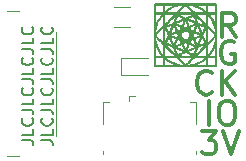
<source format=gbr>
%TF.GenerationSoftware,KiCad,Pcbnew,(5.1.6)-1*%
%TF.CreationDate,2020-09-29T18:05:28+08:00*%
%TF.ProjectId,stlink,73746c69-6e6b-42e6-9b69-6361645f7063,rev?*%
%TF.SameCoordinates,Original*%
%TF.FileFunction,Legend,Top*%
%TF.FilePolarity,Positive*%
%FSLAX46Y46*%
G04 Gerber Fmt 4.6, Leading zero omitted, Abs format (unit mm)*
G04 Created by KiCad (PCBNEW (5.1.6)-1) date 2020-09-29 18:05:28*
%MOMM*%
%LPD*%
G01*
G04 APERTURE LIST*
%ADD10C,0.300000*%
%ADD11C,0.150000*%
%ADD12C,0.200000*%
%ADD13C,0.010000*%
%ADD14C,0.120000*%
G04 APERTURE END LIST*
D10*
X18319047Y-2904761D02*
X17652380Y-1952380D01*
X17176190Y-2904761D02*
X17176190Y-904761D01*
X17938095Y-904761D01*
X18128571Y-1000000D01*
X18223809Y-1095238D01*
X18319047Y-1285714D01*
X18319047Y-1571428D01*
X18223809Y-1761904D01*
X18128571Y-1857142D01*
X17938095Y-1952380D01*
X17176190Y-1952380D01*
X18173809Y-3350000D02*
X17983333Y-3254761D01*
X17697619Y-3254761D01*
X17411904Y-3350000D01*
X17221428Y-3540476D01*
X17126190Y-3730952D01*
X17030952Y-4111904D01*
X17030952Y-4397619D01*
X17126190Y-4778571D01*
X17221428Y-4969047D01*
X17411904Y-5159523D01*
X17697619Y-5254761D01*
X17888095Y-5254761D01*
X18173809Y-5159523D01*
X18269047Y-5064285D01*
X18269047Y-4397619D01*
X17888095Y-4397619D01*
X15426190Y-10854761D02*
X16664285Y-10854761D01*
X15997619Y-11616666D01*
X16283333Y-11616666D01*
X16473809Y-11711904D01*
X16569047Y-11807142D01*
X16664285Y-11997619D01*
X16664285Y-12473809D01*
X16569047Y-12664285D01*
X16473809Y-12759523D01*
X16283333Y-12854761D01*
X15711904Y-12854761D01*
X15521428Y-12759523D01*
X15426190Y-12664285D01*
X17235714Y-10854761D02*
X17902380Y-12854761D01*
X18569047Y-10854761D01*
X16052380Y-10354761D02*
X16052380Y-8354761D01*
X17385714Y-8354761D02*
X17766666Y-8354761D01*
X17957142Y-8450000D01*
X18147619Y-8640476D01*
X18242857Y-9021428D01*
X18242857Y-9688095D01*
X18147619Y-10069047D01*
X17957142Y-10259523D01*
X17766666Y-10354761D01*
X17385714Y-10354761D01*
X17195238Y-10259523D01*
X17004761Y-10069047D01*
X16909523Y-9688095D01*
X16909523Y-9021428D01*
X17004761Y-8640476D01*
X17195238Y-8450000D01*
X17385714Y-8354761D01*
X16269047Y-7614285D02*
X16173809Y-7709523D01*
X15888095Y-7804761D01*
X15697619Y-7804761D01*
X15411904Y-7709523D01*
X15221428Y-7519047D01*
X15126190Y-7328571D01*
X15030952Y-6947619D01*
X15030952Y-6661904D01*
X15126190Y-6280952D01*
X15221428Y-6090476D01*
X15411904Y-5900000D01*
X15697619Y-5804761D01*
X15888095Y-5804761D01*
X16173809Y-5900000D01*
X16269047Y-5995238D01*
X17126190Y-7804761D02*
X17126190Y-5804761D01*
X18269047Y-7804761D02*
X17411904Y-6661904D01*
X18269047Y-5804761D02*
X17126190Y-6947619D01*
D11*
X177380Y-11669047D02*
X891666Y-11669047D01*
X1034523Y-11716666D01*
X1129761Y-11811904D01*
X1177380Y-11954761D01*
X1177380Y-12050000D01*
X1177380Y-10716666D02*
X1177380Y-11192857D01*
X177380Y-11192857D01*
X1082142Y-9811904D02*
X1129761Y-9859523D01*
X1177380Y-10002380D01*
X1177380Y-10097619D01*
X1129761Y-10240476D01*
X1034523Y-10335714D01*
X939285Y-10383333D01*
X748809Y-10430952D01*
X605952Y-10430952D01*
X415476Y-10383333D01*
X320238Y-10335714D01*
X224999Y-10240476D01*
X177380Y-10097619D01*
X177380Y-10002380D01*
X224999Y-9859523D01*
X272619Y-9811904D01*
X177380Y-9097619D02*
X891666Y-9097619D01*
X1034523Y-9145238D01*
X1129761Y-9240476D01*
X1177380Y-9383333D01*
X1177380Y-9478571D01*
X1177380Y-8145238D02*
X1177380Y-8621428D01*
X177380Y-8621428D01*
X1082142Y-7240476D02*
X1129761Y-7288095D01*
X1177380Y-7430952D01*
X1177380Y-7526190D01*
X1129761Y-7669047D01*
X1034523Y-7764285D01*
X939285Y-7811904D01*
X748809Y-7859523D01*
X605952Y-7859523D01*
X415476Y-7811904D01*
X320238Y-7764285D01*
X224999Y-7669047D01*
X177380Y-7526190D01*
X177380Y-7430952D01*
X225000Y-7288095D01*
X272619Y-7240476D01*
X177380Y-6526190D02*
X891666Y-6526190D01*
X1034523Y-6573809D01*
X1129761Y-6669047D01*
X1177380Y-6811904D01*
X1177380Y-6907142D01*
X1177380Y-5573809D02*
X1177380Y-6050000D01*
X177380Y-6050000D01*
X1082142Y-4669047D02*
X1129761Y-4716666D01*
X1177380Y-4859523D01*
X1177380Y-4954761D01*
X1129761Y-5097619D01*
X1034523Y-5192857D01*
X939285Y-5240476D01*
X748809Y-5288095D01*
X605952Y-5288095D01*
X415476Y-5240476D01*
X320238Y-5192857D01*
X225000Y-5097619D01*
X177380Y-4954761D01*
X177380Y-4859523D01*
X225000Y-4716666D01*
X272619Y-4669047D01*
X177380Y-3954761D02*
X891666Y-3954761D01*
X1034523Y-4002380D01*
X1129761Y-4097619D01*
X1177380Y-4240476D01*
X1177380Y-4335714D01*
X1177380Y-3002380D02*
X1177380Y-3478571D01*
X177380Y-3478571D01*
X1082142Y-2097619D02*
X1129761Y-2145238D01*
X1177380Y-2288095D01*
X1177380Y-2383333D01*
X1129761Y-2526190D01*
X1034523Y-2621428D01*
X939285Y-2669047D01*
X748809Y-2716666D01*
X605952Y-2716666D01*
X415476Y-2669047D01*
X320238Y-2621428D01*
X225000Y-2526190D01*
X177380Y-2383333D01*
X177380Y-2288095D01*
X225000Y-2145238D01*
X272619Y-2097619D01*
X1827380Y-11669047D02*
X2541666Y-11669047D01*
X2684523Y-11716666D01*
X2779761Y-11811904D01*
X2827380Y-11954761D01*
X2827380Y-12050000D01*
X2827380Y-10716666D02*
X2827380Y-11192857D01*
X1827380Y-11192857D01*
X2732142Y-9811904D02*
X2779761Y-9859523D01*
X2827380Y-10002380D01*
X2827380Y-10097619D01*
X2779761Y-10240476D01*
X2684523Y-10335714D01*
X2589285Y-10383333D01*
X2398809Y-10430952D01*
X2255952Y-10430952D01*
X2065476Y-10383333D01*
X1970238Y-10335714D01*
X1874999Y-10240476D01*
X1827380Y-10097619D01*
X1827380Y-10002380D01*
X1874999Y-9859523D01*
X1922619Y-9811904D01*
X1827380Y-9097619D02*
X2541666Y-9097619D01*
X2684523Y-9145238D01*
X2779761Y-9240476D01*
X2827380Y-9383333D01*
X2827380Y-9478571D01*
X2827380Y-8145238D02*
X2827380Y-8621428D01*
X1827380Y-8621428D01*
X2732142Y-7240476D02*
X2779761Y-7288095D01*
X2827380Y-7430952D01*
X2827380Y-7526190D01*
X2779761Y-7669047D01*
X2684523Y-7764285D01*
X2589285Y-7811904D01*
X2398809Y-7859523D01*
X2255952Y-7859523D01*
X2065476Y-7811904D01*
X1970238Y-7764285D01*
X1875000Y-7669047D01*
X1827380Y-7526190D01*
X1827380Y-7430952D01*
X1875000Y-7288095D01*
X1922619Y-7240476D01*
X1827380Y-6526190D02*
X2541666Y-6526190D01*
X2684523Y-6573809D01*
X2779761Y-6669047D01*
X2827380Y-6811904D01*
X2827380Y-6907142D01*
X2827380Y-5573809D02*
X2827380Y-6050000D01*
X1827380Y-6050000D01*
X2732142Y-4669047D02*
X2779761Y-4716666D01*
X2827380Y-4859523D01*
X2827380Y-4954761D01*
X2779761Y-5097619D01*
X2684523Y-5192857D01*
X2589285Y-5240476D01*
X2398809Y-5288095D01*
X2255952Y-5288095D01*
X2065476Y-5240476D01*
X1970238Y-5192857D01*
X1875000Y-5097619D01*
X1827380Y-4954761D01*
X1827380Y-4859523D01*
X1875000Y-4716666D01*
X1922619Y-4669047D01*
X1827380Y-3954761D02*
X2541666Y-3954761D01*
X2684523Y-4002380D01*
X2779761Y-4097619D01*
X2827380Y-4240476D01*
X2827380Y-4335714D01*
X2827380Y-3002380D02*
X2827380Y-3478571D01*
X1827380Y-3478571D01*
X2732142Y-2097619D02*
X2779761Y-2145238D01*
X2827380Y-2288095D01*
X2827380Y-2383333D01*
X2779761Y-2526190D01*
X2684523Y-2621428D01*
X2589285Y-2669047D01*
X2398809Y-2716666D01*
X2255952Y-2716666D01*
X2065476Y-2669047D01*
X1970238Y-2621428D01*
X1875000Y-2526190D01*
X1827380Y-2383333D01*
X1827380Y-2288095D01*
X1875000Y-2145238D01*
X1922619Y-2097619D01*
D12*
%TO.C,G\u002A\u002A\u002A*%
G36*
X14394639Y-197306D02*
G01*
X14444295Y-203706D01*
X14506588Y-214322D01*
X14578050Y-228532D01*
X14655213Y-245714D01*
X14699981Y-256491D01*
X14898698Y-315395D01*
X15096191Y-392940D01*
X15289227Y-487546D01*
X15474570Y-597635D01*
X15642754Y-716802D01*
X15679921Y-746240D01*
X15720321Y-779487D01*
X15761242Y-814149D01*
X15799971Y-847835D01*
X15833796Y-878152D01*
X15860004Y-902707D01*
X15875882Y-919109D01*
X15878800Y-924967D01*
X15869556Y-918561D01*
X15849157Y-901409D01*
X15821278Y-876651D01*
X15807680Y-864240D01*
X15672409Y-749504D01*
X15523043Y-640232D01*
X15365769Y-540631D01*
X15206772Y-454909D01*
X15203160Y-453141D01*
X15085501Y-398383D01*
X14972546Y-351804D01*
X14860010Y-312130D01*
X14743608Y-278089D01*
X14619055Y-248405D01*
X14482065Y-221806D01*
X14354800Y-200999D01*
X14340576Y-198276D01*
X14345036Y-196674D01*
X14361089Y-195743D01*
X14394639Y-197306D01*
G37*
X14394639Y-197306D02*
X14444295Y-203706D01*
X14506588Y-214322D01*
X14578050Y-228532D01*
X14655213Y-245714D01*
X14699981Y-256491D01*
X14898698Y-315395D01*
X15096191Y-392940D01*
X15289227Y-487546D01*
X15474570Y-597635D01*
X15642754Y-716802D01*
X15679921Y-746240D01*
X15720321Y-779487D01*
X15761242Y-814149D01*
X15799971Y-847835D01*
X15833796Y-878152D01*
X15860004Y-902707D01*
X15875882Y-919109D01*
X15878800Y-924967D01*
X15869556Y-918561D01*
X15849157Y-901409D01*
X15821278Y-876651D01*
X15807680Y-864240D01*
X15672409Y-749504D01*
X15523043Y-640232D01*
X15365769Y-540631D01*
X15206772Y-454909D01*
X15203160Y-453141D01*
X15085501Y-398383D01*
X14972546Y-351804D01*
X14860010Y-312130D01*
X14743608Y-278089D01*
X14619055Y-248405D01*
X14482065Y-221806D01*
X14354800Y-200999D01*
X14340576Y-198276D01*
X14345036Y-196674D01*
X14361089Y-195743D01*
X14394639Y-197306D01*
G36*
X13768078Y-197018D02*
G01*
X13767703Y-198830D01*
X13755360Y-200999D01*
X13632805Y-220763D01*
X13526105Y-240525D01*
X13430823Y-261350D01*
X13342521Y-284299D01*
X13256761Y-310434D01*
X13169107Y-340819D01*
X13164689Y-342434D01*
X12968619Y-423238D01*
X12781055Y-519206D01*
X12599619Y-631761D01*
X12421934Y-762329D01*
X12312640Y-852926D01*
X12226280Y-927603D01*
X12297400Y-860359D01*
X12443957Y-734108D01*
X12606103Y-616828D01*
X12780387Y-510386D01*
X12963358Y-416652D01*
X13151566Y-337496D01*
X13341561Y-274785D01*
X13414077Y-255515D01*
X13491242Y-237359D01*
X13565214Y-221691D01*
X13632412Y-209151D01*
X13689248Y-200378D01*
X13732141Y-196011D01*
X13749070Y-195743D01*
X13768078Y-197018D01*
G37*
X13768078Y-197018D02*
X13767703Y-198830D01*
X13755360Y-200999D01*
X13632805Y-220763D01*
X13526105Y-240525D01*
X13430823Y-261350D01*
X13342521Y-284299D01*
X13256761Y-310434D01*
X13169107Y-340819D01*
X13164689Y-342434D01*
X12968619Y-423238D01*
X12781055Y-519206D01*
X12599619Y-631761D01*
X12421934Y-762329D01*
X12312640Y-852926D01*
X12226280Y-927603D01*
X12297400Y-860359D01*
X12443957Y-734108D01*
X12606103Y-616828D01*
X12780387Y-510386D01*
X12963358Y-416652D01*
X13151566Y-337496D01*
X13341561Y-274785D01*
X13414077Y-255515D01*
X13491242Y-237359D01*
X13565214Y-221691D01*
X13632412Y-209151D01*
X13689248Y-200378D01*
X13732141Y-196011D01*
X13749070Y-195743D01*
X13768078Y-197018D01*
D13*
G36*
X15511470Y-1631029D02*
G01*
X15522377Y-1641259D01*
X15520139Y-1647141D01*
X15518719Y-1647240D01*
X15510126Y-1640023D01*
X15506989Y-1635510D01*
X15505792Y-1628557D01*
X15511470Y-1631029D01*
G37*
X15511470Y-1631029D02*
X15522377Y-1641259D01*
X15520139Y-1647141D01*
X15518719Y-1647240D01*
X15510126Y-1640023D01*
X15506989Y-1635510D01*
X15505792Y-1628557D01*
X15511470Y-1631029D01*
G36*
X12604092Y-1633482D02*
G01*
X12602200Y-1637080D01*
X12592627Y-1646782D01*
X12590840Y-1647240D01*
X12590147Y-1640677D01*
X12592040Y-1637080D01*
X12601612Y-1627377D01*
X12603399Y-1626920D01*
X12604092Y-1633482D01*
G37*
X12604092Y-1633482D02*
X12602200Y-1637080D01*
X12592627Y-1646782D01*
X12590840Y-1647240D01*
X12590147Y-1640677D01*
X12592040Y-1637080D01*
X12601612Y-1627377D01*
X12603399Y-1626920D01*
X12604092Y-1633482D01*
D12*
G36*
X15932241Y-977590D02*
G01*
X15950568Y-996704D01*
X15974939Y-1022400D01*
X16107639Y-1176436D01*
X16228903Y-1345556D01*
X16337521Y-1527285D01*
X16432285Y-1719146D01*
X16511987Y-1918665D01*
X16575418Y-2123367D01*
X16621369Y-2330778D01*
X16625448Y-2354509D01*
X16632286Y-2400458D01*
X16636851Y-2441112D01*
X16638590Y-2470882D01*
X16637992Y-2481509D01*
X16634779Y-2494787D01*
X16632951Y-2489573D01*
X16632023Y-2474070D01*
X16626652Y-2418451D01*
X16615300Y-2348007D01*
X16598981Y-2266993D01*
X16578708Y-2179664D01*
X16555495Y-2090271D01*
X16530355Y-2003071D01*
X16504303Y-1922317D01*
X16492897Y-1890157D01*
X16411626Y-1692887D01*
X16315305Y-1504600D01*
X16202469Y-1322849D01*
X16071656Y-1145187D01*
X15984032Y-1039654D01*
X15951790Y-1002355D01*
X15932587Y-979913D01*
X15926159Y-971826D01*
X15932241Y-977590D01*
G37*
X15932241Y-977590D02*
X15950568Y-996704D01*
X15974939Y-1022400D01*
X16107639Y-1176436D01*
X16228903Y-1345556D01*
X16337521Y-1527285D01*
X16432285Y-1719146D01*
X16511987Y-1918665D01*
X16575418Y-2123367D01*
X16621369Y-2330778D01*
X16625448Y-2354509D01*
X16632286Y-2400458D01*
X16636851Y-2441112D01*
X16638590Y-2470882D01*
X16637992Y-2481509D01*
X16634779Y-2494787D01*
X16632951Y-2489573D01*
X16632023Y-2474070D01*
X16626652Y-2418451D01*
X16615300Y-2348007D01*
X16598981Y-2266993D01*
X16578708Y-2179664D01*
X16555495Y-2090271D01*
X16530355Y-2003071D01*
X16504303Y-1922317D01*
X16492897Y-1890157D01*
X16411626Y-1692887D01*
X16315305Y-1504600D01*
X16202469Y-1322849D01*
X16071656Y-1145187D01*
X15984032Y-1039654D01*
X15951790Y-1002355D01*
X15932587Y-979913D01*
X15926159Y-971826D01*
X15932241Y-977590D01*
G36*
X12127926Y-1037640D02*
G01*
X11985478Y-1214193D01*
X11861926Y-1393024D01*
X11755845Y-1576509D01*
X11665810Y-1767027D01*
X11617434Y-1889689D01*
X11586814Y-1977550D01*
X11560495Y-2063299D01*
X11537415Y-2151373D01*
X11516512Y-2246211D01*
X11496722Y-2352248D01*
X11476983Y-2473923D01*
X11475999Y-2480360D01*
X11473276Y-2494583D01*
X11471674Y-2490123D01*
X11470743Y-2474070D01*
X11472292Y-2440799D01*
X11478614Y-2391527D01*
X11489071Y-2329837D01*
X11503022Y-2259315D01*
X11519828Y-2183544D01*
X11530515Y-2139077D01*
X11586432Y-1949312D01*
X11659511Y-1760012D01*
X11747883Y-1574627D01*
X11849678Y-1396608D01*
X11963028Y-1229406D01*
X12086064Y-1076470D01*
X12135359Y-1022400D01*
X12202603Y-951280D01*
X12127926Y-1037640D01*
G37*
X12127926Y-1037640D02*
X11985478Y-1214193D01*
X11861926Y-1393024D01*
X11755845Y-1576509D01*
X11665810Y-1767027D01*
X11617434Y-1889689D01*
X11586814Y-1977550D01*
X11560495Y-2063299D01*
X11537415Y-2151373D01*
X11516512Y-2246211D01*
X11496722Y-2352248D01*
X11476983Y-2473923D01*
X11475999Y-2480360D01*
X11473276Y-2494583D01*
X11471674Y-2490123D01*
X11470743Y-2474070D01*
X11472292Y-2440799D01*
X11478614Y-2391527D01*
X11489071Y-2329837D01*
X11503022Y-2259315D01*
X11519828Y-2183544D01*
X11530515Y-2139077D01*
X11586432Y-1949312D01*
X11659511Y-1760012D01*
X11747883Y-1574627D01*
X11849678Y-1396608D01*
X11963028Y-1229406D01*
X12086064Y-1076470D01*
X12135359Y-1022400D01*
X12202603Y-951280D01*
X12127926Y-1037640D01*
G36*
X16639686Y-3085629D02*
G01*
X16637748Y-3124971D01*
X16630344Y-3179924D01*
X16618329Y-3246786D01*
X16602562Y-3321858D01*
X16583897Y-3401438D01*
X16563191Y-3481826D01*
X16541300Y-3559321D01*
X16519081Y-3630221D01*
X16503173Y-3675615D01*
X16473851Y-3748939D01*
X16437101Y-3832146D01*
X16395734Y-3919488D01*
X16352564Y-4005214D01*
X16310405Y-4083576D01*
X16272067Y-4148823D01*
X16270275Y-4151680D01*
X16223667Y-4222087D01*
X16169164Y-4298592D01*
X16110799Y-4375924D01*
X16052605Y-4448810D01*
X15998613Y-4511979D01*
X15974939Y-4537760D01*
X15907556Y-4608880D01*
X15982233Y-4522520D01*
X16131302Y-4336932D01*
X16260769Y-4147289D01*
X16371134Y-3952520D01*
X16462894Y-3751556D01*
X16536548Y-3543328D01*
X16592594Y-3326765D01*
X16625975Y-3140760D01*
X16631563Y-3106344D01*
X16636135Y-3085433D01*
X16639041Y-3080644D01*
X16639686Y-3085629D01*
G37*
X16639686Y-3085629D02*
X16637748Y-3124971D01*
X16630344Y-3179924D01*
X16618329Y-3246786D01*
X16602562Y-3321858D01*
X16583897Y-3401438D01*
X16563191Y-3481826D01*
X16541300Y-3559321D01*
X16519081Y-3630221D01*
X16503173Y-3675615D01*
X16473851Y-3748939D01*
X16437101Y-3832146D01*
X16395734Y-3919488D01*
X16352564Y-4005214D01*
X16310405Y-4083576D01*
X16272067Y-4148823D01*
X16270275Y-4151680D01*
X16223667Y-4222087D01*
X16169164Y-4298592D01*
X16110799Y-4375924D01*
X16052605Y-4448810D01*
X15998613Y-4511979D01*
X15974939Y-4537760D01*
X15907556Y-4608880D01*
X15982233Y-4522520D01*
X16131302Y-4336932D01*
X16260769Y-4147289D01*
X16371134Y-3952520D01*
X16462894Y-3751556D01*
X16536548Y-3543328D01*
X16592594Y-3326765D01*
X16625975Y-3140760D01*
X16631563Y-3106344D01*
X16636135Y-3085433D01*
X16639041Y-3080644D01*
X16639686Y-3085629D01*
G36*
X11477208Y-3070586D02*
G01*
X11478136Y-3086089D01*
X11480473Y-3110553D01*
X11485499Y-3148211D01*
X11492278Y-3192264D01*
X11494904Y-3208009D01*
X11543615Y-3434010D01*
X11611376Y-3653241D01*
X11697836Y-3864975D01*
X11802644Y-4068484D01*
X11925449Y-4263040D01*
X12065899Y-4447917D01*
X12127818Y-4519980D01*
X12157213Y-4553500D01*
X12180203Y-4580642D01*
X12194277Y-4598378D01*
X12197308Y-4603800D01*
X12188923Y-4596673D01*
X12170083Y-4577351D01*
X12143723Y-4548925D01*
X12117658Y-4519980D01*
X11972201Y-4341942D01*
X11843443Y-4153953D01*
X11732104Y-3957350D01*
X11638907Y-3753471D01*
X11564571Y-3543651D01*
X11535610Y-3440480D01*
X11518074Y-3368539D01*
X11502464Y-3297378D01*
X11489381Y-3230423D01*
X11479425Y-3171102D01*
X11473197Y-3122841D01*
X11471299Y-3089067D01*
X11472167Y-3078650D01*
X11475380Y-3065372D01*
X11477208Y-3070586D01*
G37*
X11477208Y-3070586D02*
X11478136Y-3086089D01*
X11480473Y-3110553D01*
X11485499Y-3148211D01*
X11492278Y-3192264D01*
X11494904Y-3208009D01*
X11543615Y-3434010D01*
X11611376Y-3653241D01*
X11697836Y-3864975D01*
X11802644Y-4068484D01*
X11925449Y-4263040D01*
X12065899Y-4447917D01*
X12127818Y-4519980D01*
X12157213Y-4553500D01*
X12180203Y-4580642D01*
X12194277Y-4598378D01*
X12197308Y-4603800D01*
X12188923Y-4596673D01*
X12170083Y-4577351D01*
X12143723Y-4548925D01*
X12117658Y-4519980D01*
X11972201Y-4341942D01*
X11843443Y-4153953D01*
X11732104Y-3957350D01*
X11638907Y-3753471D01*
X11564571Y-3543651D01*
X11535610Y-3440480D01*
X11518074Y-3368539D01*
X11502464Y-3297378D01*
X11489381Y-3230423D01*
X11479425Y-3171102D01*
X11473197Y-3122841D01*
X11471299Y-3089067D01*
X11472167Y-3078650D01*
X11475380Y-3065372D01*
X11477208Y-3070586D01*
G36*
X15857569Y-4657241D02*
G01*
X15838455Y-4675568D01*
X15812760Y-4699939D01*
X15668560Y-4824416D01*
X15508669Y-4940426D01*
X15336636Y-5046044D01*
X15156007Y-5139346D01*
X14970330Y-5218406D01*
X14783153Y-5281301D01*
X14699981Y-5303668D01*
X14621131Y-5322253D01*
X14546024Y-5338217D01*
X14478129Y-5350938D01*
X14420913Y-5359795D01*
X14377845Y-5364165D01*
X14361089Y-5364416D01*
X14342081Y-5363141D01*
X14342456Y-5361329D01*
X14354800Y-5359160D01*
X14505443Y-5334171D01*
X14640068Y-5307165D01*
X14762967Y-5276868D01*
X14878426Y-5242004D01*
X14990737Y-5201300D01*
X15104188Y-5153479D01*
X15203160Y-5107048D01*
X15360300Y-5023543D01*
X15511500Y-4928737D01*
X15660927Y-4819830D01*
X15795505Y-4709032D01*
X15832804Y-4676790D01*
X15855246Y-4657587D01*
X15863333Y-4651159D01*
X15857569Y-4657241D01*
G37*
X15857569Y-4657241D02*
X15838455Y-4675568D01*
X15812760Y-4699939D01*
X15668560Y-4824416D01*
X15508669Y-4940426D01*
X15336636Y-5046044D01*
X15156007Y-5139346D01*
X14970330Y-5218406D01*
X14783153Y-5281301D01*
X14699981Y-5303668D01*
X14621131Y-5322253D01*
X14546024Y-5338217D01*
X14478129Y-5350938D01*
X14420913Y-5359795D01*
X14377845Y-5364165D01*
X14361089Y-5364416D01*
X14342081Y-5363141D01*
X14342456Y-5361329D01*
X14354800Y-5359160D01*
X14505443Y-5334171D01*
X14640068Y-5307165D01*
X14762967Y-5276868D01*
X14878426Y-5242004D01*
X14990737Y-5201300D01*
X15104188Y-5153479D01*
X15203160Y-5107048D01*
X15360300Y-5023543D01*
X15511500Y-4928737D01*
X15660927Y-4819830D01*
X15795505Y-4709032D01*
X15832804Y-4676790D01*
X15855246Y-4657587D01*
X15863333Y-4651159D01*
X15857569Y-4657241D01*
G36*
X12312640Y-4707233D02*
G01*
X12498227Y-4856302D01*
X12687870Y-4985769D01*
X12882639Y-5096134D01*
X13083603Y-5187894D01*
X13291831Y-5261548D01*
X13508394Y-5317594D01*
X13694400Y-5350975D01*
X13729018Y-5356593D01*
X13747464Y-5360849D01*
X13748181Y-5363309D01*
X13740120Y-5363740D01*
X13710742Y-5362016D01*
X13669297Y-5357296D01*
X13623654Y-5350510D01*
X13613120Y-5348707D01*
X13406923Y-5304104D01*
X13208112Y-5243688D01*
X13011796Y-5165867D01*
X12917160Y-5121933D01*
X12758604Y-5037776D01*
X12604528Y-4942096D01*
X12459778Y-4838191D01*
X12329197Y-4729360D01*
X12297400Y-4699939D01*
X12226280Y-4632556D01*
X12312640Y-4707233D01*
G37*
X12312640Y-4707233D02*
X12498227Y-4856302D01*
X12687870Y-4985769D01*
X12882639Y-5096134D01*
X13083603Y-5187894D01*
X13291831Y-5261548D01*
X13508394Y-5317594D01*
X13694400Y-5350975D01*
X13729018Y-5356593D01*
X13747464Y-5360849D01*
X13748181Y-5363309D01*
X13740120Y-5363740D01*
X13710742Y-5362016D01*
X13669297Y-5357296D01*
X13623654Y-5350510D01*
X13613120Y-5348707D01*
X13406923Y-5304104D01*
X13208112Y-5243688D01*
X13011796Y-5165867D01*
X12917160Y-5121933D01*
X12758604Y-5037776D01*
X12604528Y-4942096D01*
X12459778Y-4838191D01*
X12329197Y-4729360D01*
X12297400Y-4699939D01*
X12226280Y-4632556D01*
X12312640Y-4707233D01*
G36*
X16661120Y-5386120D02*
G01*
X11449040Y-5386120D01*
X11449040Y-5376888D01*
X12220948Y-5376888D01*
X13131705Y-5375246D01*
X14042461Y-5373604D01*
X13667770Y-4998785D01*
X13293233Y-4624120D01*
X13303342Y-4624120D01*
X13679160Y-5000040D01*
X13751129Y-5072027D01*
X13818580Y-5139491D01*
X13880182Y-5201101D01*
X13934606Y-5255528D01*
X13980521Y-5301441D01*
X14016597Y-5337511D01*
X14041504Y-5362408D01*
X14053913Y-5374801D01*
X14055080Y-5375960D01*
X14057635Y-5373411D01*
X14067891Y-5373411D01*
X14978551Y-5375191D01*
X15889211Y-5376972D01*
X15886545Y-5003086D01*
X15883880Y-4629200D01*
X15350480Y-4626583D01*
X14848277Y-4624120D01*
X15899120Y-4624120D01*
X15899120Y-5375960D01*
X16650960Y-5375960D01*
X16650960Y-4624120D01*
X15899120Y-4624120D01*
X14848277Y-4624120D01*
X14817080Y-4623967D01*
X14442485Y-4998689D01*
X14067891Y-5373411D01*
X14057635Y-5373411D01*
X14062061Y-5368996D01*
X14082079Y-5348991D01*
X14113802Y-5317276D01*
X14155902Y-5275180D01*
X14207048Y-5224032D01*
X14265909Y-5165164D01*
X14331157Y-5099906D01*
X14401461Y-5029586D01*
X14431000Y-5000040D01*
X14806817Y-4624120D01*
X13303342Y-4624120D01*
X13293233Y-4624120D01*
X13293080Y-4623967D01*
X12759680Y-4626583D01*
X12226280Y-4629200D01*
X12220948Y-5376888D01*
X11449040Y-5376888D01*
X11449040Y-4624120D01*
X11459200Y-4624120D01*
X11459200Y-5375960D01*
X12211040Y-5375960D01*
X12211040Y-4624120D01*
X11459200Y-4624120D01*
X11449040Y-4624120D01*
X11449040Y-4614211D01*
X11458271Y-4614211D01*
X11493467Y-4613960D01*
X12221200Y-4613960D01*
X12749520Y-4613960D01*
X14827313Y-4613960D01*
X15888960Y-4613960D01*
X15888960Y-4085640D01*
X15888911Y-3984169D01*
X15888774Y-3889100D01*
X15888555Y-3802319D01*
X15888265Y-3725713D01*
X15887912Y-3661167D01*
X15887507Y-3610569D01*
X15887057Y-3575804D01*
X15886573Y-3558758D01*
X15886383Y-3557320D01*
X15878964Y-3564321D01*
X15858314Y-3584577D01*
X15825560Y-3616965D01*
X15781830Y-3660362D01*
X15728252Y-3713646D01*
X15665955Y-3775694D01*
X15596066Y-3845384D01*
X15519712Y-3921592D01*
X15438023Y-4003196D01*
X15355560Y-4085640D01*
X14827313Y-4613960D01*
X12749520Y-4613960D01*
X12850990Y-4613911D01*
X12946059Y-4613774D01*
X13032840Y-4613555D01*
X13109446Y-4613265D01*
X13173992Y-4612912D01*
X13224590Y-4612507D01*
X13259355Y-4612057D01*
X13276401Y-4611573D01*
X13277840Y-4611383D01*
X13270838Y-4603964D01*
X13250582Y-4583314D01*
X13218194Y-4550560D01*
X13174797Y-4506830D01*
X13121513Y-4453252D01*
X13059465Y-4390955D01*
X12989775Y-4321066D01*
X12920674Y-4251832D01*
X12940996Y-4251832D01*
X12950963Y-4264920D01*
X12973825Y-4290166D01*
X13010068Y-4328118D01*
X13060179Y-4379326D01*
X13094081Y-4413595D01*
X13291323Y-4612396D01*
X14818852Y-4612396D01*
X15000740Y-4430298D01*
X15062815Y-4367763D01*
X15110468Y-4318850D01*
X15144009Y-4283184D01*
X15163750Y-4260393D01*
X15170000Y-4250103D01*
X15163070Y-4251941D01*
X15143272Y-4265533D01*
X15128422Y-4276792D01*
X15048505Y-4332447D01*
X14953915Y-4388227D01*
X14850087Y-4441321D01*
X14742455Y-4488915D01*
X14654009Y-4522269D01*
X14595156Y-4541222D01*
X14531885Y-4559340D01*
X14468589Y-4575583D01*
X14409664Y-4588917D01*
X14359505Y-4598302D01*
X14322507Y-4602703D01*
X14312564Y-4602843D01*
X14311872Y-4600806D01*
X14328223Y-4596018D01*
X14358644Y-4589229D01*
X14393305Y-4582452D01*
X14435856Y-4573472D01*
X14486375Y-4561156D01*
X14540876Y-4546670D01*
X14595370Y-4531184D01*
X14645872Y-4515864D01*
X14688394Y-4501880D01*
X14718949Y-4490398D01*
X14733270Y-4482863D01*
X14725754Y-4477819D01*
X14713347Y-4471720D01*
X14767152Y-4471720D01*
X14777592Y-4467441D01*
X14802116Y-4455892D01*
X14836691Y-4439004D01*
X14865007Y-4424891D01*
X14946480Y-4381849D01*
X15023219Y-4337286D01*
X15089979Y-4294356D01*
X15129319Y-4265921D01*
X15153433Y-4249756D01*
X15171564Y-4242012D01*
X15176428Y-4242297D01*
X15189032Y-4239941D01*
X15199468Y-4230308D01*
X15208030Y-4218501D01*
X15203075Y-4220191D01*
X15193000Y-4227288D01*
X15190418Y-4228031D01*
X15200932Y-4217469D01*
X15222376Y-4197714D01*
X15233640Y-4187614D01*
X15360274Y-4066065D01*
X15473927Y-3939190D01*
X15510015Y-3891634D01*
X15525488Y-3891634D01*
X15527176Y-3893854D01*
X15540590Y-3883556D01*
X15566255Y-3860273D01*
X15604696Y-3823540D01*
X15656437Y-3772889D01*
X15689377Y-3740297D01*
X15888960Y-3542275D01*
X15888959Y-3541977D01*
X15899120Y-3541977D01*
X15899120Y-4071195D01*
X15899246Y-4173021D01*
X15899609Y-4268662D01*
X15900184Y-4356202D01*
X15900948Y-4433724D01*
X15901875Y-4499310D01*
X15902942Y-4551043D01*
X15904125Y-4587007D01*
X15905398Y-4605285D01*
X15905893Y-4607186D01*
X15917266Y-4608736D01*
X15946648Y-4610161D01*
X15991728Y-4611419D01*
X16050197Y-4612470D01*
X16119743Y-4613271D01*
X16198056Y-4613782D01*
X16282277Y-4613960D01*
X16651887Y-4613960D01*
X16650245Y-3703329D01*
X16648604Y-2792698D01*
X16273862Y-3167337D01*
X15899120Y-3541977D01*
X15888959Y-3541977D01*
X15888003Y-3278017D01*
X15887046Y-3013760D01*
X15867518Y-3118837D01*
X15826585Y-3288467D01*
X15767606Y-3457818D01*
X15692457Y-3622610D01*
X15603014Y-3778565D01*
X15535002Y-3877360D01*
X15525488Y-3891634D01*
X15510015Y-3891634D01*
X15571715Y-3810330D01*
X15611503Y-3749824D01*
X15630634Y-3717716D01*
X15652875Y-3678134D01*
X15676306Y-3634793D01*
X15699008Y-3591410D01*
X15719060Y-3551701D01*
X15734545Y-3519382D01*
X15743543Y-3498169D01*
X15744813Y-3491717D01*
X15735052Y-3494920D01*
X15708650Y-3505145D01*
X15667700Y-3521541D01*
X15614293Y-3543256D01*
X15550523Y-3569441D01*
X15478481Y-3599244D01*
X15400260Y-3631814D01*
X15396853Y-3633237D01*
X15052066Y-3777282D01*
X14948761Y-4025441D01*
X14918388Y-4098381D01*
X14888118Y-4171038D01*
X14859587Y-4239483D01*
X14834433Y-4299790D01*
X14814294Y-4348031D01*
X14803998Y-4372660D01*
X14787463Y-4413135D01*
X14774962Y-4445622D01*
X14767924Y-4466283D01*
X14767152Y-4471720D01*
X14713347Y-4471720D01*
X14701956Y-4466121D01*
X14664391Y-4448837D01*
X14615571Y-4427039D01*
X14558010Y-4401793D01*
X14494222Y-4374170D01*
X14426721Y-4345239D01*
X14358020Y-4316068D01*
X14290632Y-4287728D01*
X14227072Y-4261286D01*
X14169852Y-4237812D01*
X14121487Y-4218376D01*
X14084490Y-4204046D01*
X14061375Y-4195891D01*
X14055080Y-4194405D01*
X14041776Y-4198230D01*
X14013038Y-4208886D01*
X13971382Y-4225305D01*
X13919319Y-4246417D01*
X13859364Y-4271154D01*
X13794032Y-4298447D01*
X13725834Y-4327227D01*
X13657286Y-4356425D01*
X13590901Y-4384972D01*
X13529193Y-4411800D01*
X13474676Y-4435840D01*
X13429862Y-4456022D01*
X13397267Y-4471279D01*
X13379404Y-4480540D01*
X13376824Y-4482798D01*
X13392306Y-4490834D01*
X13423551Y-4502483D01*
X13466573Y-4516576D01*
X13517386Y-4531944D01*
X13572002Y-4547421D01*
X13626435Y-4561836D01*
X13676699Y-4574023D01*
X13716854Y-4582452D01*
X13756887Y-4590351D01*
X13785376Y-4596887D01*
X13799347Y-4601308D01*
X13797595Y-4602843D01*
X13766940Y-4600675D01*
X13721403Y-4593116D01*
X13665377Y-4581201D01*
X13603257Y-4565969D01*
X13539437Y-4548455D01*
X13478310Y-4529697D01*
X13456081Y-4522245D01*
X13281117Y-4451537D01*
X13113098Y-4362969D01*
X12957800Y-4259935D01*
X12943437Y-4250353D01*
X12940996Y-4251832D01*
X12920674Y-4251832D01*
X12913567Y-4244712D01*
X12831963Y-4163023D01*
X12749520Y-4080560D01*
X12221200Y-3552313D01*
X12221200Y-4613960D01*
X11493467Y-4613960D01*
X11832115Y-4611545D01*
X12205960Y-4608880D01*
X12211192Y-3542080D01*
X12211001Y-3541889D01*
X12221200Y-3541889D01*
X12416682Y-3737564D01*
X12468119Y-3788956D01*
X12514690Y-3835299D01*
X12554521Y-3874745D01*
X12585740Y-3905446D01*
X12606473Y-3925552D01*
X12614848Y-3933216D01*
X12614915Y-3933240D01*
X12610691Y-3925677D01*
X12597047Y-3905519D01*
X12576576Y-3876557D01*
X12568002Y-3864660D01*
X12463368Y-3704099D01*
X12375859Y-3535620D01*
X12358386Y-3491776D01*
X12365338Y-3491776D01*
X12367872Y-3501654D01*
X12378411Y-3525469D01*
X12395008Y-3559440D01*
X12415713Y-3599788D01*
X12438582Y-3642733D01*
X12461665Y-3684495D01*
X12483017Y-3721293D01*
X12486792Y-3727535D01*
X12586471Y-3874455D01*
X12700045Y-4012306D01*
X12824720Y-4138227D01*
X12957705Y-4249355D01*
X13074640Y-4329708D01*
X13103739Y-4346998D01*
X13141817Y-4368547D01*
X13184984Y-4392284D01*
X13229353Y-4416138D01*
X13271035Y-4438039D01*
X13306143Y-4455916D01*
X13330787Y-4467698D01*
X13340670Y-4471379D01*
X13339875Y-4462841D01*
X13332326Y-4439473D01*
X13319354Y-4405083D01*
X13306161Y-4372660D01*
X13290548Y-4335300D01*
X13268764Y-4283102D01*
X13242445Y-4219990D01*
X13213227Y-4149886D01*
X13182747Y-4076713D01*
X13161283Y-4025164D01*
X13060142Y-3782201D01*
X13083755Y-3782201D01*
X13084679Y-3794759D01*
X13089895Y-3815268D01*
X13100056Y-3845574D01*
X13115817Y-3887524D01*
X13137833Y-3942964D01*
X13166759Y-4013741D01*
X13194971Y-4081822D01*
X13226135Y-4156683D01*
X13255705Y-4227629D01*
X13282528Y-4291901D01*
X13305452Y-4346736D01*
X13323321Y-4389375D01*
X13334984Y-4417057D01*
X13337544Y-4423069D01*
X13358040Y-4470885D01*
X13452560Y-4431141D01*
X13489018Y-4415887D01*
X13540304Y-4394537D01*
X13602457Y-4368735D01*
X13671517Y-4340122D01*
X13743524Y-4310342D01*
X13788288Y-4291858D01*
X13853446Y-4264742D01*
X13911938Y-4239963D01*
X13961275Y-4218611D01*
X13998968Y-4201777D01*
X14022526Y-4190552D01*
X14029468Y-4186248D01*
X14080715Y-4186248D01*
X14089808Y-4191873D01*
X14115201Y-4203926D01*
X14154308Y-4221342D01*
X14204540Y-4243055D01*
X14263309Y-4268003D01*
X14328029Y-4295119D01*
X14396110Y-4323339D01*
X14464966Y-4351599D01*
X14532009Y-4378834D01*
X14594651Y-4403980D01*
X14650304Y-4425972D01*
X14696381Y-4443746D01*
X14730293Y-4456237D01*
X14749454Y-4462379D01*
X14752731Y-4462709D01*
X14758077Y-4452189D01*
X14770251Y-4425056D01*
X14788327Y-4383478D01*
X14811375Y-4329625D01*
X14838467Y-4265662D01*
X14868675Y-4193760D01*
X14897511Y-4124644D01*
X14929491Y-4047624D01*
X14958850Y-3976670D01*
X14984708Y-3913934D01*
X15006181Y-3861565D01*
X15022389Y-3821713D01*
X15032450Y-3796526D01*
X15035520Y-3788173D01*
X15026437Y-3791046D01*
X15000361Y-3801034D01*
X14959052Y-3817423D01*
X14904268Y-3839500D01*
X14837768Y-3866551D01*
X14761310Y-3897864D01*
X14676655Y-3932724D01*
X14585559Y-3970419D01*
X14558000Y-3981857D01*
X14465285Y-4020480D01*
X14378516Y-4056853D01*
X14299456Y-4090222D01*
X14229865Y-4119833D01*
X14171508Y-4144929D01*
X14126146Y-4164758D01*
X14095542Y-4178563D01*
X14081458Y-4185591D01*
X14080715Y-4186248D01*
X14029468Y-4186248D01*
X14029588Y-4186174D01*
X14020508Y-4181200D01*
X13994412Y-4169246D01*
X13953073Y-4151069D01*
X13898264Y-4127428D01*
X13831758Y-4099082D01*
X13755327Y-4066789D01*
X13670745Y-4031309D01*
X13579784Y-3993399D01*
X13557085Y-3983975D01*
X13465001Y-3945676D01*
X13378983Y-3909708D01*
X13300786Y-3876818D01*
X13232164Y-3847755D01*
X13174873Y-3823264D01*
X13130666Y-3804094D01*
X13101299Y-3790991D01*
X13088525Y-3784702D01*
X13088129Y-3784283D01*
X13097932Y-3787358D01*
X13124677Y-3797564D01*
X13166567Y-3814172D01*
X13221807Y-3836451D01*
X13288599Y-3863673D01*
X13365148Y-3895108D01*
X13449658Y-3930027D01*
X13540331Y-3967701D01*
X13558184Y-3975142D01*
X13650690Y-4013532D01*
X13738109Y-4049455D01*
X13818535Y-4082153D01*
X13890060Y-4110865D01*
X13950776Y-4134834D01*
X13998778Y-4153301D01*
X14032158Y-4165507D01*
X14049009Y-4170694D01*
X14050000Y-4170820D01*
X14064063Y-4167344D01*
X14094052Y-4156998D01*
X14137851Y-4140656D01*
X14193347Y-4119193D01*
X14258424Y-4093484D01*
X14330969Y-4064402D01*
X14408866Y-4032822D01*
X14490002Y-3999619D01*
X14572262Y-3965666D01*
X14653530Y-3931839D01*
X14731694Y-3899012D01*
X14804638Y-3868059D01*
X14870248Y-3839854D01*
X14926410Y-3815273D01*
X14971008Y-3795189D01*
X15001929Y-3780477D01*
X15017057Y-3772011D01*
X15018133Y-3770457D01*
X15006750Y-3764626D01*
X14979418Y-3752316D01*
X14938988Y-3734759D01*
X14888311Y-3713188D01*
X14830237Y-3688834D01*
X14806920Y-3679146D01*
X14736538Y-3649973D01*
X14662802Y-3619394D01*
X14591224Y-3589698D01*
X14527315Y-3563171D01*
X14476590Y-3542100D01*
X14475991Y-3541852D01*
X14348263Y-3488761D01*
X14207406Y-3827648D01*
X14175055Y-3905145D01*
X14145122Y-3976210D01*
X14118495Y-4038780D01*
X14096065Y-4090791D01*
X14078722Y-4130180D01*
X14067354Y-4154883D01*
X14062863Y-4162850D01*
X14065775Y-4152959D01*
X14075699Y-4126469D01*
X14091779Y-4085517D01*
X14113157Y-4032238D01*
X14138979Y-3968768D01*
X14168386Y-3897243D01*
X14197692Y-3826594D01*
X14229523Y-3749383D01*
X14258305Y-3678045D01*
X14283210Y-3614751D01*
X14303411Y-3561672D01*
X14318079Y-3520981D01*
X14326387Y-3494847D01*
X14327723Y-3485550D01*
X14318279Y-3480228D01*
X14360121Y-3480228D01*
X14360802Y-3483435D01*
X14372003Y-3488033D01*
X14399758Y-3499607D01*
X14441896Y-3517243D01*
X14496243Y-3540033D01*
X14560627Y-3567063D01*
X14632875Y-3597425D01*
X14705320Y-3627893D01*
X14782575Y-3660396D01*
X14853671Y-3690304D01*
X14916494Y-3716729D01*
X14968929Y-3738782D01*
X15008865Y-3755574D01*
X15034186Y-3766216D01*
X15042778Y-3769819D01*
X15040415Y-3761936D01*
X15032003Y-3740779D01*
X15024282Y-3722447D01*
X15015243Y-3701070D01*
X14999569Y-3663682D01*
X14978410Y-3613042D01*
X14952917Y-3551908D01*
X14924241Y-3483038D01*
X14893533Y-3409191D01*
X14881217Y-3379547D01*
X14851078Y-3307114D01*
X14823429Y-3240915D01*
X14799230Y-3183229D01*
X14779442Y-3136336D01*
X14765026Y-3102517D01*
X14756941Y-3084050D01*
X14755572Y-3081286D01*
X14745573Y-3083707D01*
X14720177Y-3092764D01*
X14682710Y-3107192D01*
X14636497Y-3125729D01*
X14611013Y-3136200D01*
X14469708Y-3194708D01*
X14410636Y-3337374D01*
X14390783Y-3386915D01*
X14374997Y-3429436D01*
X14364401Y-3461639D01*
X14360121Y-3480228D01*
X14318279Y-3480228D01*
X14315681Y-3478764D01*
X14288472Y-3465976D01*
X14249754Y-3448830D01*
X14203185Y-3428974D01*
X14187160Y-3422290D01*
X14055080Y-3367504D01*
X13923021Y-3422258D01*
X13874707Y-3442629D01*
X13833066Y-3460822D01*
X13801760Y-3475193D01*
X13784447Y-3484092D01*
X13782458Y-3485517D01*
X13784259Y-3496538D01*
X13793175Y-3524092D01*
X13808376Y-3566005D01*
X13829035Y-3620108D01*
X13854325Y-3684227D01*
X13883417Y-3756191D01*
X13912467Y-3826594D01*
X13944404Y-3903615D01*
X13973538Y-3974535D01*
X13999014Y-4037218D01*
X14019973Y-4089528D01*
X14035560Y-4129328D01*
X14044919Y-4154483D01*
X14047296Y-4162850D01*
X14042702Y-4154670D01*
X14031253Y-4129768D01*
X14013839Y-4090205D01*
X13991350Y-4038045D01*
X13964674Y-3975351D01*
X13934702Y-3904186D01*
X13902703Y-3827526D01*
X13761795Y-3488518D01*
X13720477Y-3506125D01*
X13700801Y-3514391D01*
X13665058Y-3529285D01*
X13615963Y-3549681D01*
X13556234Y-3574453D01*
X13488584Y-3602473D01*
X13415729Y-3632615D01*
X13389600Y-3643418D01*
X13317162Y-3673580D01*
X13250472Y-3701773D01*
X13191945Y-3726942D01*
X13143994Y-3748032D01*
X13109035Y-3763991D01*
X13089480Y-3773764D01*
X13086467Y-3775747D01*
X13083755Y-3782201D01*
X13060142Y-3782201D01*
X13057863Y-3776728D01*
X13029295Y-3764816D01*
X13071050Y-3764816D01*
X13072318Y-3767034D01*
X13083144Y-3762186D01*
X13110577Y-3750473D01*
X13152451Y-3732805D01*
X13206599Y-3710090D01*
X13270854Y-3683237D01*
X13343049Y-3653156D01*
X13415077Y-3623221D01*
X13492488Y-3591036D01*
X13563786Y-3561295D01*
X13626836Y-3534896D01*
X13679505Y-3512735D01*
X13719659Y-3495711D01*
X13745165Y-3484721D01*
X13753873Y-3480698D01*
X13751451Y-3470653D01*
X13742393Y-3445217D01*
X13727963Y-3407717D01*
X13709424Y-3361483D01*
X13698959Y-3336013D01*
X13648277Y-3213608D01*
X13661657Y-3213608D01*
X13661701Y-3213880D01*
X13667822Y-3235773D01*
X13679961Y-3268598D01*
X13696295Y-3308356D01*
X13715003Y-3351053D01*
X13734264Y-3392690D01*
X13752255Y-3429271D01*
X13767155Y-3456799D01*
X13777141Y-3471278D01*
X13779562Y-3472465D01*
X13793153Y-3466773D01*
X13821080Y-3455049D01*
X13858948Y-3439138D01*
X13892520Y-3425024D01*
X13936991Y-3406404D01*
X13976834Y-3389867D01*
X14006870Y-3377555D01*
X14019520Y-3372507D01*
X14026361Y-3368506D01*
X14026146Y-3363289D01*
X14016899Y-3355795D01*
X13996642Y-3344964D01*
X13963400Y-3329737D01*
X13915197Y-3309053D01*
X13851880Y-3282610D01*
X13794777Y-3258688D01*
X13745430Y-3237579D01*
X13706409Y-3220417D01*
X13680286Y-3208341D01*
X13669631Y-3202486D01*
X13669828Y-3202114D01*
X13682333Y-3205728D01*
X13710370Y-3216009D01*
X13750751Y-3231718D01*
X13800290Y-3251618D01*
X13851880Y-3272840D01*
X13906651Y-3295488D01*
X13954783Y-3315157D01*
X13993208Y-3330614D01*
X14018860Y-3340622D01*
X14028597Y-3343960D01*
X14024283Y-3337296D01*
X14008224Y-3319259D01*
X13983111Y-3292774D01*
X13958305Y-3267468D01*
X13882939Y-3191560D01*
X13892996Y-3191560D01*
X13973800Y-3272840D01*
X14005946Y-3305136D01*
X14032116Y-3331353D01*
X14049436Y-3348615D01*
X14055080Y-3354120D01*
X14061960Y-3347389D01*
X14065397Y-3343960D01*
X14081562Y-3343960D01*
X14092309Y-3340240D01*
X14118730Y-3329906D01*
X14157759Y-3314190D01*
X14206329Y-3294328D01*
X14258280Y-3272840D01*
X14313481Y-3250150D01*
X14362495Y-3230497D01*
X14402135Y-3215119D01*
X14429211Y-3205255D01*
X14440331Y-3202114D01*
X14434781Y-3205903D01*
X14413002Y-3216266D01*
X14377564Y-3232063D01*
X14331036Y-3252157D01*
X14275988Y-3275407D01*
X14258280Y-3282793D01*
X14193756Y-3309726D01*
X14146038Y-3330062D01*
X14113134Y-3344920D01*
X14093054Y-3355424D01*
X14083806Y-3362693D01*
X14083400Y-3367850D01*
X14089843Y-3372015D01*
X14095720Y-3374339D01*
X14117669Y-3383059D01*
X14152786Y-3397681D01*
X14195642Y-3415925D01*
X14227800Y-3429830D01*
X14269596Y-3447865D01*
X14304312Y-3462545D01*
X14327851Y-3472156D01*
X14335918Y-3475049D01*
X14342049Y-3466609D01*
X14354216Y-3442810D01*
X14370767Y-3407106D01*
X14390051Y-3362947D01*
X14394017Y-3353580D01*
X14413620Y-3306268D01*
X14430260Y-3264654D01*
X14442329Y-3232869D01*
X14448217Y-3215039D01*
X14448458Y-3213880D01*
X14447586Y-3206232D01*
X14439750Y-3201016D01*
X14421636Y-3197622D01*
X14389931Y-3195438D01*
X14341319Y-3193853D01*
X14339560Y-3193808D01*
X14227800Y-3190977D01*
X14151854Y-3267468D01*
X14121433Y-3298604D01*
X14097914Y-3323634D01*
X14083988Y-3339632D01*
X14081562Y-3343960D01*
X14065397Y-3343960D01*
X14080283Y-3329113D01*
X14107172Y-3302167D01*
X14136360Y-3272840D01*
X14217163Y-3191560D01*
X13892996Y-3191560D01*
X13882939Y-3191560D01*
X13882360Y-3190977D01*
X13770600Y-3193808D01*
X13721428Y-3195384D01*
X13689262Y-3197541D01*
X13670787Y-3200891D01*
X13662691Y-3206043D01*
X13661657Y-3213608D01*
X13648277Y-3213608D01*
X13640451Y-3194708D01*
X13608311Y-3181400D01*
X13653760Y-3181400D01*
X13760440Y-3181400D01*
X14239497Y-3181400D01*
X14456400Y-3181400D01*
X14456400Y-2963408D01*
X14372049Y-3047320D01*
X14338516Y-3079683D01*
X14310042Y-3105300D01*
X14289693Y-3121538D01*
X14280609Y-3125836D01*
X14277590Y-3125704D01*
X14278692Y-3127306D01*
X14276120Y-3138564D01*
X14262840Y-3156535D01*
X14261681Y-3157786D01*
X14239497Y-3181400D01*
X13760440Y-3181400D01*
X13804234Y-3181158D01*
X13839316Y-3180506D01*
X13861487Y-3179549D01*
X13867120Y-3178678D01*
X13860321Y-3170949D01*
X13841603Y-3151487D01*
X13813476Y-3122858D01*
X13778455Y-3087633D01*
X13760440Y-3069640D01*
X13653760Y-2963323D01*
X13653760Y-3181400D01*
X13608311Y-3181400D01*
X13499146Y-3136200D01*
X13449793Y-3116075D01*
X13407514Y-3099424D01*
X13375635Y-3087509D01*
X13357481Y-3081595D01*
X13354587Y-3081286D01*
X13350034Y-3091205D01*
X13338669Y-3117619D01*
X13321452Y-3158248D01*
X13299343Y-3210813D01*
X13273302Y-3273032D01*
X13244290Y-3342628D01*
X13228942Y-3379547D01*
X13197739Y-3454622D01*
X13168106Y-3525826D01*
X13141197Y-3590395D01*
X13118164Y-3645565D01*
X13100161Y-3688572D01*
X13088341Y-3716652D01*
X13085657Y-3722959D01*
X13075371Y-3749133D01*
X13071050Y-3764816D01*
X13029295Y-3764816D01*
X12713191Y-3633012D01*
X12634757Y-3600407D01*
X12562416Y-3570528D01*
X12498262Y-3544223D01*
X12444387Y-3522344D01*
X12402887Y-3505740D01*
X12375854Y-3495262D01*
X12365382Y-3491759D01*
X12365338Y-3491776D01*
X12358386Y-3491776D01*
X12306422Y-3361393D01*
X12256006Y-3183592D01*
X12242641Y-3118837D01*
X12223113Y-3013760D01*
X12222156Y-3277824D01*
X12221200Y-3541889D01*
X12211001Y-3541889D01*
X11836374Y-3167389D01*
X11461555Y-2792698D01*
X11459913Y-3703454D01*
X11458271Y-4614211D01*
X11449040Y-4614211D01*
X11449040Y-2779977D01*
X11459199Y-2779977D01*
X11832528Y-3153408D01*
X11904324Y-3225176D01*
X11971681Y-3292412D01*
X12033252Y-3353780D01*
X12087694Y-3407945D01*
X12133662Y-3453570D01*
X12169810Y-3489320D01*
X12194794Y-3513859D01*
X12207270Y-3525850D01*
X12208448Y-3526840D01*
X12208868Y-3516943D01*
X12209267Y-3488311D01*
X12209639Y-3442527D01*
X12209979Y-3381175D01*
X12210281Y-3305839D01*
X12210541Y-3218102D01*
X12210752Y-3119550D01*
X12210909Y-3011765D01*
X12211007Y-2896332D01*
X12211040Y-2777591D01*
X12211040Y-2764882D01*
X12225554Y-2764882D01*
X12227291Y-2877409D01*
X12233973Y-2984430D01*
X12245601Y-3079724D01*
X12249784Y-3103672D01*
X12262533Y-3164390D01*
X12278118Y-3228151D01*
X12295412Y-3291293D01*
X12313287Y-3350155D01*
X12330617Y-3401073D01*
X12346273Y-3440385D01*
X12359128Y-3464429D01*
X12361857Y-3467712D01*
X12373674Y-3474333D01*
X12401641Y-3487625D01*
X12443138Y-3506467D01*
X12495548Y-3529741D01*
X12556252Y-3556325D01*
X12622633Y-3585100D01*
X12692070Y-3614946D01*
X12761947Y-3644744D01*
X12829646Y-3673372D01*
X12892547Y-3699713D01*
X12948032Y-3722645D01*
X12993484Y-3741048D01*
X13026284Y-3753804D01*
X13043814Y-3759791D01*
X13045455Y-3760097D01*
X13056481Y-3753593D01*
X13061732Y-3747820D01*
X13068415Y-3735001D01*
X13081521Y-3706317D01*
X13099766Y-3664705D01*
X13121870Y-3613103D01*
X13146551Y-3554448D01*
X13155925Y-3531920D01*
X13185131Y-3461525D01*
X13215747Y-3387758D01*
X13245481Y-3316133D01*
X13272044Y-3252168D01*
X13293146Y-3201380D01*
X13293391Y-3200789D01*
X13346565Y-3072859D01*
X13332075Y-3066850D01*
X13363197Y-3066850D01*
X13363302Y-3067048D01*
X13375610Y-3073974D01*
X13402119Y-3086008D01*
X13438667Y-3101503D01*
X13481093Y-3118809D01*
X13525236Y-3136277D01*
X13566936Y-3152259D01*
X13602031Y-3165107D01*
X13626361Y-3173170D01*
X13635636Y-3174962D01*
X13638890Y-3163392D01*
X13641501Y-3135914D01*
X13643162Y-3096935D01*
X13643600Y-3061166D01*
X13643600Y-2952291D01*
X13567400Y-2876600D01*
X13536332Y-2846233D01*
X13511373Y-2822779D01*
X13495455Y-2808931D01*
X13491200Y-2806562D01*
X13494919Y-2817309D01*
X13505253Y-2843730D01*
X13520969Y-2882759D01*
X13540831Y-2931329D01*
X13562320Y-2983280D01*
X13585009Y-3038481D01*
X13604662Y-3087495D01*
X13620040Y-3127135D01*
X13629904Y-3154211D01*
X13633045Y-3165331D01*
X13629262Y-3159779D01*
X13618916Y-3137994D01*
X13603145Y-3102547D01*
X13583086Y-3056007D01*
X13559875Y-3000948D01*
X13552520Y-2983280D01*
X13524375Y-2916342D01*
X13502655Y-2866847D01*
X13486570Y-2833240D01*
X13475330Y-2813966D01*
X13468146Y-2807472D01*
X13464741Y-2810560D01*
X13457948Y-2827535D01*
X13445085Y-2858794D01*
X13427987Y-2899899D01*
X13408492Y-2946415D01*
X13408242Y-2947008D01*
X13389931Y-2991537D01*
X13375397Y-3028821D01*
X13366024Y-3055159D01*
X13363197Y-3066850D01*
X13332075Y-3066850D01*
X13007534Y-2932265D01*
X12930007Y-2899976D01*
X12858914Y-2870099D01*
X12796318Y-2843523D01*
X12744285Y-2821135D01*
X12704877Y-2803823D01*
X12680159Y-2792475D01*
X12672183Y-2787989D01*
X12682076Y-2790894D01*
X12708575Y-2800797D01*
X12749542Y-2816843D01*
X12802842Y-2838178D01*
X12866338Y-2863946D01*
X12937894Y-2893294D01*
X13008675Y-2922583D01*
X13085921Y-2954357D01*
X13157283Y-2983097D01*
X13220593Y-3007975D01*
X13273678Y-3028166D01*
X13314369Y-3042842D01*
X13340495Y-3051175D01*
X13349783Y-3052549D01*
X13356504Y-3040573D01*
X13369236Y-3013425D01*
X13386339Y-2974757D01*
X13406171Y-2928219D01*
X13412869Y-2912160D01*
X13467655Y-2780080D01*
X13467463Y-2779616D01*
X13481026Y-2779616D01*
X13559534Y-2858588D01*
X13591430Y-2890433D01*
X13617622Y-2916133D01*
X13635093Y-2932755D01*
X13640821Y-2937560D01*
X13641767Y-2927971D01*
X13642111Y-2916684D01*
X13654475Y-2916684D01*
X13661354Y-2952501D01*
X13681060Y-2980184D01*
X13702831Y-3001497D01*
X13712318Y-3007355D01*
X13709223Y-2997725D01*
X13699783Y-2982316D01*
X13684274Y-2954226D01*
X13669824Y-2921415D01*
X13668850Y-2918816D01*
X13655191Y-2881680D01*
X13654475Y-2916684D01*
X13642111Y-2916684D01*
X13642574Y-2901493D01*
X13643184Y-2861555D01*
X13643536Y-2811587D01*
X13643600Y-2777778D01*
X13643600Y-2756479D01*
X13655436Y-2756479D01*
X13659623Y-2839960D01*
X13681089Y-2920321D01*
X13718393Y-2994739D01*
X13770092Y-3060388D01*
X13834744Y-3114445D01*
X13910909Y-3154085D01*
X13916798Y-3156307D01*
X13935905Y-3164768D01*
X13940122Y-3169908D01*
X13937213Y-3170524D01*
X13919535Y-3166390D01*
X13891607Y-3155006D01*
X13871173Y-3144926D01*
X13821400Y-3118613D01*
X13850024Y-3148736D01*
X13878648Y-3178860D01*
X14055186Y-3178860D01*
X14119037Y-3178763D01*
X14165756Y-3178218D01*
X14198529Y-3176837D01*
X14220545Y-3174234D01*
X14234990Y-3170023D01*
X14245052Y-3163819D01*
X14253918Y-3155234D01*
X14254393Y-3154730D01*
X14269014Y-3138138D01*
X14270626Y-3132064D01*
X14257649Y-3136281D01*
X14228501Y-3150562D01*
X14227800Y-3150920D01*
X14199716Y-3163356D01*
X14177253Y-3170096D01*
X14172311Y-3170524D01*
X14170523Y-3167195D01*
X14184702Y-3159699D01*
X14193361Y-3156307D01*
X14272173Y-3116802D01*
X14339407Y-3061356D01*
X14376326Y-3013760D01*
X14391533Y-3013760D01*
X14423966Y-2983919D01*
X14446543Y-2958213D01*
X14448497Y-2952291D01*
X14466560Y-2952291D01*
X14466560Y-3060072D01*
X14467104Y-3104911D01*
X14468576Y-3141849D01*
X14470733Y-3166387D01*
X14472684Y-3173978D01*
X14476107Y-3176348D01*
X14482021Y-3176608D01*
X14493189Y-3173774D01*
X14512371Y-3166861D01*
X14542330Y-3154885D01*
X14585828Y-3136861D01*
X14637334Y-3115284D01*
X14684425Y-3094487D01*
X14720209Y-3076574D01*
X14742017Y-3062990D01*
X14747488Y-3055657D01*
X14741786Y-3042040D01*
X14730053Y-3014090D01*
X14714135Y-2976206D01*
X14700024Y-2942640D01*
X14681404Y-2898168D01*
X14664867Y-2858325D01*
X14652555Y-2828289D01*
X14647507Y-2815640D01*
X14643506Y-2808798D01*
X14638289Y-2809013D01*
X14630795Y-2818260D01*
X14619964Y-2838517D01*
X14604737Y-2871759D01*
X14584053Y-2919962D01*
X14557610Y-2983280D01*
X14533688Y-3040382D01*
X14512579Y-3089729D01*
X14495417Y-3128750D01*
X14483341Y-3154873D01*
X14477486Y-3165528D01*
X14477114Y-3165331D01*
X14480728Y-3152826D01*
X14491009Y-3124789D01*
X14506718Y-3084408D01*
X14526618Y-3034869D01*
X14547840Y-2983280D01*
X14570488Y-2928508D01*
X14590157Y-2880376D01*
X14605614Y-2841951D01*
X14615622Y-2816299D01*
X14618960Y-2806562D01*
X14612299Y-2810873D01*
X14594272Y-2826928D01*
X14567811Y-2852031D01*
X14542760Y-2876600D01*
X14466560Y-2952291D01*
X14448497Y-2952291D01*
X14455173Y-2932061D01*
X14455684Y-2917879D01*
X14454968Y-2881680D01*
X14441309Y-2918816D01*
X14426926Y-2952348D01*
X14410589Y-2983239D01*
X14409592Y-2984856D01*
X14391533Y-3013760D01*
X14376326Y-3013760D01*
X14393382Y-2991773D01*
X14432423Y-2909857D01*
X14437880Y-2893474D01*
X14454060Y-2809021D01*
X14453024Y-2777778D01*
X14466560Y-2777778D01*
X14466726Y-2832166D01*
X14467187Y-2878608D01*
X14467881Y-2913674D01*
X14468750Y-2933936D01*
X14469338Y-2937560D01*
X14477164Y-2930814D01*
X14496242Y-2912533D01*
X14523555Y-2885647D01*
X14550625Y-2858588D01*
X14628671Y-2780080D01*
X14642504Y-2780080D01*
X14697258Y-2912138D01*
X14717629Y-2960452D01*
X14735822Y-3002093D01*
X14750193Y-3033399D01*
X14759092Y-3050712D01*
X14760517Y-3052701D01*
X14771538Y-3050900D01*
X14799092Y-3041984D01*
X14841005Y-3026783D01*
X14895108Y-3006124D01*
X14959227Y-2980834D01*
X15031191Y-2951742D01*
X15101594Y-2922692D01*
X15178615Y-2890755D01*
X15249535Y-2861621D01*
X15312218Y-2836145D01*
X15364528Y-2815186D01*
X15404328Y-2799599D01*
X15429483Y-2790240D01*
X15437850Y-2787863D01*
X15429671Y-2792457D01*
X15404769Y-2803906D01*
X15365207Y-2821319D01*
X15313050Y-2843808D01*
X15250359Y-2870482D01*
X15179200Y-2900451D01*
X15102648Y-2932406D01*
X14763761Y-3073263D01*
X14816852Y-3200991D01*
X14837831Y-3251485D01*
X14864306Y-3315238D01*
X14893989Y-3386739D01*
X14924593Y-3460476D01*
X14953828Y-3530940D01*
X14954234Y-3531920D01*
X14984681Y-3604918D01*
X15008557Y-3661080D01*
X15026830Y-3702440D01*
X15040468Y-3731029D01*
X15050440Y-3748883D01*
X15057713Y-3758034D01*
X15063068Y-3760520D01*
X15073221Y-3756756D01*
X15099977Y-3746054D01*
X15141187Y-3729295D01*
X15194699Y-3707360D01*
X15258362Y-3681130D01*
X15330026Y-3651487D01*
X15399644Y-3622595D01*
X15477417Y-3589993D01*
X15549661Y-3559179D01*
X15614112Y-3531160D01*
X15668505Y-3506943D01*
X15710574Y-3487534D01*
X15738053Y-3473939D01*
X15748302Y-3467655D01*
X15760269Y-3448159D01*
X15775313Y-3412452D01*
X15792307Y-3364202D01*
X15810122Y-3307077D01*
X15827631Y-3244746D01*
X15843706Y-3180879D01*
X15857218Y-3119142D01*
X15860214Y-3103672D01*
X15873263Y-3012103D01*
X15881353Y-2907120D01*
X15884484Y-2795017D01*
X15884203Y-2777591D01*
X15899120Y-2777591D01*
X15899154Y-2898971D01*
X15899253Y-3014251D01*
X15899411Y-3121848D01*
X15899623Y-3220177D01*
X15899884Y-3307655D01*
X15900187Y-3382698D01*
X15900528Y-3443721D01*
X15900901Y-3489141D01*
X15901300Y-3517373D01*
X15901711Y-3526840D01*
X15909175Y-3519871D01*
X15929650Y-3499858D01*
X15961790Y-3468134D01*
X16004252Y-3426037D01*
X16055689Y-3374902D01*
X16114758Y-3316065D01*
X16180114Y-3250862D01*
X16250411Y-3180629D01*
X16277631Y-3153408D01*
X16650960Y-2779977D01*
X16275040Y-2404160D01*
X15899120Y-2028342D01*
X15899120Y-2777591D01*
X15884203Y-2777591D01*
X15882657Y-2682087D01*
X15875871Y-2574622D01*
X15864126Y-2478915D01*
X15860214Y-2456487D01*
X15850374Y-2409479D01*
X15837448Y-2355511D01*
X15822548Y-2298439D01*
X15806788Y-2242117D01*
X15791282Y-2190402D01*
X15777143Y-2147147D01*
X15765483Y-2116209D01*
X15757798Y-2101824D01*
X15752766Y-2109354D01*
X15741080Y-2133166D01*
X15723808Y-2170746D01*
X15702020Y-2219579D01*
X15676783Y-2277152D01*
X15649168Y-2340952D01*
X15620243Y-2408464D01*
X15591077Y-2477174D01*
X15562739Y-2544570D01*
X15536297Y-2608137D01*
X15512822Y-2665362D01*
X15493381Y-2713731D01*
X15479043Y-2750729D01*
X15470878Y-2773844D01*
X15469385Y-2780080D01*
X15473139Y-2791508D01*
X15483874Y-2819485D01*
X15500709Y-2861825D01*
X15522757Y-2916340D01*
X15549136Y-2980845D01*
X15578962Y-3053152D01*
X15608476Y-3124182D01*
X15640512Y-3201361D01*
X15669747Y-3272443D01*
X15695324Y-3335296D01*
X15716388Y-3387791D01*
X15732084Y-3427795D01*
X15741556Y-3453179D01*
X15744030Y-3461796D01*
X15739442Y-3453625D01*
X15728039Y-3428749D01*
X15710718Y-3389261D01*
X15688381Y-3337253D01*
X15661926Y-3274820D01*
X15632253Y-3204053D01*
X15603839Y-3135688D01*
X15571947Y-3059050D01*
X15542353Y-2988705D01*
X15515978Y-2926781D01*
X15493742Y-2875403D01*
X15476562Y-2836699D01*
X15465360Y-2812797D01*
X15461174Y-2805695D01*
X15456201Y-2814750D01*
X15444246Y-2840823D01*
X15426070Y-2882139D01*
X15402430Y-2936927D01*
X15374085Y-3003415D01*
X15341794Y-3079831D01*
X15306315Y-3164402D01*
X15268407Y-3255357D01*
X15258975Y-3278074D01*
X15220676Y-3370158D01*
X15184708Y-3456176D01*
X15151818Y-3534373D01*
X15122755Y-3602995D01*
X15098264Y-3660286D01*
X15079094Y-3704493D01*
X15065991Y-3733860D01*
X15059702Y-3746634D01*
X15059283Y-3747030D01*
X15062358Y-3737227D01*
X15072564Y-3710482D01*
X15089172Y-3668592D01*
X15111451Y-3613352D01*
X15138673Y-3546560D01*
X15170108Y-3470011D01*
X15205027Y-3385501D01*
X15242701Y-3294828D01*
X15250142Y-3276975D01*
X15288532Y-3184469D01*
X15324455Y-3097050D01*
X15357153Y-3016624D01*
X15385865Y-2945099D01*
X15409834Y-2884383D01*
X15428301Y-2836381D01*
X15440507Y-2803001D01*
X15445694Y-2786150D01*
X15445820Y-2785160D01*
X15442344Y-2771080D01*
X15431996Y-2741076D01*
X15415652Y-2697263D01*
X15394185Y-2641756D01*
X15368471Y-2576669D01*
X15339383Y-2504116D01*
X15307797Y-2426213D01*
X15274588Y-2345073D01*
X15240629Y-2262812D01*
X15206795Y-2181544D01*
X15173961Y-2103383D01*
X15143002Y-2030445D01*
X15114792Y-1964843D01*
X15090207Y-1908693D01*
X15070119Y-1864108D01*
X15055405Y-1833204D01*
X15046938Y-1818095D01*
X15045387Y-1817026D01*
X15039854Y-1828089D01*
X15027607Y-1855599D01*
X15009648Y-1897203D01*
X14986981Y-1950551D01*
X14960608Y-2013290D01*
X14931532Y-2083070D01*
X14918471Y-2114600D01*
X14887842Y-2188628D01*
X14858942Y-2258400D01*
X14832900Y-2321198D01*
X14810842Y-2374309D01*
X14793895Y-2415017D01*
X14783186Y-2440606D01*
X14781125Y-2445477D01*
X14763518Y-2486795D01*
X15102526Y-2627703D01*
X15180038Y-2660059D01*
X15251118Y-2689999D01*
X15313703Y-2716631D01*
X15365731Y-2739068D01*
X15405138Y-2756419D01*
X15429862Y-2767795D01*
X15437850Y-2772296D01*
X15427959Y-2769384D01*
X15401469Y-2759460D01*
X15360517Y-2743380D01*
X15307238Y-2722002D01*
X15243768Y-2696180D01*
X15172243Y-2666773D01*
X15101594Y-2637467D01*
X15024383Y-2605636D01*
X14953045Y-2576854D01*
X14889751Y-2551949D01*
X14836672Y-2531748D01*
X14795981Y-2517080D01*
X14769847Y-2508772D01*
X14760550Y-2507436D01*
X14753764Y-2519478D01*
X14740976Y-2546687D01*
X14723830Y-2585405D01*
X14703974Y-2631974D01*
X14697290Y-2648000D01*
X14642504Y-2780080D01*
X14628671Y-2780080D01*
X14629133Y-2779616D01*
X14547846Y-2698806D01*
X14466560Y-2617996D01*
X14466560Y-2777778D01*
X14453024Y-2777778D01*
X14451256Y-2724463D01*
X14430574Y-2642749D01*
X14393121Y-2566827D01*
X14376970Y-2546400D01*
X14393989Y-2546400D01*
X14420114Y-2596173D01*
X14435054Y-2626919D01*
X14445257Y-2652217D01*
X14447865Y-2662213D01*
X14449895Y-2664541D01*
X14452900Y-2649991D01*
X14453707Y-2643877D01*
X14453497Y-2617910D01*
X14442798Y-2596270D01*
X14425956Y-2577837D01*
X14393989Y-2546400D01*
X14376970Y-2546400D01*
X14340001Y-2499647D01*
X14272321Y-2444155D01*
X14268440Y-2441655D01*
X14190588Y-2403250D01*
X14109601Y-2383382D01*
X14028009Y-2381071D01*
X13948345Y-2395341D01*
X13873141Y-2425214D01*
X13804930Y-2469712D01*
X13746243Y-2527858D01*
X13699613Y-2598675D01*
X13669968Y-2672704D01*
X13655436Y-2756479D01*
X13643600Y-2756479D01*
X13643600Y-2642280D01*
X13654475Y-2642280D01*
X13655191Y-2678480D01*
X13668850Y-2641343D01*
X13683233Y-2607811D01*
X13699570Y-2576920D01*
X13700567Y-2575303D01*
X13718626Y-2546400D01*
X13686193Y-2576240D01*
X13663616Y-2601946D01*
X13654986Y-2628098D01*
X13654475Y-2642280D01*
X13643600Y-2642280D01*
X13643600Y-2617996D01*
X13481026Y-2779616D01*
X13467463Y-2779616D01*
X13412901Y-2648021D01*
X13392546Y-2599727D01*
X13374387Y-2558124D01*
X13360066Y-2526866D01*
X13351224Y-2509607D01*
X13349816Y-2507632D01*
X13338833Y-2509466D01*
X13311308Y-2518396D01*
X13269414Y-2533595D01*
X13215320Y-2554236D01*
X13151197Y-2579491D01*
X13079216Y-2608535D01*
X13008675Y-2637576D01*
X12931611Y-2669453D01*
X12860651Y-2698532D01*
X12797931Y-2723961D01*
X12745587Y-2744883D01*
X12705756Y-2760444D01*
X12680574Y-2769791D01*
X12672183Y-2772170D01*
X12680367Y-2767584D01*
X12705279Y-2756157D01*
X12744856Y-2738777D01*
X12797035Y-2716330D01*
X12859752Y-2689706D01*
X12930943Y-2659792D01*
X13007658Y-2627843D01*
X13321215Y-2497812D01*
X13368443Y-2497812D01*
X13372005Y-2517686D01*
X13383138Y-2550809D01*
X13402495Y-2599402D01*
X13408176Y-2612996D01*
X13427700Y-2659580D01*
X13444846Y-2700808D01*
X13457780Y-2732248D01*
X13464668Y-2749470D01*
X13464717Y-2749600D01*
X13469209Y-2752489D01*
X13477090Y-2743766D01*
X13489163Y-2721858D01*
X13506230Y-2685192D01*
X13529093Y-2632193D01*
X13549141Y-2584137D01*
X13572350Y-2526994D01*
X13592129Y-2476356D01*
X13607397Y-2435159D01*
X13617072Y-2406335D01*
X13620073Y-2392821D01*
X13619864Y-2392277D01*
X13609252Y-2393998D01*
X13584252Y-2402006D01*
X13549168Y-2414625D01*
X13508306Y-2430175D01*
X13465971Y-2446979D01*
X13426467Y-2463359D01*
X13394101Y-2477638D01*
X13373176Y-2488136D01*
X13371801Y-2488961D01*
X13368443Y-2497812D01*
X13321215Y-2497812D01*
X13346813Y-2487197D01*
X13329120Y-2445678D01*
X13320831Y-2425950D01*
X13305911Y-2390158D01*
X13285488Y-2341021D01*
X13260691Y-2281255D01*
X13232648Y-2213579D01*
X13202487Y-2140709D01*
X13191688Y-2114600D01*
X13161760Y-2042519D01*
X13134104Y-1976469D01*
X13109723Y-1918802D01*
X13089620Y-1871869D01*
X13074798Y-1838021D01*
X13066260Y-1819609D01*
X13064772Y-1817026D01*
X13059453Y-1824209D01*
X13047486Y-1848154D01*
X13029747Y-1886747D01*
X13007109Y-1937872D01*
X12980448Y-1999415D01*
X12950637Y-2069261D01*
X12918552Y-2145297D01*
X12885067Y-2225407D01*
X12851057Y-2307476D01*
X12817396Y-2389391D01*
X12784959Y-2469036D01*
X12754621Y-2544298D01*
X12727256Y-2613060D01*
X12703739Y-2673210D01*
X12684944Y-2722631D01*
X12671746Y-2759211D01*
X12665020Y-2780833D01*
X12664339Y-2785160D01*
X12668398Y-2799345D01*
X12679592Y-2830349D01*
X12697161Y-2876262D01*
X12720347Y-2935179D01*
X12748391Y-3005192D01*
X12780534Y-3084394D01*
X12816018Y-3170878D01*
X12854084Y-3262738D01*
X12860017Y-3276975D01*
X12898133Y-3368620D01*
X12933634Y-3454445D01*
X12965790Y-3532651D01*
X12993873Y-3601444D01*
X13017151Y-3659027D01*
X13034897Y-3703603D01*
X13046381Y-3733376D01*
X13050874Y-3746551D01*
X13050876Y-3747030D01*
X13046399Y-3738657D01*
X13034921Y-3713255D01*
X13017191Y-3672576D01*
X12993954Y-3618376D01*
X12965959Y-3552410D01*
X12933951Y-3476431D01*
X12898679Y-3392195D01*
X12860890Y-3301456D01*
X12851184Y-3278074D01*
X12812802Y-3185844D01*
X12776667Y-3099569D01*
X12743537Y-3021022D01*
X12714170Y-2951975D01*
X12689325Y-2894200D01*
X12669760Y-2849469D01*
X12656234Y-2819554D01*
X12649506Y-2806228D01*
X12648985Y-2805695D01*
X12643811Y-2814793D01*
X12631850Y-2840566D01*
X12614022Y-2880887D01*
X12591245Y-2933629D01*
X12564439Y-2996666D01*
X12534525Y-3067870D01*
X12506320Y-3135688D01*
X12474539Y-3212116D01*
X12445174Y-3282075D01*
X12419125Y-3343473D01*
X12397291Y-3394216D01*
X12380572Y-3432211D01*
X12369868Y-3455366D01*
X12366129Y-3461796D01*
X12369050Y-3451911D01*
X12378989Y-3425425D01*
X12395093Y-3384468D01*
X12416504Y-3331172D01*
X12442367Y-3267667D01*
X12471828Y-3196085D01*
X12501683Y-3124182D01*
X12533885Y-3046658D01*
X12563448Y-2974938D01*
X12589488Y-2911209D01*
X12611122Y-2857659D01*
X12627464Y-2816472D01*
X12637632Y-2789837D01*
X12640774Y-2780080D01*
X12636940Y-2766760D01*
X12626275Y-2738009D01*
X12609849Y-2696342D01*
X12588730Y-2644271D01*
X12563988Y-2584310D01*
X12536691Y-2518973D01*
X12507908Y-2450774D01*
X12478708Y-2382227D01*
X12450160Y-2315845D01*
X12423333Y-2254142D01*
X12399296Y-2199632D01*
X12379117Y-2154828D01*
X12363866Y-2122245D01*
X12354612Y-2104395D01*
X12352361Y-2101824D01*
X12344026Y-2117736D01*
X12332173Y-2149576D01*
X12317914Y-2193488D01*
X12302363Y-2245615D01*
X12286632Y-2302100D01*
X12271836Y-2359086D01*
X12259086Y-2412717D01*
X12249989Y-2456487D01*
X12236905Y-2548199D01*
X12228759Y-2653071D01*
X12225554Y-2764882D01*
X12211040Y-2764882D01*
X12211040Y-2028342D01*
X11835119Y-2404160D01*
X11459199Y-2779977D01*
X11449040Y-2779977D01*
X11449040Y-945948D01*
X11458271Y-945948D01*
X11459913Y-1856705D01*
X11461555Y-2767461D01*
X11836374Y-2392770D01*
X12211192Y-2018080D01*
X12211191Y-2017868D01*
X12221200Y-2017868D01*
X12222156Y-2282134D01*
X12223113Y-2546400D01*
X12242547Y-2441854D01*
X12254479Y-2385694D01*
X12270622Y-2320420D01*
X12288411Y-2256074D01*
X12298382Y-2223414D01*
X12338795Y-2112824D01*
X12349830Y-2087899D01*
X12369453Y-2087899D01*
X12373642Y-2100410D01*
X12384567Y-2128615D01*
X12401149Y-2169936D01*
X12422306Y-2221797D01*
X12446960Y-2281621D01*
X12474028Y-2346830D01*
X12502433Y-2414849D01*
X12531092Y-2483099D01*
X12558926Y-2549005D01*
X12584855Y-2609989D01*
X12607798Y-2663475D01*
X12626675Y-2706885D01*
X12640407Y-2737643D01*
X12647912Y-2753173D01*
X12648911Y-2754545D01*
X12653869Y-2745473D01*
X12665820Y-2719379D01*
X12684009Y-2678026D01*
X12707681Y-2623177D01*
X12736083Y-2556595D01*
X12768459Y-2480042D01*
X12804054Y-2395282D01*
X12842113Y-2304077D01*
X12853302Y-2277160D01*
X12891651Y-2184543D01*
X12927316Y-2097864D01*
X12959592Y-2018879D01*
X12987771Y-1949344D01*
X13011146Y-1891016D01*
X13029011Y-1845650D01*
X13040659Y-1815002D01*
X13045381Y-1800829D01*
X13045350Y-1800052D01*
X13032774Y-1804101D01*
X13004541Y-1815011D01*
X12963197Y-1831698D01*
X12911292Y-1853076D01*
X12851372Y-1878061D01*
X12785985Y-1905568D01*
X12717678Y-1934512D01*
X12648999Y-1963808D01*
X12582496Y-1992370D01*
X12520715Y-2019115D01*
X12466205Y-2042958D01*
X12421512Y-2062812D01*
X12389185Y-2077594D01*
X12371771Y-2086218D01*
X12369453Y-2087899D01*
X12349830Y-2087899D01*
X12356660Y-2072475D01*
X12363787Y-2072475D01*
X12462673Y-2031053D01*
X12500001Y-2015455D01*
X12552174Y-1993707D01*
X12615266Y-1967443D01*
X12685354Y-1938296D01*
X12758512Y-1907900D01*
X12809855Y-1886584D01*
X13036461Y-1792538D01*
X13065596Y-1792538D01*
X13067067Y-1795607D01*
X13072165Y-1806840D01*
X13084115Y-1834667D01*
X13102001Y-1876907D01*
X13124904Y-1931378D01*
X13151908Y-1995898D01*
X13182094Y-2068286D01*
X13211938Y-2140077D01*
X13244129Y-2217497D01*
X13273884Y-2288812D01*
X13300304Y-2351884D01*
X13322491Y-2404579D01*
X13339546Y-2444763D01*
X13350569Y-2470300D01*
X13354624Y-2479037D01*
X13364743Y-2476704D01*
X13390036Y-2467700D01*
X13426999Y-2453353D01*
X13472126Y-2434994D01*
X13486076Y-2429177D01*
X13542756Y-2406168D01*
X13583208Y-2391611D01*
X13609398Y-2384906D01*
X13623292Y-2385453D01*
X13625167Y-2386743D01*
X13627077Y-2397123D01*
X13622403Y-2419348D01*
X13610596Y-2455105D01*
X13591109Y-2506081D01*
X13567697Y-2563602D01*
X13545060Y-2618362D01*
X13524948Y-2667261D01*
X13508736Y-2706932D01*
X13497802Y-2734009D01*
X13493716Y-2744520D01*
X13498153Y-2744206D01*
X13514258Y-2731700D01*
X13539381Y-2709230D01*
X13565993Y-2683814D01*
X13643600Y-2607868D01*
X13643600Y-2498993D01*
X13642536Y-2445103D01*
X13639473Y-2406788D01*
X13634601Y-2386024D01*
X13632355Y-2383169D01*
X13630013Y-2378760D01*
X13653760Y-2378760D01*
X13653760Y-2596836D01*
X13760440Y-2490520D01*
X13797820Y-2453093D01*
X13807177Y-2443626D01*
X13821400Y-2443626D01*
X13850303Y-2425567D01*
X13880442Y-2409371D01*
X13914291Y-2394615D01*
X13916343Y-2393850D01*
X13953480Y-2380191D01*
X14156680Y-2380191D01*
X14194904Y-2394227D01*
X14226146Y-2407616D01*
X14252744Y-2422086D01*
X14255585Y-2423991D01*
X14276308Y-2437224D01*
X14281681Y-2437142D01*
X14271705Y-2423744D01*
X14258280Y-2409240D01*
X14231041Y-2387174D01*
X14201913Y-2379605D01*
X14192879Y-2379475D01*
X14156680Y-2380191D01*
X13953480Y-2380191D01*
X13917280Y-2379475D01*
X13887981Y-2383316D01*
X13863210Y-2399143D01*
X13851240Y-2411193D01*
X13821400Y-2443626D01*
X13807177Y-2443626D01*
X13829480Y-2421063D01*
X13852907Y-2396998D01*
X13865587Y-2383468D01*
X13867120Y-2381481D01*
X13857659Y-2380364D01*
X13832077Y-2379469D01*
X13794570Y-2378903D01*
X13760440Y-2378760D01*
X14238323Y-2378760D01*
X14344640Y-2485440D01*
X14382066Y-2522820D01*
X14414096Y-2554480D01*
X14438161Y-2577907D01*
X14451691Y-2590587D01*
X14453678Y-2592120D01*
X14454795Y-2582659D01*
X14455690Y-2557077D01*
X14456256Y-2519570D01*
X14456400Y-2485440D01*
X14456400Y-2378760D01*
X14238323Y-2378760D01*
X13760440Y-2378760D01*
X13653760Y-2378760D01*
X13630013Y-2378760D01*
X13627274Y-2373604D01*
X13631051Y-2369870D01*
X13636933Y-2360636D01*
X13660197Y-2360636D01*
X13671767Y-2363890D01*
X13699245Y-2366501D01*
X13738224Y-2368162D01*
X13773993Y-2368600D01*
X13882868Y-2368600D01*
X13892996Y-2368600D01*
X14052778Y-2368600D01*
X14107166Y-2368433D01*
X14153608Y-2367972D01*
X14188674Y-2367278D01*
X14208936Y-2366409D01*
X14212560Y-2365821D01*
X14205814Y-2357995D01*
X14187533Y-2338917D01*
X14160647Y-2311604D01*
X14133588Y-2284534D01*
X14064851Y-2216200D01*
X14081562Y-2216200D01*
X14085873Y-2222860D01*
X14101928Y-2240887D01*
X14127031Y-2267348D01*
X14151600Y-2292400D01*
X14227291Y-2368600D01*
X14336166Y-2368600D01*
X14381081Y-2367900D01*
X14417955Y-2366008D01*
X14442380Y-2363232D01*
X14449962Y-2360636D01*
X14447677Y-2349701D01*
X14439110Y-2324218D01*
X14425909Y-2288349D01*
X14409723Y-2246254D01*
X14392201Y-2202095D01*
X14374992Y-2160032D01*
X14359744Y-2124226D01*
X14348107Y-2098839D01*
X14342048Y-2088302D01*
X14331756Y-2090515D01*
X14306506Y-2099391D01*
X14270000Y-2113546D01*
X14225937Y-2131592D01*
X14222008Y-2133242D01*
X14175453Y-2152755D01*
X14134253Y-2169894D01*
X14102845Y-2182822D01*
X14085665Y-2189701D01*
X14085560Y-2189741D01*
X14082779Y-2194201D01*
X14091511Y-2202073D01*
X14113308Y-2214146D01*
X14149726Y-2231209D01*
X14202318Y-2254054D01*
X14258280Y-2277520D01*
X14315380Y-2301449D01*
X14364727Y-2322567D01*
X14403747Y-2339734D01*
X14429871Y-2351815D01*
X14440527Y-2357672D01*
X14440331Y-2358045D01*
X14427826Y-2354431D01*
X14399789Y-2344150D01*
X14359408Y-2328441D01*
X14309869Y-2308541D01*
X14258280Y-2287320D01*
X14203508Y-2264671D01*
X14155376Y-2245002D01*
X14116951Y-2229545D01*
X14091299Y-2219537D01*
X14081562Y-2216200D01*
X14064851Y-2216200D01*
X14054616Y-2206026D01*
X13892996Y-2368600D01*
X13882868Y-2368600D01*
X13958560Y-2292400D01*
X13988926Y-2261332D01*
X14012380Y-2236373D01*
X14026228Y-2220455D01*
X14028597Y-2216200D01*
X14017850Y-2219919D01*
X13991429Y-2230253D01*
X13952400Y-2245969D01*
X13903830Y-2265831D01*
X13851880Y-2287320D01*
X13796678Y-2310009D01*
X13747664Y-2329662D01*
X13708024Y-2345040D01*
X13680948Y-2354904D01*
X13669828Y-2358045D01*
X13675380Y-2354262D01*
X13697165Y-2343916D01*
X13732612Y-2328145D01*
X13779152Y-2308086D01*
X13834211Y-2284875D01*
X13851880Y-2277520D01*
X13918817Y-2249375D01*
X13968312Y-2227655D01*
X14001919Y-2211570D01*
X14021193Y-2200330D01*
X14027687Y-2193146D01*
X14024600Y-2189741D01*
X14007624Y-2182948D01*
X13976365Y-2170085D01*
X13935260Y-2152987D01*
X13888744Y-2133492D01*
X13888151Y-2133242D01*
X13843622Y-2114931D01*
X13806338Y-2100397D01*
X13780000Y-2091024D01*
X13768309Y-2088197D01*
X13768111Y-2088302D01*
X13761185Y-2100610D01*
X13749151Y-2127119D01*
X13733656Y-2163667D01*
X13716350Y-2206093D01*
X13698882Y-2250236D01*
X13682900Y-2291936D01*
X13670052Y-2327031D01*
X13661989Y-2351361D01*
X13660197Y-2360636D01*
X13636933Y-2360636D01*
X13637937Y-2359061D01*
X13650399Y-2333783D01*
X13666773Y-2297964D01*
X13685396Y-2255531D01*
X13704606Y-2210413D01*
X13722739Y-2166537D01*
X13738132Y-2127831D01*
X13749124Y-2098224D01*
X13754050Y-2081643D01*
X13753958Y-2079546D01*
X13744051Y-2074986D01*
X13717501Y-2063555D01*
X13676445Y-2046151D01*
X13623015Y-2023671D01*
X13559347Y-1997014D01*
X13487574Y-1967078D01*
X13415077Y-1936938D01*
X13337370Y-1904631D01*
X13265521Y-1874661D01*
X13201710Y-1847946D01*
X13148121Y-1825403D01*
X13106933Y-1807950D01*
X13080330Y-1796505D01*
X13070607Y-1792067D01*
X13065596Y-1792538D01*
X13036461Y-1792538D01*
X13058150Y-1783537D01*
X13061689Y-1775049D01*
X13084140Y-1775049D01*
X13085488Y-1783133D01*
X13086592Y-1784537D01*
X13099057Y-1791420D01*
X13127924Y-1804926D01*
X13170780Y-1824001D01*
X13225213Y-1847594D01*
X13288809Y-1874651D01*
X13359155Y-1904119D01*
X13389600Y-1916741D01*
X13463643Y-1947364D01*
X13533440Y-1976261D01*
X13596272Y-2002307D01*
X13649421Y-2024374D01*
X13690170Y-2041333D01*
X13715801Y-2052057D01*
X13720678Y-2054120D01*
X13762197Y-2071813D01*
X13902843Y-1732658D01*
X13935138Y-1655116D01*
X13965020Y-1584008D01*
X13991603Y-1521396D01*
X14013998Y-1469346D01*
X14031318Y-1429919D01*
X14042674Y-1405181D01*
X14047170Y-1397183D01*
X14044265Y-1407076D01*
X14034362Y-1433575D01*
X14018316Y-1474542D01*
X13996981Y-1527842D01*
X13971213Y-1591338D01*
X13941865Y-1662894D01*
X13912576Y-1733675D01*
X13880803Y-1810922D01*
X13852064Y-1882288D01*
X13827188Y-1945601D01*
X13807001Y-1998692D01*
X13792329Y-2039389D01*
X13784001Y-2065522D01*
X13782632Y-2074816D01*
X13794617Y-2081548D01*
X13821774Y-2094286D01*
X13860450Y-2111391D01*
X13906992Y-2131219D01*
X13923021Y-2137901D01*
X14055080Y-2192655D01*
X14187160Y-2137869D01*
X14235454Y-2117506D01*
X14277055Y-2099346D01*
X14308311Y-2085027D01*
X14318773Y-2079671D01*
X14356201Y-2079671D01*
X14358258Y-2089959D01*
X14367039Y-2114830D01*
X14380882Y-2150359D01*
X14398124Y-2192620D01*
X14417103Y-2237690D01*
X14436156Y-2281642D01*
X14453620Y-2320551D01*
X14467835Y-2350492D01*
X14477136Y-2367540D01*
X14479108Y-2369870D01*
X14482336Y-2379199D01*
X14477804Y-2383169D01*
X14472301Y-2396865D01*
X14468537Y-2428823D01*
X14466707Y-2477042D01*
X14466560Y-2498500D01*
X14466560Y-2606882D01*
X14539670Y-2680483D01*
X14570347Y-2710809D01*
X14595313Y-2734441D01*
X14611445Y-2748483D01*
X14615826Y-2751040D01*
X14613085Y-2741166D01*
X14603630Y-2715528D01*
X14588622Y-2677096D01*
X14569220Y-2628837D01*
X14546583Y-2573720D01*
X14546289Y-2573012D01*
X14518911Y-2505726D01*
X14499624Y-2455154D01*
X14487877Y-2419619D01*
X14483116Y-2397444D01*
X14483948Y-2392225D01*
X14490347Y-2392225D01*
X14492166Y-2403039D01*
X14500790Y-2429612D01*
X14515134Y-2468977D01*
X14534113Y-2518166D01*
X14556642Y-2574213D01*
X14559260Y-2580596D01*
X14582544Y-2636550D01*
X14603312Y-2685135D01*
X14620330Y-2723569D01*
X14632363Y-2749070D01*
X14638177Y-2758858D01*
X14638404Y-2758839D01*
X14643647Y-2748464D01*
X14655118Y-2722848D01*
X14671271Y-2685525D01*
X14690564Y-2640029D01*
X14696601Y-2625630D01*
X14719389Y-2569488D01*
X14733835Y-2529638D01*
X14740534Y-2504124D01*
X14740081Y-2490990D01*
X14738205Y-2488867D01*
X14718851Y-2478929D01*
X14687573Y-2465015D01*
X14648678Y-2448804D01*
X14606473Y-2431974D01*
X14565263Y-2416205D01*
X14529355Y-2403177D01*
X14503057Y-2394568D01*
X14490675Y-2392057D01*
X14490347Y-2392225D01*
X14483948Y-2392225D01*
X14484789Y-2386954D01*
X14484941Y-2386794D01*
X14495783Y-2384359D01*
X14518186Y-2388930D01*
X14554167Y-2401123D01*
X14605745Y-2421551D01*
X14624083Y-2429177D01*
X14670905Y-2448442D01*
X14710567Y-2464075D01*
X14739563Y-2474747D01*
X14754390Y-2479128D01*
X14755535Y-2479037D01*
X14760113Y-2469110D01*
X14771561Y-2442543D01*
X14788981Y-2401470D01*
X14811475Y-2348025D01*
X14838142Y-2284344D01*
X14868085Y-2212562D01*
X14898221Y-2140077D01*
X14930481Y-2062462D01*
X14960353Y-1990782D01*
X14986930Y-1927203D01*
X15009302Y-1873893D01*
X15026559Y-1833017D01*
X15037793Y-1806742D01*
X15040855Y-1799937D01*
X15064809Y-1799937D01*
X15067363Y-1808958D01*
X15077050Y-1834970D01*
X15093162Y-1876215D01*
X15114993Y-1930937D01*
X15141835Y-1997378D01*
X15172982Y-2073783D01*
X15207726Y-2158394D01*
X15245361Y-2249455D01*
X15256857Y-2277160D01*
X15295480Y-2369878D01*
X15331854Y-2456653D01*
X15365224Y-2535724D01*
X15394835Y-2605327D01*
X15419932Y-2663698D01*
X15439760Y-2709075D01*
X15453565Y-2739696D01*
X15460591Y-2753797D01*
X15461248Y-2754545D01*
X15466401Y-2745465D01*
X15478337Y-2719709D01*
X15496135Y-2679403D01*
X15518878Y-2626677D01*
X15545645Y-2563658D01*
X15575518Y-2492474D01*
X15603546Y-2425011D01*
X15635249Y-2348078D01*
X15664301Y-2277054D01*
X15689822Y-2214129D01*
X15710933Y-2161493D01*
X15726754Y-2121337D01*
X15736406Y-2095852D01*
X15739101Y-2087326D01*
X15730028Y-2082148D01*
X15704751Y-2070258D01*
X15665827Y-2052747D01*
X15615815Y-2030704D01*
X15557272Y-2005220D01*
X15492757Y-1977385D01*
X15424828Y-1948290D01*
X15356042Y-1919024D01*
X15288958Y-1890677D01*
X15226133Y-1864341D01*
X15170126Y-1841105D01*
X15123495Y-1822060D01*
X15088797Y-1808295D01*
X15068591Y-1800902D01*
X15064809Y-1799937D01*
X15040855Y-1799937D01*
X15042034Y-1797318D01*
X15036428Y-1796650D01*
X15017044Y-1802941D01*
X14997959Y-1810657D01*
X14976448Y-1819753D01*
X14938932Y-1835483D01*
X14888176Y-1856692D01*
X14826942Y-1882227D01*
X14757996Y-1910935D01*
X14684102Y-1941663D01*
X14654547Y-1953942D01*
X14582109Y-1984085D01*
X14515900Y-2011742D01*
X14458201Y-2035953D01*
X14411294Y-2055756D01*
X14377458Y-2070189D01*
X14358974Y-2078293D01*
X14356201Y-2079671D01*
X14318773Y-2079671D01*
X14325571Y-2076191D01*
X14327549Y-2074783D01*
X14325709Y-2063808D01*
X14316775Y-2036291D01*
X14301572Y-1994403D01*
X14280929Y-1940314D01*
X14255671Y-1876196D01*
X14226626Y-1804219D01*
X14197583Y-1733675D01*
X14165706Y-1656611D01*
X14136627Y-1585651D01*
X14111198Y-1522931D01*
X14090276Y-1470587D01*
X14074715Y-1430756D01*
X14065368Y-1405574D01*
X14062989Y-1397183D01*
X14067575Y-1405367D01*
X14079002Y-1430278D01*
X14096382Y-1469854D01*
X14118827Y-1522031D01*
X14145450Y-1584744D01*
X14175361Y-1655929D01*
X14207265Y-1732534D01*
X14347859Y-2071565D01*
X14475789Y-2018391D01*
X14526362Y-1997386D01*
X14590192Y-1970899D01*
X14661759Y-1941219D01*
X14735545Y-1910635D01*
X14806031Y-1881434D01*
X14806920Y-1881066D01*
X14867502Y-1855670D01*
X14922147Y-1832179D01*
X14967898Y-1811912D01*
X15001799Y-1796188D01*
X15020892Y-1786325D01*
X15023567Y-1784467D01*
X15025965Y-1778184D01*
X15024789Y-1765578D01*
X15019426Y-1744960D01*
X15009265Y-1714643D01*
X14993693Y-1672937D01*
X14972098Y-1618155D01*
X14943866Y-1548608D01*
X14908386Y-1462607D01*
X14895997Y-1432769D01*
X14863479Y-1355059D01*
X14833185Y-1283659D01*
X14806033Y-1220657D01*
X14782939Y-1168139D01*
X14764824Y-1128194D01*
X14752603Y-1102910D01*
X14747226Y-1094367D01*
X14734793Y-1098509D01*
X14706654Y-1109400D01*
X14665387Y-1125959D01*
X14613568Y-1147104D01*
X14553776Y-1171756D01*
X14488588Y-1198831D01*
X14420580Y-1227250D01*
X14352331Y-1255931D01*
X14286417Y-1283792D01*
X14225416Y-1309753D01*
X14171905Y-1332732D01*
X14128462Y-1351648D01*
X14097663Y-1365420D01*
X14082087Y-1372967D01*
X14080695Y-1373985D01*
X14089750Y-1378958D01*
X14115823Y-1390913D01*
X14157139Y-1409089D01*
X14211927Y-1432729D01*
X14278415Y-1461074D01*
X14354831Y-1493365D01*
X14439402Y-1528844D01*
X14530357Y-1566752D01*
X14553074Y-1576184D01*
X14645158Y-1614483D01*
X14731176Y-1650451D01*
X14809373Y-1683341D01*
X14877995Y-1712404D01*
X14935286Y-1736895D01*
X14979493Y-1756065D01*
X15008860Y-1769168D01*
X15021634Y-1775457D01*
X15022030Y-1775876D01*
X15012225Y-1772805D01*
X14985476Y-1762610D01*
X14943579Y-1746020D01*
X14888330Y-1723765D01*
X14821528Y-1696572D01*
X14744967Y-1665170D01*
X14660446Y-1630288D01*
X14569762Y-1592655D01*
X14551975Y-1585251D01*
X14459575Y-1546888D01*
X14372380Y-1510921D01*
X14292281Y-1478114D01*
X14221170Y-1449230D01*
X14160939Y-1425033D01*
X14113478Y-1406288D01*
X14080679Y-1393757D01*
X14064435Y-1388205D01*
X14063521Y-1388018D01*
X14050052Y-1391245D01*
X14019727Y-1401627D01*
X13974417Y-1418434D01*
X13915993Y-1440934D01*
X13846326Y-1468394D01*
X13767287Y-1500084D01*
X13680747Y-1535271D01*
X13588577Y-1573225D01*
X13566661Y-1582317D01*
X13474146Y-1620654D01*
X13387441Y-1656390D01*
X13308328Y-1688805D01*
X13238588Y-1717179D01*
X13180003Y-1740789D01*
X13134355Y-1758917D01*
X13103425Y-1770839D01*
X13088995Y-1775837D01*
X13088165Y-1775911D01*
X13096530Y-1771427D01*
X13121926Y-1759944D01*
X13162598Y-1742207D01*
X13216793Y-1718966D01*
X13282754Y-1690966D01*
X13358729Y-1658955D01*
X13442962Y-1623681D01*
X13533700Y-1585891D01*
X13557085Y-1576184D01*
X13649318Y-1537802D01*
X13735599Y-1501666D01*
X13814153Y-1468535D01*
X13883211Y-1439168D01*
X13940997Y-1414323D01*
X13985741Y-1394758D01*
X14015669Y-1381233D01*
X14029009Y-1374505D01*
X14029545Y-1373985D01*
X14020551Y-1369148D01*
X13995339Y-1357670D01*
X13956484Y-1340631D01*
X13906564Y-1319111D01*
X13848156Y-1294191D01*
X13783837Y-1266952D01*
X13716182Y-1238474D01*
X13647770Y-1209837D01*
X13581176Y-1182122D01*
X13518978Y-1156410D01*
X13463752Y-1133780D01*
X13418075Y-1115313D01*
X13384524Y-1102091D01*
X13365676Y-1095193D01*
X13362895Y-1094453D01*
X13357368Y-1103284D01*
X13345043Y-1128827D01*
X13326839Y-1168994D01*
X13303673Y-1221699D01*
X13276462Y-1284856D01*
X13246125Y-1356376D01*
X13214162Y-1432769D01*
X13176352Y-1524114D01*
X13145977Y-1598491D01*
X13122422Y-1657591D01*
X13105074Y-1703106D01*
X13093320Y-1736727D01*
X13086546Y-1760144D01*
X13084140Y-1775049D01*
X13061689Y-1775049D01*
X13202007Y-1438528D01*
X13234624Y-1360046D01*
X13264504Y-1287645D01*
X13290800Y-1223420D01*
X13312664Y-1169465D01*
X13329247Y-1127874D01*
X13339700Y-1100742D01*
X13343176Y-1090162D01*
X13343156Y-1090110D01*
X13332773Y-1092261D01*
X13308250Y-1103139D01*
X13272838Y-1120957D01*
X13229787Y-1143931D01*
X13182348Y-1170277D01*
X13133771Y-1198211D01*
X13087308Y-1225946D01*
X13046208Y-1251698D01*
X13032799Y-1260509D01*
X12879427Y-1374770D01*
X12740897Y-1502589D01*
X12617774Y-1643406D01*
X12542896Y-1746663D01*
X12497381Y-1817348D01*
X12454375Y-1889299D01*
X12416798Y-1957363D01*
X12387572Y-2016386D01*
X12379370Y-2035117D01*
X12363787Y-2072475D01*
X12356660Y-2072475D01*
X12390255Y-1996600D01*
X12448841Y-1882844D01*
X12510630Y-1779663D01*
X12519875Y-1765684D01*
X12546045Y-1726152D01*
X12567438Y-1692836D01*
X12581821Y-1669288D01*
X12586960Y-1659110D01*
X12580116Y-1664166D01*
X12560850Y-1681813D01*
X12531057Y-1710224D01*
X12492635Y-1747575D01*
X12447480Y-1792038D01*
X12404080Y-1835200D01*
X12221200Y-2017868D01*
X12211191Y-2017868D01*
X12205960Y-951280D01*
X11832115Y-948614D01*
X11493609Y-946200D01*
X12221200Y-946200D01*
X12221200Y-2007708D01*
X12404080Y-1825040D01*
X12453527Y-1775976D01*
X12497905Y-1732572D01*
X12535318Y-1696627D01*
X12563875Y-1669941D01*
X12581683Y-1654313D01*
X12586960Y-1651129D01*
X12593154Y-1653045D01*
X12602088Y-1647332D01*
X12612644Y-1633841D01*
X12612797Y-1627628D01*
X12618315Y-1618637D01*
X12636267Y-1597655D01*
X12664579Y-1566920D01*
X12701179Y-1528669D01*
X12743994Y-1485139D01*
X12755149Y-1473971D01*
X12799210Y-1430341D01*
X12837980Y-1392623D01*
X12869348Y-1362816D01*
X12891201Y-1342919D01*
X12901426Y-1334933D01*
X12901920Y-1335064D01*
X12909427Y-1333075D01*
X12929451Y-1321206D01*
X12958241Y-1301757D01*
X12970500Y-1293002D01*
X13131060Y-1188368D01*
X13299539Y-1100859D01*
X13358526Y-1077350D01*
X13376834Y-1077350D01*
X13384098Y-1082724D01*
X13408148Y-1094884D01*
X13446961Y-1112928D01*
X13498513Y-1135953D01*
X13560781Y-1163056D01*
X13631743Y-1193334D01*
X13709375Y-1225883D01*
X13712114Y-1227022D01*
X14055080Y-1369538D01*
X14182080Y-1316808D01*
X14230922Y-1296523D01*
X14293397Y-1270565D01*
X14364376Y-1241067D01*
X14438730Y-1210160D01*
X14511331Y-1179976D01*
X14525031Y-1174279D01*
X14585991Y-1148504D01*
X14639625Y-1125005D01*
X14683425Y-1104950D01*
X14713192Y-1090338D01*
X14766776Y-1090338D01*
X14769982Y-1100104D01*
X14780198Y-1126514D01*
X14796573Y-1167476D01*
X14818257Y-1220894D01*
X14844400Y-1284676D01*
X14874151Y-1356726D01*
X14906661Y-1434952D01*
X14907980Y-1438115D01*
X15051665Y-1782711D01*
X15396652Y-1926839D01*
X15475112Y-1959516D01*
X15547482Y-1989462D01*
X15611670Y-2015827D01*
X15665584Y-2037759D01*
X15707134Y-2054408D01*
X15734226Y-2064922D01*
X15744770Y-2068453D01*
X15744821Y-2068434D01*
X15741982Y-2058897D01*
X15731735Y-2035381D01*
X15715925Y-2001999D01*
X15705582Y-1981031D01*
X15608375Y-1807900D01*
X15508260Y-1665314D01*
X15525205Y-1665314D01*
X15527001Y-1672329D01*
X15540983Y-1692645D01*
X15550500Y-1705191D01*
X15617148Y-1801952D01*
X15680736Y-1913966D01*
X15739101Y-2036188D01*
X15790078Y-2163570D01*
X15831503Y-2291066D01*
X15861211Y-2413630D01*
X15866344Y-2441675D01*
X15883880Y-2544591D01*
X15886596Y-2281614D01*
X15889312Y-2018638D01*
X15888469Y-2017794D01*
X15898936Y-2017794D01*
X16272356Y-2391317D01*
X16344125Y-2463080D01*
X16411411Y-2530314D01*
X16472875Y-2591684D01*
X16527179Y-2645853D01*
X16572982Y-2691488D01*
X16608946Y-2727254D01*
X16633730Y-2751815D01*
X16645997Y-2763837D01*
X16647096Y-2764840D01*
X16647310Y-2754919D01*
X16647552Y-2726116D01*
X16647817Y-2679869D01*
X16648101Y-2617615D01*
X16648399Y-2540792D01*
X16648705Y-2450837D01*
X16649015Y-2349189D01*
X16649324Y-2237285D01*
X16649627Y-2116562D01*
X16649919Y-1988458D01*
X16650193Y-1855394D01*
X16651972Y-945948D01*
X15904200Y-951280D01*
X15898936Y-2017794D01*
X15888469Y-2017794D01*
X15709272Y-1838389D01*
X15645740Y-1775201D01*
X15595861Y-1726545D01*
X15559341Y-1692177D01*
X15535887Y-1671848D01*
X15525205Y-1665314D01*
X15508260Y-1665314D01*
X15497064Y-1649369D01*
X15371449Y-1505219D01*
X15231330Y-1375231D01*
X15076509Y-1259187D01*
X15002535Y-1211792D01*
X14967136Y-1191002D01*
X14926042Y-1168102D01*
X14883031Y-1145040D01*
X14841884Y-1123762D01*
X14806380Y-1106217D01*
X14780301Y-1094351D01*
X14767424Y-1090112D01*
X14766776Y-1090338D01*
X14713192Y-1090338D01*
X14714883Y-1089508D01*
X14731488Y-1079846D01*
X14733311Y-1077337D01*
X14717407Y-1069011D01*
X14685575Y-1057165D01*
X14641673Y-1042912D01*
X14589557Y-1027366D01*
X14533084Y-1011640D01*
X14476112Y-996847D01*
X14422498Y-984099D01*
X14378672Y-974989D01*
X14286960Y-961905D01*
X14182088Y-953759D01*
X14070277Y-950554D01*
X13957750Y-952291D01*
X13850729Y-958973D01*
X13755435Y-970601D01*
X13731487Y-974784D01*
X13684428Y-984687D01*
X13630434Y-997664D01*
X13573356Y-1012601D01*
X13517043Y-1028385D01*
X13465347Y-1043903D01*
X13422118Y-1058041D01*
X13391207Y-1069685D01*
X13376834Y-1077350D01*
X13358526Y-1077350D01*
X13473766Y-1031422D01*
X13651567Y-981006D01*
X13716322Y-967641D01*
X13821400Y-948113D01*
X14288760Y-948113D01*
X14393837Y-967641D01*
X14572397Y-1010946D01*
X14748167Y-1073614D01*
X14918975Y-1154697D01*
X15082650Y-1253248D01*
X15139660Y-1293002D01*
X15170765Y-1314696D01*
X15194506Y-1329669D01*
X15207134Y-1335623D01*
X15208240Y-1335064D01*
X15215037Y-1339569D01*
X15234022Y-1356513D01*
X15263084Y-1383899D01*
X15300111Y-1419727D01*
X15342992Y-1462001D01*
X15355202Y-1474162D01*
X15399196Y-1518509D01*
X15437480Y-1557927D01*
X15467990Y-1590223D01*
X15488664Y-1613204D01*
X15497440Y-1624678D01*
X15497530Y-1625496D01*
X15498511Y-1635721D01*
X15508783Y-1647939D01*
X15520369Y-1653429D01*
X15522477Y-1652766D01*
X15531311Y-1658428D01*
X15552380Y-1676677D01*
X15583666Y-1705617D01*
X15623150Y-1743354D01*
X15668814Y-1787993D01*
X15706637Y-1825598D01*
X15755488Y-1874406D01*
X15799389Y-1918071D01*
X15836368Y-1954649D01*
X15864458Y-1982198D01*
X15881688Y-1998775D01*
X15886311Y-2002840D01*
X15886819Y-1992994D01*
X15887296Y-1964715D01*
X15887731Y-1919888D01*
X15888115Y-1860400D01*
X15888439Y-1788138D01*
X15888693Y-1704986D01*
X15888867Y-1612833D01*
X15888952Y-1513564D01*
X15888960Y-1474520D01*
X15888960Y-946200D01*
X15358200Y-946200D01*
X14827440Y-946199D01*
X15020380Y-1141780D01*
X15213319Y-1337360D01*
X14816889Y-946200D01*
X14552824Y-947156D01*
X14288760Y-948113D01*
X13821400Y-948113D01*
X13293270Y-946199D01*
X13095055Y-1141780D01*
X12896840Y-1337360D01*
X13089779Y-1141780D01*
X13282719Y-946199D01*
X12751959Y-946200D01*
X12221200Y-946200D01*
X11493609Y-946200D01*
X11458271Y-945948D01*
X11449040Y-945948D01*
X11449040Y-184200D01*
X11459200Y-184200D01*
X11459200Y-936040D01*
X12211040Y-936040D01*
X12211040Y-552882D01*
X12221200Y-552882D01*
X12221380Y-637618D01*
X12221892Y-715883D01*
X12222695Y-785366D01*
X12223747Y-843758D01*
X12225007Y-888747D01*
X12226433Y-918023D01*
X12227973Y-929266D01*
X12239148Y-930568D01*
X12268726Y-931787D01*
X12314790Y-932900D01*
X12375423Y-933883D01*
X12448708Y-934710D01*
X12532728Y-935359D01*
X12625566Y-935804D01*
X12725305Y-936021D01*
X12763964Y-936040D01*
X13293182Y-936040D01*
X13303342Y-936040D01*
X14052591Y-936040D01*
X14173971Y-936005D01*
X14289251Y-935906D01*
X14396848Y-935748D01*
X14495177Y-935536D01*
X14582655Y-935275D01*
X14657698Y-934972D01*
X14718721Y-934631D01*
X14764141Y-934258D01*
X14792373Y-933859D01*
X14801840Y-933448D01*
X14794871Y-925984D01*
X14774858Y-905509D01*
X14743134Y-873369D01*
X14701037Y-830907D01*
X14649902Y-779470D01*
X14591065Y-720401D01*
X14525862Y-655045D01*
X14455629Y-584748D01*
X14428408Y-557528D01*
X14057334Y-186555D01*
X14067698Y-186555D01*
X14442389Y-561374D01*
X14817080Y-936192D01*
X15883880Y-930960D01*
X15886545Y-557115D01*
X15889204Y-184200D01*
X15899120Y-184200D01*
X15899120Y-936040D01*
X16650960Y-936040D01*
X16650960Y-184200D01*
X15899120Y-184200D01*
X15889204Y-184200D01*
X15889211Y-183271D01*
X14978454Y-184913D01*
X14067698Y-186555D01*
X14057334Y-186555D01*
X14054977Y-184199D01*
X13679160Y-560119D01*
X13303342Y-936040D01*
X13293182Y-936040D01*
X13667822Y-561297D01*
X14042461Y-186555D01*
X13131830Y-184914D01*
X12221200Y-183272D01*
X12221200Y-552882D01*
X12211040Y-552882D01*
X12211040Y-184200D01*
X11459200Y-184200D01*
X11449040Y-184200D01*
X11449040Y-174040D01*
X16661120Y-174040D01*
X16661120Y-5386120D01*
G37*
X16661120Y-5386120D02*
X11449040Y-5386120D01*
X11449040Y-5376888D01*
X12220948Y-5376888D01*
X13131705Y-5375246D01*
X14042461Y-5373604D01*
X13667770Y-4998785D01*
X13293233Y-4624120D01*
X13303342Y-4624120D01*
X13679160Y-5000040D01*
X13751129Y-5072027D01*
X13818580Y-5139491D01*
X13880182Y-5201101D01*
X13934606Y-5255528D01*
X13980521Y-5301441D01*
X14016597Y-5337511D01*
X14041504Y-5362408D01*
X14053913Y-5374801D01*
X14055080Y-5375960D01*
X14057635Y-5373411D01*
X14067891Y-5373411D01*
X14978551Y-5375191D01*
X15889211Y-5376972D01*
X15886545Y-5003086D01*
X15883880Y-4629200D01*
X15350480Y-4626583D01*
X14848277Y-4624120D01*
X15899120Y-4624120D01*
X15899120Y-5375960D01*
X16650960Y-5375960D01*
X16650960Y-4624120D01*
X15899120Y-4624120D01*
X14848277Y-4624120D01*
X14817080Y-4623967D01*
X14442485Y-4998689D01*
X14067891Y-5373411D01*
X14057635Y-5373411D01*
X14062061Y-5368996D01*
X14082079Y-5348991D01*
X14113802Y-5317276D01*
X14155902Y-5275180D01*
X14207048Y-5224032D01*
X14265909Y-5165164D01*
X14331157Y-5099906D01*
X14401461Y-5029586D01*
X14431000Y-5000040D01*
X14806817Y-4624120D01*
X13303342Y-4624120D01*
X13293233Y-4624120D01*
X13293080Y-4623967D01*
X12759680Y-4626583D01*
X12226280Y-4629200D01*
X12220948Y-5376888D01*
X11449040Y-5376888D01*
X11449040Y-4624120D01*
X11459200Y-4624120D01*
X11459200Y-5375960D01*
X12211040Y-5375960D01*
X12211040Y-4624120D01*
X11459200Y-4624120D01*
X11449040Y-4624120D01*
X11449040Y-4614211D01*
X11458271Y-4614211D01*
X11493467Y-4613960D01*
X12221200Y-4613960D01*
X12749520Y-4613960D01*
X14827313Y-4613960D01*
X15888960Y-4613960D01*
X15888960Y-4085640D01*
X15888911Y-3984169D01*
X15888774Y-3889100D01*
X15888555Y-3802319D01*
X15888265Y-3725713D01*
X15887912Y-3661167D01*
X15887507Y-3610569D01*
X15887057Y-3575804D01*
X15886573Y-3558758D01*
X15886383Y-3557320D01*
X15878964Y-3564321D01*
X15858314Y-3584577D01*
X15825560Y-3616965D01*
X15781830Y-3660362D01*
X15728252Y-3713646D01*
X15665955Y-3775694D01*
X15596066Y-3845384D01*
X15519712Y-3921592D01*
X15438023Y-4003196D01*
X15355560Y-4085640D01*
X14827313Y-4613960D01*
X12749520Y-4613960D01*
X12850990Y-4613911D01*
X12946059Y-4613774D01*
X13032840Y-4613555D01*
X13109446Y-4613265D01*
X13173992Y-4612912D01*
X13224590Y-4612507D01*
X13259355Y-4612057D01*
X13276401Y-4611573D01*
X13277840Y-4611383D01*
X13270838Y-4603964D01*
X13250582Y-4583314D01*
X13218194Y-4550560D01*
X13174797Y-4506830D01*
X13121513Y-4453252D01*
X13059465Y-4390955D01*
X12989775Y-4321066D01*
X12920674Y-4251832D01*
X12940996Y-4251832D01*
X12950963Y-4264920D01*
X12973825Y-4290166D01*
X13010068Y-4328118D01*
X13060179Y-4379326D01*
X13094081Y-4413595D01*
X13291323Y-4612396D01*
X14818852Y-4612396D01*
X15000740Y-4430298D01*
X15062815Y-4367763D01*
X15110468Y-4318850D01*
X15144009Y-4283184D01*
X15163750Y-4260393D01*
X15170000Y-4250103D01*
X15163070Y-4251941D01*
X15143272Y-4265533D01*
X15128422Y-4276792D01*
X15048505Y-4332447D01*
X14953915Y-4388227D01*
X14850087Y-4441321D01*
X14742455Y-4488915D01*
X14654009Y-4522269D01*
X14595156Y-4541222D01*
X14531885Y-4559340D01*
X14468589Y-4575583D01*
X14409664Y-4588917D01*
X14359505Y-4598302D01*
X14322507Y-4602703D01*
X14312564Y-4602843D01*
X14311872Y-4600806D01*
X14328223Y-4596018D01*
X14358644Y-4589229D01*
X14393305Y-4582452D01*
X14435856Y-4573472D01*
X14486375Y-4561156D01*
X14540876Y-4546670D01*
X14595370Y-4531184D01*
X14645872Y-4515864D01*
X14688394Y-4501880D01*
X14718949Y-4490398D01*
X14733270Y-4482863D01*
X14725754Y-4477819D01*
X14713347Y-4471720D01*
X14767152Y-4471720D01*
X14777592Y-4467441D01*
X14802116Y-4455892D01*
X14836691Y-4439004D01*
X14865007Y-4424891D01*
X14946480Y-4381849D01*
X15023219Y-4337286D01*
X15089979Y-4294356D01*
X15129319Y-4265921D01*
X15153433Y-4249756D01*
X15171564Y-4242012D01*
X15176428Y-4242297D01*
X15189032Y-4239941D01*
X15199468Y-4230308D01*
X15208030Y-4218501D01*
X15203075Y-4220191D01*
X15193000Y-4227288D01*
X15190418Y-4228031D01*
X15200932Y-4217469D01*
X15222376Y-4197714D01*
X15233640Y-4187614D01*
X15360274Y-4066065D01*
X15473927Y-3939190D01*
X15510015Y-3891634D01*
X15525488Y-3891634D01*
X15527176Y-3893854D01*
X15540590Y-3883556D01*
X15566255Y-3860273D01*
X15604696Y-3823540D01*
X15656437Y-3772889D01*
X15689377Y-3740297D01*
X15888960Y-3542275D01*
X15888959Y-3541977D01*
X15899120Y-3541977D01*
X15899120Y-4071195D01*
X15899246Y-4173021D01*
X15899609Y-4268662D01*
X15900184Y-4356202D01*
X15900948Y-4433724D01*
X15901875Y-4499310D01*
X15902942Y-4551043D01*
X15904125Y-4587007D01*
X15905398Y-4605285D01*
X15905893Y-4607186D01*
X15917266Y-4608736D01*
X15946648Y-4610161D01*
X15991728Y-4611419D01*
X16050197Y-4612470D01*
X16119743Y-4613271D01*
X16198056Y-4613782D01*
X16282277Y-4613960D01*
X16651887Y-4613960D01*
X16650245Y-3703329D01*
X16648604Y-2792698D01*
X16273862Y-3167337D01*
X15899120Y-3541977D01*
X15888959Y-3541977D01*
X15888003Y-3278017D01*
X15887046Y-3013760D01*
X15867518Y-3118837D01*
X15826585Y-3288467D01*
X15767606Y-3457818D01*
X15692457Y-3622610D01*
X15603014Y-3778565D01*
X15535002Y-3877360D01*
X15525488Y-3891634D01*
X15510015Y-3891634D01*
X15571715Y-3810330D01*
X15611503Y-3749824D01*
X15630634Y-3717716D01*
X15652875Y-3678134D01*
X15676306Y-3634793D01*
X15699008Y-3591410D01*
X15719060Y-3551701D01*
X15734545Y-3519382D01*
X15743543Y-3498169D01*
X15744813Y-3491717D01*
X15735052Y-3494920D01*
X15708650Y-3505145D01*
X15667700Y-3521541D01*
X15614293Y-3543256D01*
X15550523Y-3569441D01*
X15478481Y-3599244D01*
X15400260Y-3631814D01*
X15396853Y-3633237D01*
X15052066Y-3777282D01*
X14948761Y-4025441D01*
X14918388Y-4098381D01*
X14888118Y-4171038D01*
X14859587Y-4239483D01*
X14834433Y-4299790D01*
X14814294Y-4348031D01*
X14803998Y-4372660D01*
X14787463Y-4413135D01*
X14774962Y-4445622D01*
X14767924Y-4466283D01*
X14767152Y-4471720D01*
X14713347Y-4471720D01*
X14701956Y-4466121D01*
X14664391Y-4448837D01*
X14615571Y-4427039D01*
X14558010Y-4401793D01*
X14494222Y-4374170D01*
X14426721Y-4345239D01*
X14358020Y-4316068D01*
X14290632Y-4287728D01*
X14227072Y-4261286D01*
X14169852Y-4237812D01*
X14121487Y-4218376D01*
X14084490Y-4204046D01*
X14061375Y-4195891D01*
X14055080Y-4194405D01*
X14041776Y-4198230D01*
X14013038Y-4208886D01*
X13971382Y-4225305D01*
X13919319Y-4246417D01*
X13859364Y-4271154D01*
X13794032Y-4298447D01*
X13725834Y-4327227D01*
X13657286Y-4356425D01*
X13590901Y-4384972D01*
X13529193Y-4411800D01*
X13474676Y-4435840D01*
X13429862Y-4456022D01*
X13397267Y-4471279D01*
X13379404Y-4480540D01*
X13376824Y-4482798D01*
X13392306Y-4490834D01*
X13423551Y-4502483D01*
X13466573Y-4516576D01*
X13517386Y-4531944D01*
X13572002Y-4547421D01*
X13626435Y-4561836D01*
X13676699Y-4574023D01*
X13716854Y-4582452D01*
X13756887Y-4590351D01*
X13785376Y-4596887D01*
X13799347Y-4601308D01*
X13797595Y-4602843D01*
X13766940Y-4600675D01*
X13721403Y-4593116D01*
X13665377Y-4581201D01*
X13603257Y-4565969D01*
X13539437Y-4548455D01*
X13478310Y-4529697D01*
X13456081Y-4522245D01*
X13281117Y-4451537D01*
X13113098Y-4362969D01*
X12957800Y-4259935D01*
X12943437Y-4250353D01*
X12940996Y-4251832D01*
X12920674Y-4251832D01*
X12913567Y-4244712D01*
X12831963Y-4163023D01*
X12749520Y-4080560D01*
X12221200Y-3552313D01*
X12221200Y-4613960D01*
X11493467Y-4613960D01*
X11832115Y-4611545D01*
X12205960Y-4608880D01*
X12211192Y-3542080D01*
X12211001Y-3541889D01*
X12221200Y-3541889D01*
X12416682Y-3737564D01*
X12468119Y-3788956D01*
X12514690Y-3835299D01*
X12554521Y-3874745D01*
X12585740Y-3905446D01*
X12606473Y-3925552D01*
X12614848Y-3933216D01*
X12614915Y-3933240D01*
X12610691Y-3925677D01*
X12597047Y-3905519D01*
X12576576Y-3876557D01*
X12568002Y-3864660D01*
X12463368Y-3704099D01*
X12375859Y-3535620D01*
X12358386Y-3491776D01*
X12365338Y-3491776D01*
X12367872Y-3501654D01*
X12378411Y-3525469D01*
X12395008Y-3559440D01*
X12415713Y-3599788D01*
X12438582Y-3642733D01*
X12461665Y-3684495D01*
X12483017Y-3721293D01*
X12486792Y-3727535D01*
X12586471Y-3874455D01*
X12700045Y-4012306D01*
X12824720Y-4138227D01*
X12957705Y-4249355D01*
X13074640Y-4329708D01*
X13103739Y-4346998D01*
X13141817Y-4368547D01*
X13184984Y-4392284D01*
X13229353Y-4416138D01*
X13271035Y-4438039D01*
X13306143Y-4455916D01*
X13330787Y-4467698D01*
X13340670Y-4471379D01*
X13339875Y-4462841D01*
X13332326Y-4439473D01*
X13319354Y-4405083D01*
X13306161Y-4372660D01*
X13290548Y-4335300D01*
X13268764Y-4283102D01*
X13242445Y-4219990D01*
X13213227Y-4149886D01*
X13182747Y-4076713D01*
X13161283Y-4025164D01*
X13060142Y-3782201D01*
X13083755Y-3782201D01*
X13084679Y-3794759D01*
X13089895Y-3815268D01*
X13100056Y-3845574D01*
X13115817Y-3887524D01*
X13137833Y-3942964D01*
X13166759Y-4013741D01*
X13194971Y-4081822D01*
X13226135Y-4156683D01*
X13255705Y-4227629D01*
X13282528Y-4291901D01*
X13305452Y-4346736D01*
X13323321Y-4389375D01*
X13334984Y-4417057D01*
X13337544Y-4423069D01*
X13358040Y-4470885D01*
X13452560Y-4431141D01*
X13489018Y-4415887D01*
X13540304Y-4394537D01*
X13602457Y-4368735D01*
X13671517Y-4340122D01*
X13743524Y-4310342D01*
X13788288Y-4291858D01*
X13853446Y-4264742D01*
X13911938Y-4239963D01*
X13961275Y-4218611D01*
X13998968Y-4201777D01*
X14022526Y-4190552D01*
X14029468Y-4186248D01*
X14080715Y-4186248D01*
X14089808Y-4191873D01*
X14115201Y-4203926D01*
X14154308Y-4221342D01*
X14204540Y-4243055D01*
X14263309Y-4268003D01*
X14328029Y-4295119D01*
X14396110Y-4323339D01*
X14464966Y-4351599D01*
X14532009Y-4378834D01*
X14594651Y-4403980D01*
X14650304Y-4425972D01*
X14696381Y-4443746D01*
X14730293Y-4456237D01*
X14749454Y-4462379D01*
X14752731Y-4462709D01*
X14758077Y-4452189D01*
X14770251Y-4425056D01*
X14788327Y-4383478D01*
X14811375Y-4329625D01*
X14838467Y-4265662D01*
X14868675Y-4193760D01*
X14897511Y-4124644D01*
X14929491Y-4047624D01*
X14958850Y-3976670D01*
X14984708Y-3913934D01*
X15006181Y-3861565D01*
X15022389Y-3821713D01*
X15032450Y-3796526D01*
X15035520Y-3788173D01*
X15026437Y-3791046D01*
X15000361Y-3801034D01*
X14959052Y-3817423D01*
X14904268Y-3839500D01*
X14837768Y-3866551D01*
X14761310Y-3897864D01*
X14676655Y-3932724D01*
X14585559Y-3970419D01*
X14558000Y-3981857D01*
X14465285Y-4020480D01*
X14378516Y-4056853D01*
X14299456Y-4090222D01*
X14229865Y-4119833D01*
X14171508Y-4144929D01*
X14126146Y-4164758D01*
X14095542Y-4178563D01*
X14081458Y-4185591D01*
X14080715Y-4186248D01*
X14029468Y-4186248D01*
X14029588Y-4186174D01*
X14020508Y-4181200D01*
X13994412Y-4169246D01*
X13953073Y-4151069D01*
X13898264Y-4127428D01*
X13831758Y-4099082D01*
X13755327Y-4066789D01*
X13670745Y-4031309D01*
X13579784Y-3993399D01*
X13557085Y-3983975D01*
X13465001Y-3945676D01*
X13378983Y-3909708D01*
X13300786Y-3876818D01*
X13232164Y-3847755D01*
X13174873Y-3823264D01*
X13130666Y-3804094D01*
X13101299Y-3790991D01*
X13088525Y-3784702D01*
X13088129Y-3784283D01*
X13097932Y-3787358D01*
X13124677Y-3797564D01*
X13166567Y-3814172D01*
X13221807Y-3836451D01*
X13288599Y-3863673D01*
X13365148Y-3895108D01*
X13449658Y-3930027D01*
X13540331Y-3967701D01*
X13558184Y-3975142D01*
X13650690Y-4013532D01*
X13738109Y-4049455D01*
X13818535Y-4082153D01*
X13890060Y-4110865D01*
X13950776Y-4134834D01*
X13998778Y-4153301D01*
X14032158Y-4165507D01*
X14049009Y-4170694D01*
X14050000Y-4170820D01*
X14064063Y-4167344D01*
X14094052Y-4156998D01*
X14137851Y-4140656D01*
X14193347Y-4119193D01*
X14258424Y-4093484D01*
X14330969Y-4064402D01*
X14408866Y-4032822D01*
X14490002Y-3999619D01*
X14572262Y-3965666D01*
X14653530Y-3931839D01*
X14731694Y-3899012D01*
X14804638Y-3868059D01*
X14870248Y-3839854D01*
X14926410Y-3815273D01*
X14971008Y-3795189D01*
X15001929Y-3780477D01*
X15017057Y-3772011D01*
X15018133Y-3770457D01*
X15006750Y-3764626D01*
X14979418Y-3752316D01*
X14938988Y-3734759D01*
X14888311Y-3713188D01*
X14830237Y-3688834D01*
X14806920Y-3679146D01*
X14736538Y-3649973D01*
X14662802Y-3619394D01*
X14591224Y-3589698D01*
X14527315Y-3563171D01*
X14476590Y-3542100D01*
X14475991Y-3541852D01*
X14348263Y-3488761D01*
X14207406Y-3827648D01*
X14175055Y-3905145D01*
X14145122Y-3976210D01*
X14118495Y-4038780D01*
X14096065Y-4090791D01*
X14078722Y-4130180D01*
X14067354Y-4154883D01*
X14062863Y-4162850D01*
X14065775Y-4152959D01*
X14075699Y-4126469D01*
X14091779Y-4085517D01*
X14113157Y-4032238D01*
X14138979Y-3968768D01*
X14168386Y-3897243D01*
X14197692Y-3826594D01*
X14229523Y-3749383D01*
X14258305Y-3678045D01*
X14283210Y-3614751D01*
X14303411Y-3561672D01*
X14318079Y-3520981D01*
X14326387Y-3494847D01*
X14327723Y-3485550D01*
X14318279Y-3480228D01*
X14360121Y-3480228D01*
X14360802Y-3483435D01*
X14372003Y-3488033D01*
X14399758Y-3499607D01*
X14441896Y-3517243D01*
X14496243Y-3540033D01*
X14560627Y-3567063D01*
X14632875Y-3597425D01*
X14705320Y-3627893D01*
X14782575Y-3660396D01*
X14853671Y-3690304D01*
X14916494Y-3716729D01*
X14968929Y-3738782D01*
X15008865Y-3755574D01*
X15034186Y-3766216D01*
X15042778Y-3769819D01*
X15040415Y-3761936D01*
X15032003Y-3740779D01*
X15024282Y-3722447D01*
X15015243Y-3701070D01*
X14999569Y-3663682D01*
X14978410Y-3613042D01*
X14952917Y-3551908D01*
X14924241Y-3483038D01*
X14893533Y-3409191D01*
X14881217Y-3379547D01*
X14851078Y-3307114D01*
X14823429Y-3240915D01*
X14799230Y-3183229D01*
X14779442Y-3136336D01*
X14765026Y-3102517D01*
X14756941Y-3084050D01*
X14755572Y-3081286D01*
X14745573Y-3083707D01*
X14720177Y-3092764D01*
X14682710Y-3107192D01*
X14636497Y-3125729D01*
X14611013Y-3136200D01*
X14469708Y-3194708D01*
X14410636Y-3337374D01*
X14390783Y-3386915D01*
X14374997Y-3429436D01*
X14364401Y-3461639D01*
X14360121Y-3480228D01*
X14318279Y-3480228D01*
X14315681Y-3478764D01*
X14288472Y-3465976D01*
X14249754Y-3448830D01*
X14203185Y-3428974D01*
X14187160Y-3422290D01*
X14055080Y-3367504D01*
X13923021Y-3422258D01*
X13874707Y-3442629D01*
X13833066Y-3460822D01*
X13801760Y-3475193D01*
X13784447Y-3484092D01*
X13782458Y-3485517D01*
X13784259Y-3496538D01*
X13793175Y-3524092D01*
X13808376Y-3566005D01*
X13829035Y-3620108D01*
X13854325Y-3684227D01*
X13883417Y-3756191D01*
X13912467Y-3826594D01*
X13944404Y-3903615D01*
X13973538Y-3974535D01*
X13999014Y-4037218D01*
X14019973Y-4089528D01*
X14035560Y-4129328D01*
X14044919Y-4154483D01*
X14047296Y-4162850D01*
X14042702Y-4154670D01*
X14031253Y-4129768D01*
X14013839Y-4090205D01*
X13991350Y-4038045D01*
X13964674Y-3975351D01*
X13934702Y-3904186D01*
X13902703Y-3827526D01*
X13761795Y-3488518D01*
X13720477Y-3506125D01*
X13700801Y-3514391D01*
X13665058Y-3529285D01*
X13615963Y-3549681D01*
X13556234Y-3574453D01*
X13488584Y-3602473D01*
X13415729Y-3632615D01*
X13389600Y-3643418D01*
X13317162Y-3673580D01*
X13250472Y-3701773D01*
X13191945Y-3726942D01*
X13143994Y-3748032D01*
X13109035Y-3763991D01*
X13089480Y-3773764D01*
X13086467Y-3775747D01*
X13083755Y-3782201D01*
X13060142Y-3782201D01*
X13057863Y-3776728D01*
X13029295Y-3764816D01*
X13071050Y-3764816D01*
X13072318Y-3767034D01*
X13083144Y-3762186D01*
X13110577Y-3750473D01*
X13152451Y-3732805D01*
X13206599Y-3710090D01*
X13270854Y-3683237D01*
X13343049Y-3653156D01*
X13415077Y-3623221D01*
X13492488Y-3591036D01*
X13563786Y-3561295D01*
X13626836Y-3534896D01*
X13679505Y-3512735D01*
X13719659Y-3495711D01*
X13745165Y-3484721D01*
X13753873Y-3480698D01*
X13751451Y-3470653D01*
X13742393Y-3445217D01*
X13727963Y-3407717D01*
X13709424Y-3361483D01*
X13698959Y-3336013D01*
X13648277Y-3213608D01*
X13661657Y-3213608D01*
X13661701Y-3213880D01*
X13667822Y-3235773D01*
X13679961Y-3268598D01*
X13696295Y-3308356D01*
X13715003Y-3351053D01*
X13734264Y-3392690D01*
X13752255Y-3429271D01*
X13767155Y-3456799D01*
X13777141Y-3471278D01*
X13779562Y-3472465D01*
X13793153Y-3466773D01*
X13821080Y-3455049D01*
X13858948Y-3439138D01*
X13892520Y-3425024D01*
X13936991Y-3406404D01*
X13976834Y-3389867D01*
X14006870Y-3377555D01*
X14019520Y-3372507D01*
X14026361Y-3368506D01*
X14026146Y-3363289D01*
X14016899Y-3355795D01*
X13996642Y-3344964D01*
X13963400Y-3329737D01*
X13915197Y-3309053D01*
X13851880Y-3282610D01*
X13794777Y-3258688D01*
X13745430Y-3237579D01*
X13706409Y-3220417D01*
X13680286Y-3208341D01*
X13669631Y-3202486D01*
X13669828Y-3202114D01*
X13682333Y-3205728D01*
X13710370Y-3216009D01*
X13750751Y-3231718D01*
X13800290Y-3251618D01*
X13851880Y-3272840D01*
X13906651Y-3295488D01*
X13954783Y-3315157D01*
X13993208Y-3330614D01*
X14018860Y-3340622D01*
X14028597Y-3343960D01*
X14024283Y-3337296D01*
X14008224Y-3319259D01*
X13983111Y-3292774D01*
X13958305Y-3267468D01*
X13882939Y-3191560D01*
X13892996Y-3191560D01*
X13973800Y-3272840D01*
X14005946Y-3305136D01*
X14032116Y-3331353D01*
X14049436Y-3348615D01*
X14055080Y-3354120D01*
X14061960Y-3347389D01*
X14065397Y-3343960D01*
X14081562Y-3343960D01*
X14092309Y-3340240D01*
X14118730Y-3329906D01*
X14157759Y-3314190D01*
X14206329Y-3294328D01*
X14258280Y-3272840D01*
X14313481Y-3250150D01*
X14362495Y-3230497D01*
X14402135Y-3215119D01*
X14429211Y-3205255D01*
X14440331Y-3202114D01*
X14434781Y-3205903D01*
X14413002Y-3216266D01*
X14377564Y-3232063D01*
X14331036Y-3252157D01*
X14275988Y-3275407D01*
X14258280Y-3282793D01*
X14193756Y-3309726D01*
X14146038Y-3330062D01*
X14113134Y-3344920D01*
X14093054Y-3355424D01*
X14083806Y-3362693D01*
X14083400Y-3367850D01*
X14089843Y-3372015D01*
X14095720Y-3374339D01*
X14117669Y-3383059D01*
X14152786Y-3397681D01*
X14195642Y-3415925D01*
X14227800Y-3429830D01*
X14269596Y-3447865D01*
X14304312Y-3462545D01*
X14327851Y-3472156D01*
X14335918Y-3475049D01*
X14342049Y-3466609D01*
X14354216Y-3442810D01*
X14370767Y-3407106D01*
X14390051Y-3362947D01*
X14394017Y-3353580D01*
X14413620Y-3306268D01*
X14430260Y-3264654D01*
X14442329Y-3232869D01*
X14448217Y-3215039D01*
X14448458Y-3213880D01*
X14447586Y-3206232D01*
X14439750Y-3201016D01*
X14421636Y-3197622D01*
X14389931Y-3195438D01*
X14341319Y-3193853D01*
X14339560Y-3193808D01*
X14227800Y-3190977D01*
X14151854Y-3267468D01*
X14121433Y-3298604D01*
X14097914Y-3323634D01*
X14083988Y-3339632D01*
X14081562Y-3343960D01*
X14065397Y-3343960D01*
X14080283Y-3329113D01*
X14107172Y-3302167D01*
X14136360Y-3272840D01*
X14217163Y-3191560D01*
X13892996Y-3191560D01*
X13882939Y-3191560D01*
X13882360Y-3190977D01*
X13770600Y-3193808D01*
X13721428Y-3195384D01*
X13689262Y-3197541D01*
X13670787Y-3200891D01*
X13662691Y-3206043D01*
X13661657Y-3213608D01*
X13648277Y-3213608D01*
X13640451Y-3194708D01*
X13608311Y-3181400D01*
X13653760Y-3181400D01*
X13760440Y-3181400D01*
X14239497Y-3181400D01*
X14456400Y-3181400D01*
X14456400Y-2963408D01*
X14372049Y-3047320D01*
X14338516Y-3079683D01*
X14310042Y-3105300D01*
X14289693Y-3121538D01*
X14280609Y-3125836D01*
X14277590Y-3125704D01*
X14278692Y-3127306D01*
X14276120Y-3138564D01*
X14262840Y-3156535D01*
X14261681Y-3157786D01*
X14239497Y-3181400D01*
X13760440Y-3181400D01*
X13804234Y-3181158D01*
X13839316Y-3180506D01*
X13861487Y-3179549D01*
X13867120Y-3178678D01*
X13860321Y-3170949D01*
X13841603Y-3151487D01*
X13813476Y-3122858D01*
X13778455Y-3087633D01*
X13760440Y-3069640D01*
X13653760Y-2963323D01*
X13653760Y-3181400D01*
X13608311Y-3181400D01*
X13499146Y-3136200D01*
X13449793Y-3116075D01*
X13407514Y-3099424D01*
X13375635Y-3087509D01*
X13357481Y-3081595D01*
X13354587Y-3081286D01*
X13350034Y-3091205D01*
X13338669Y-3117619D01*
X13321452Y-3158248D01*
X13299343Y-3210813D01*
X13273302Y-3273032D01*
X13244290Y-3342628D01*
X13228942Y-3379547D01*
X13197739Y-3454622D01*
X13168106Y-3525826D01*
X13141197Y-3590395D01*
X13118164Y-3645565D01*
X13100161Y-3688572D01*
X13088341Y-3716652D01*
X13085657Y-3722959D01*
X13075371Y-3749133D01*
X13071050Y-3764816D01*
X13029295Y-3764816D01*
X12713191Y-3633012D01*
X12634757Y-3600407D01*
X12562416Y-3570528D01*
X12498262Y-3544223D01*
X12444387Y-3522344D01*
X12402887Y-3505740D01*
X12375854Y-3495262D01*
X12365382Y-3491759D01*
X12365338Y-3491776D01*
X12358386Y-3491776D01*
X12306422Y-3361393D01*
X12256006Y-3183592D01*
X12242641Y-3118837D01*
X12223113Y-3013760D01*
X12222156Y-3277824D01*
X12221200Y-3541889D01*
X12211001Y-3541889D01*
X11836374Y-3167389D01*
X11461555Y-2792698D01*
X11459913Y-3703454D01*
X11458271Y-4614211D01*
X11449040Y-4614211D01*
X11449040Y-2779977D01*
X11459199Y-2779977D01*
X11832528Y-3153408D01*
X11904324Y-3225176D01*
X11971681Y-3292412D01*
X12033252Y-3353780D01*
X12087694Y-3407945D01*
X12133662Y-3453570D01*
X12169810Y-3489320D01*
X12194794Y-3513859D01*
X12207270Y-3525850D01*
X12208448Y-3526840D01*
X12208868Y-3516943D01*
X12209267Y-3488311D01*
X12209639Y-3442527D01*
X12209979Y-3381175D01*
X12210281Y-3305839D01*
X12210541Y-3218102D01*
X12210752Y-3119550D01*
X12210909Y-3011765D01*
X12211007Y-2896332D01*
X12211040Y-2777591D01*
X12211040Y-2764882D01*
X12225554Y-2764882D01*
X12227291Y-2877409D01*
X12233973Y-2984430D01*
X12245601Y-3079724D01*
X12249784Y-3103672D01*
X12262533Y-3164390D01*
X12278118Y-3228151D01*
X12295412Y-3291293D01*
X12313287Y-3350155D01*
X12330617Y-3401073D01*
X12346273Y-3440385D01*
X12359128Y-3464429D01*
X12361857Y-3467712D01*
X12373674Y-3474333D01*
X12401641Y-3487625D01*
X12443138Y-3506467D01*
X12495548Y-3529741D01*
X12556252Y-3556325D01*
X12622633Y-3585100D01*
X12692070Y-3614946D01*
X12761947Y-3644744D01*
X12829646Y-3673372D01*
X12892547Y-3699713D01*
X12948032Y-3722645D01*
X12993484Y-3741048D01*
X13026284Y-3753804D01*
X13043814Y-3759791D01*
X13045455Y-3760097D01*
X13056481Y-3753593D01*
X13061732Y-3747820D01*
X13068415Y-3735001D01*
X13081521Y-3706317D01*
X13099766Y-3664705D01*
X13121870Y-3613103D01*
X13146551Y-3554448D01*
X13155925Y-3531920D01*
X13185131Y-3461525D01*
X13215747Y-3387758D01*
X13245481Y-3316133D01*
X13272044Y-3252168D01*
X13293146Y-3201380D01*
X13293391Y-3200789D01*
X13346565Y-3072859D01*
X13332075Y-3066850D01*
X13363197Y-3066850D01*
X13363302Y-3067048D01*
X13375610Y-3073974D01*
X13402119Y-3086008D01*
X13438667Y-3101503D01*
X13481093Y-3118809D01*
X13525236Y-3136277D01*
X13566936Y-3152259D01*
X13602031Y-3165107D01*
X13626361Y-3173170D01*
X13635636Y-3174962D01*
X13638890Y-3163392D01*
X13641501Y-3135914D01*
X13643162Y-3096935D01*
X13643600Y-3061166D01*
X13643600Y-2952291D01*
X13567400Y-2876600D01*
X13536332Y-2846233D01*
X13511373Y-2822779D01*
X13495455Y-2808931D01*
X13491200Y-2806562D01*
X13494919Y-2817309D01*
X13505253Y-2843730D01*
X13520969Y-2882759D01*
X13540831Y-2931329D01*
X13562320Y-2983280D01*
X13585009Y-3038481D01*
X13604662Y-3087495D01*
X13620040Y-3127135D01*
X13629904Y-3154211D01*
X13633045Y-3165331D01*
X13629262Y-3159779D01*
X13618916Y-3137994D01*
X13603145Y-3102547D01*
X13583086Y-3056007D01*
X13559875Y-3000948D01*
X13552520Y-2983280D01*
X13524375Y-2916342D01*
X13502655Y-2866847D01*
X13486570Y-2833240D01*
X13475330Y-2813966D01*
X13468146Y-2807472D01*
X13464741Y-2810560D01*
X13457948Y-2827535D01*
X13445085Y-2858794D01*
X13427987Y-2899899D01*
X13408492Y-2946415D01*
X13408242Y-2947008D01*
X13389931Y-2991537D01*
X13375397Y-3028821D01*
X13366024Y-3055159D01*
X13363197Y-3066850D01*
X13332075Y-3066850D01*
X13007534Y-2932265D01*
X12930007Y-2899976D01*
X12858914Y-2870099D01*
X12796318Y-2843523D01*
X12744285Y-2821135D01*
X12704877Y-2803823D01*
X12680159Y-2792475D01*
X12672183Y-2787989D01*
X12682076Y-2790894D01*
X12708575Y-2800797D01*
X12749542Y-2816843D01*
X12802842Y-2838178D01*
X12866338Y-2863946D01*
X12937894Y-2893294D01*
X13008675Y-2922583D01*
X13085921Y-2954357D01*
X13157283Y-2983097D01*
X13220593Y-3007975D01*
X13273678Y-3028166D01*
X13314369Y-3042842D01*
X13340495Y-3051175D01*
X13349783Y-3052549D01*
X13356504Y-3040573D01*
X13369236Y-3013425D01*
X13386339Y-2974757D01*
X13406171Y-2928219D01*
X13412869Y-2912160D01*
X13467655Y-2780080D01*
X13467463Y-2779616D01*
X13481026Y-2779616D01*
X13559534Y-2858588D01*
X13591430Y-2890433D01*
X13617622Y-2916133D01*
X13635093Y-2932755D01*
X13640821Y-2937560D01*
X13641767Y-2927971D01*
X13642111Y-2916684D01*
X13654475Y-2916684D01*
X13661354Y-2952501D01*
X13681060Y-2980184D01*
X13702831Y-3001497D01*
X13712318Y-3007355D01*
X13709223Y-2997725D01*
X13699783Y-2982316D01*
X13684274Y-2954226D01*
X13669824Y-2921415D01*
X13668850Y-2918816D01*
X13655191Y-2881680D01*
X13654475Y-2916684D01*
X13642111Y-2916684D01*
X13642574Y-2901493D01*
X13643184Y-2861555D01*
X13643536Y-2811587D01*
X13643600Y-2777778D01*
X13643600Y-2756479D01*
X13655436Y-2756479D01*
X13659623Y-2839960D01*
X13681089Y-2920321D01*
X13718393Y-2994739D01*
X13770092Y-3060388D01*
X13834744Y-3114445D01*
X13910909Y-3154085D01*
X13916798Y-3156307D01*
X13935905Y-3164768D01*
X13940122Y-3169908D01*
X13937213Y-3170524D01*
X13919535Y-3166390D01*
X13891607Y-3155006D01*
X13871173Y-3144926D01*
X13821400Y-3118613D01*
X13850024Y-3148736D01*
X13878648Y-3178860D01*
X14055186Y-3178860D01*
X14119037Y-3178763D01*
X14165756Y-3178218D01*
X14198529Y-3176837D01*
X14220545Y-3174234D01*
X14234990Y-3170023D01*
X14245052Y-3163819D01*
X14253918Y-3155234D01*
X14254393Y-3154730D01*
X14269014Y-3138138D01*
X14270626Y-3132064D01*
X14257649Y-3136281D01*
X14228501Y-3150562D01*
X14227800Y-3150920D01*
X14199716Y-3163356D01*
X14177253Y-3170096D01*
X14172311Y-3170524D01*
X14170523Y-3167195D01*
X14184702Y-3159699D01*
X14193361Y-3156307D01*
X14272173Y-3116802D01*
X14339407Y-3061356D01*
X14376326Y-3013760D01*
X14391533Y-3013760D01*
X14423966Y-2983919D01*
X14446543Y-2958213D01*
X14448497Y-2952291D01*
X14466560Y-2952291D01*
X14466560Y-3060072D01*
X14467104Y-3104911D01*
X14468576Y-3141849D01*
X14470733Y-3166387D01*
X14472684Y-3173978D01*
X14476107Y-3176348D01*
X14482021Y-3176608D01*
X14493189Y-3173774D01*
X14512371Y-3166861D01*
X14542330Y-3154885D01*
X14585828Y-3136861D01*
X14637334Y-3115284D01*
X14684425Y-3094487D01*
X14720209Y-3076574D01*
X14742017Y-3062990D01*
X14747488Y-3055657D01*
X14741786Y-3042040D01*
X14730053Y-3014090D01*
X14714135Y-2976206D01*
X14700024Y-2942640D01*
X14681404Y-2898168D01*
X14664867Y-2858325D01*
X14652555Y-2828289D01*
X14647507Y-2815640D01*
X14643506Y-2808798D01*
X14638289Y-2809013D01*
X14630795Y-2818260D01*
X14619964Y-2838517D01*
X14604737Y-2871759D01*
X14584053Y-2919962D01*
X14557610Y-2983280D01*
X14533688Y-3040382D01*
X14512579Y-3089729D01*
X14495417Y-3128750D01*
X14483341Y-3154873D01*
X14477486Y-3165528D01*
X14477114Y-3165331D01*
X14480728Y-3152826D01*
X14491009Y-3124789D01*
X14506718Y-3084408D01*
X14526618Y-3034869D01*
X14547840Y-2983280D01*
X14570488Y-2928508D01*
X14590157Y-2880376D01*
X14605614Y-2841951D01*
X14615622Y-2816299D01*
X14618960Y-2806562D01*
X14612299Y-2810873D01*
X14594272Y-2826928D01*
X14567811Y-2852031D01*
X14542760Y-2876600D01*
X14466560Y-2952291D01*
X14448497Y-2952291D01*
X14455173Y-2932061D01*
X14455684Y-2917879D01*
X14454968Y-2881680D01*
X14441309Y-2918816D01*
X14426926Y-2952348D01*
X14410589Y-2983239D01*
X14409592Y-2984856D01*
X14391533Y-3013760D01*
X14376326Y-3013760D01*
X14393382Y-2991773D01*
X14432423Y-2909857D01*
X14437880Y-2893474D01*
X14454060Y-2809021D01*
X14453024Y-2777778D01*
X14466560Y-2777778D01*
X14466726Y-2832166D01*
X14467187Y-2878608D01*
X14467881Y-2913674D01*
X14468750Y-2933936D01*
X14469338Y-2937560D01*
X14477164Y-2930814D01*
X14496242Y-2912533D01*
X14523555Y-2885647D01*
X14550625Y-2858588D01*
X14628671Y-2780080D01*
X14642504Y-2780080D01*
X14697258Y-2912138D01*
X14717629Y-2960452D01*
X14735822Y-3002093D01*
X14750193Y-3033399D01*
X14759092Y-3050712D01*
X14760517Y-3052701D01*
X14771538Y-3050900D01*
X14799092Y-3041984D01*
X14841005Y-3026783D01*
X14895108Y-3006124D01*
X14959227Y-2980834D01*
X15031191Y-2951742D01*
X15101594Y-2922692D01*
X15178615Y-2890755D01*
X15249535Y-2861621D01*
X15312218Y-2836145D01*
X15364528Y-2815186D01*
X15404328Y-2799599D01*
X15429483Y-2790240D01*
X15437850Y-2787863D01*
X15429671Y-2792457D01*
X15404769Y-2803906D01*
X15365207Y-2821319D01*
X15313050Y-2843808D01*
X15250359Y-2870482D01*
X15179200Y-2900451D01*
X15102648Y-2932406D01*
X14763761Y-3073263D01*
X14816852Y-3200991D01*
X14837831Y-3251485D01*
X14864306Y-3315238D01*
X14893989Y-3386739D01*
X14924593Y-3460476D01*
X14953828Y-3530940D01*
X14954234Y-3531920D01*
X14984681Y-3604918D01*
X15008557Y-3661080D01*
X15026830Y-3702440D01*
X15040468Y-3731029D01*
X15050440Y-3748883D01*
X15057713Y-3758034D01*
X15063068Y-3760520D01*
X15073221Y-3756756D01*
X15099977Y-3746054D01*
X15141187Y-3729295D01*
X15194699Y-3707360D01*
X15258362Y-3681130D01*
X15330026Y-3651487D01*
X15399644Y-3622595D01*
X15477417Y-3589993D01*
X15549661Y-3559179D01*
X15614112Y-3531160D01*
X15668505Y-3506943D01*
X15710574Y-3487534D01*
X15738053Y-3473939D01*
X15748302Y-3467655D01*
X15760269Y-3448159D01*
X15775313Y-3412452D01*
X15792307Y-3364202D01*
X15810122Y-3307077D01*
X15827631Y-3244746D01*
X15843706Y-3180879D01*
X15857218Y-3119142D01*
X15860214Y-3103672D01*
X15873263Y-3012103D01*
X15881353Y-2907120D01*
X15884484Y-2795017D01*
X15884203Y-2777591D01*
X15899120Y-2777591D01*
X15899154Y-2898971D01*
X15899253Y-3014251D01*
X15899411Y-3121848D01*
X15899623Y-3220177D01*
X15899884Y-3307655D01*
X15900187Y-3382698D01*
X15900528Y-3443721D01*
X15900901Y-3489141D01*
X15901300Y-3517373D01*
X15901711Y-3526840D01*
X15909175Y-3519871D01*
X15929650Y-3499858D01*
X15961790Y-3468134D01*
X16004252Y-3426037D01*
X16055689Y-3374902D01*
X16114758Y-3316065D01*
X16180114Y-3250862D01*
X16250411Y-3180629D01*
X16277631Y-3153408D01*
X16650960Y-2779977D01*
X16275040Y-2404160D01*
X15899120Y-2028342D01*
X15899120Y-2777591D01*
X15884203Y-2777591D01*
X15882657Y-2682087D01*
X15875871Y-2574622D01*
X15864126Y-2478915D01*
X15860214Y-2456487D01*
X15850374Y-2409479D01*
X15837448Y-2355511D01*
X15822548Y-2298439D01*
X15806788Y-2242117D01*
X15791282Y-2190402D01*
X15777143Y-2147147D01*
X15765483Y-2116209D01*
X15757798Y-2101824D01*
X15752766Y-2109354D01*
X15741080Y-2133166D01*
X15723808Y-2170746D01*
X15702020Y-2219579D01*
X15676783Y-2277152D01*
X15649168Y-2340952D01*
X15620243Y-2408464D01*
X15591077Y-2477174D01*
X15562739Y-2544570D01*
X15536297Y-2608137D01*
X15512822Y-2665362D01*
X15493381Y-2713731D01*
X15479043Y-2750729D01*
X15470878Y-2773844D01*
X15469385Y-2780080D01*
X15473139Y-2791508D01*
X15483874Y-2819485D01*
X15500709Y-2861825D01*
X15522757Y-2916340D01*
X15549136Y-2980845D01*
X15578962Y-3053152D01*
X15608476Y-3124182D01*
X15640512Y-3201361D01*
X15669747Y-3272443D01*
X15695324Y-3335296D01*
X15716388Y-3387791D01*
X15732084Y-3427795D01*
X15741556Y-3453179D01*
X15744030Y-3461796D01*
X15739442Y-3453625D01*
X15728039Y-3428749D01*
X15710718Y-3389261D01*
X15688381Y-3337253D01*
X15661926Y-3274820D01*
X15632253Y-3204053D01*
X15603839Y-3135688D01*
X15571947Y-3059050D01*
X15542353Y-2988705D01*
X15515978Y-2926781D01*
X15493742Y-2875403D01*
X15476562Y-2836699D01*
X15465360Y-2812797D01*
X15461174Y-2805695D01*
X15456201Y-2814750D01*
X15444246Y-2840823D01*
X15426070Y-2882139D01*
X15402430Y-2936927D01*
X15374085Y-3003415D01*
X15341794Y-3079831D01*
X15306315Y-3164402D01*
X15268407Y-3255357D01*
X15258975Y-3278074D01*
X15220676Y-3370158D01*
X15184708Y-3456176D01*
X15151818Y-3534373D01*
X15122755Y-3602995D01*
X15098264Y-3660286D01*
X15079094Y-3704493D01*
X15065991Y-3733860D01*
X15059702Y-3746634D01*
X15059283Y-3747030D01*
X15062358Y-3737227D01*
X15072564Y-3710482D01*
X15089172Y-3668592D01*
X15111451Y-3613352D01*
X15138673Y-3546560D01*
X15170108Y-3470011D01*
X15205027Y-3385501D01*
X15242701Y-3294828D01*
X15250142Y-3276975D01*
X15288532Y-3184469D01*
X15324455Y-3097050D01*
X15357153Y-3016624D01*
X15385865Y-2945099D01*
X15409834Y-2884383D01*
X15428301Y-2836381D01*
X15440507Y-2803001D01*
X15445694Y-2786150D01*
X15445820Y-2785160D01*
X15442344Y-2771080D01*
X15431996Y-2741076D01*
X15415652Y-2697263D01*
X15394185Y-2641756D01*
X15368471Y-2576669D01*
X15339383Y-2504116D01*
X15307797Y-2426213D01*
X15274588Y-2345073D01*
X15240629Y-2262812D01*
X15206795Y-2181544D01*
X15173961Y-2103383D01*
X15143002Y-2030445D01*
X15114792Y-1964843D01*
X15090207Y-1908693D01*
X15070119Y-1864108D01*
X15055405Y-1833204D01*
X15046938Y-1818095D01*
X15045387Y-1817026D01*
X15039854Y-1828089D01*
X15027607Y-1855599D01*
X15009648Y-1897203D01*
X14986981Y-1950551D01*
X14960608Y-2013290D01*
X14931532Y-2083070D01*
X14918471Y-2114600D01*
X14887842Y-2188628D01*
X14858942Y-2258400D01*
X14832900Y-2321198D01*
X14810842Y-2374309D01*
X14793895Y-2415017D01*
X14783186Y-2440606D01*
X14781125Y-2445477D01*
X14763518Y-2486795D01*
X15102526Y-2627703D01*
X15180038Y-2660059D01*
X15251118Y-2689999D01*
X15313703Y-2716631D01*
X15365731Y-2739068D01*
X15405138Y-2756419D01*
X15429862Y-2767795D01*
X15437850Y-2772296D01*
X15427959Y-2769384D01*
X15401469Y-2759460D01*
X15360517Y-2743380D01*
X15307238Y-2722002D01*
X15243768Y-2696180D01*
X15172243Y-2666773D01*
X15101594Y-2637467D01*
X15024383Y-2605636D01*
X14953045Y-2576854D01*
X14889751Y-2551949D01*
X14836672Y-2531748D01*
X14795981Y-2517080D01*
X14769847Y-2508772D01*
X14760550Y-2507436D01*
X14753764Y-2519478D01*
X14740976Y-2546687D01*
X14723830Y-2585405D01*
X14703974Y-2631974D01*
X14697290Y-2648000D01*
X14642504Y-2780080D01*
X14628671Y-2780080D01*
X14629133Y-2779616D01*
X14547846Y-2698806D01*
X14466560Y-2617996D01*
X14466560Y-2777778D01*
X14453024Y-2777778D01*
X14451256Y-2724463D01*
X14430574Y-2642749D01*
X14393121Y-2566827D01*
X14376970Y-2546400D01*
X14393989Y-2546400D01*
X14420114Y-2596173D01*
X14435054Y-2626919D01*
X14445257Y-2652217D01*
X14447865Y-2662213D01*
X14449895Y-2664541D01*
X14452900Y-2649991D01*
X14453707Y-2643877D01*
X14453497Y-2617910D01*
X14442798Y-2596270D01*
X14425956Y-2577837D01*
X14393989Y-2546400D01*
X14376970Y-2546400D01*
X14340001Y-2499647D01*
X14272321Y-2444155D01*
X14268440Y-2441655D01*
X14190588Y-2403250D01*
X14109601Y-2383382D01*
X14028009Y-2381071D01*
X13948345Y-2395341D01*
X13873141Y-2425214D01*
X13804930Y-2469712D01*
X13746243Y-2527858D01*
X13699613Y-2598675D01*
X13669968Y-2672704D01*
X13655436Y-2756479D01*
X13643600Y-2756479D01*
X13643600Y-2642280D01*
X13654475Y-2642280D01*
X13655191Y-2678480D01*
X13668850Y-2641343D01*
X13683233Y-2607811D01*
X13699570Y-2576920D01*
X13700567Y-2575303D01*
X13718626Y-2546400D01*
X13686193Y-2576240D01*
X13663616Y-2601946D01*
X13654986Y-2628098D01*
X13654475Y-2642280D01*
X13643600Y-2642280D01*
X13643600Y-2617996D01*
X13481026Y-2779616D01*
X13467463Y-2779616D01*
X13412901Y-2648021D01*
X13392546Y-2599727D01*
X13374387Y-2558124D01*
X13360066Y-2526866D01*
X13351224Y-2509607D01*
X13349816Y-2507632D01*
X13338833Y-2509466D01*
X13311308Y-2518396D01*
X13269414Y-2533595D01*
X13215320Y-2554236D01*
X13151197Y-2579491D01*
X13079216Y-2608535D01*
X13008675Y-2637576D01*
X12931611Y-2669453D01*
X12860651Y-2698532D01*
X12797931Y-2723961D01*
X12745587Y-2744883D01*
X12705756Y-2760444D01*
X12680574Y-2769791D01*
X12672183Y-2772170D01*
X12680367Y-2767584D01*
X12705279Y-2756157D01*
X12744856Y-2738777D01*
X12797035Y-2716330D01*
X12859752Y-2689706D01*
X12930943Y-2659792D01*
X13007658Y-2627843D01*
X13321215Y-2497812D01*
X13368443Y-2497812D01*
X13372005Y-2517686D01*
X13383138Y-2550809D01*
X13402495Y-2599402D01*
X13408176Y-2612996D01*
X13427700Y-2659580D01*
X13444846Y-2700808D01*
X13457780Y-2732248D01*
X13464668Y-2749470D01*
X13464717Y-2749600D01*
X13469209Y-2752489D01*
X13477090Y-2743766D01*
X13489163Y-2721858D01*
X13506230Y-2685192D01*
X13529093Y-2632193D01*
X13549141Y-2584137D01*
X13572350Y-2526994D01*
X13592129Y-2476356D01*
X13607397Y-2435159D01*
X13617072Y-2406335D01*
X13620073Y-2392821D01*
X13619864Y-2392277D01*
X13609252Y-2393998D01*
X13584252Y-2402006D01*
X13549168Y-2414625D01*
X13508306Y-2430175D01*
X13465971Y-2446979D01*
X13426467Y-2463359D01*
X13394101Y-2477638D01*
X13373176Y-2488136D01*
X13371801Y-2488961D01*
X13368443Y-2497812D01*
X13321215Y-2497812D01*
X13346813Y-2487197D01*
X13329120Y-2445678D01*
X13320831Y-2425950D01*
X13305911Y-2390158D01*
X13285488Y-2341021D01*
X13260691Y-2281255D01*
X13232648Y-2213579D01*
X13202487Y-2140709D01*
X13191688Y-2114600D01*
X13161760Y-2042519D01*
X13134104Y-1976469D01*
X13109723Y-1918802D01*
X13089620Y-1871869D01*
X13074798Y-1838021D01*
X13066260Y-1819609D01*
X13064772Y-1817026D01*
X13059453Y-1824209D01*
X13047486Y-1848154D01*
X13029747Y-1886747D01*
X13007109Y-1937872D01*
X12980448Y-1999415D01*
X12950637Y-2069261D01*
X12918552Y-2145297D01*
X12885067Y-2225407D01*
X12851057Y-2307476D01*
X12817396Y-2389391D01*
X12784959Y-2469036D01*
X12754621Y-2544298D01*
X12727256Y-2613060D01*
X12703739Y-2673210D01*
X12684944Y-2722631D01*
X12671746Y-2759211D01*
X12665020Y-2780833D01*
X12664339Y-2785160D01*
X12668398Y-2799345D01*
X12679592Y-2830349D01*
X12697161Y-2876262D01*
X12720347Y-2935179D01*
X12748391Y-3005192D01*
X12780534Y-3084394D01*
X12816018Y-3170878D01*
X12854084Y-3262738D01*
X12860017Y-3276975D01*
X12898133Y-3368620D01*
X12933634Y-3454445D01*
X12965790Y-3532651D01*
X12993873Y-3601444D01*
X13017151Y-3659027D01*
X13034897Y-3703603D01*
X13046381Y-3733376D01*
X13050874Y-3746551D01*
X13050876Y-3747030D01*
X13046399Y-3738657D01*
X13034921Y-3713255D01*
X13017191Y-3672576D01*
X12993954Y-3618376D01*
X12965959Y-3552410D01*
X12933951Y-3476431D01*
X12898679Y-3392195D01*
X12860890Y-3301456D01*
X12851184Y-3278074D01*
X12812802Y-3185844D01*
X12776667Y-3099569D01*
X12743537Y-3021022D01*
X12714170Y-2951975D01*
X12689325Y-2894200D01*
X12669760Y-2849469D01*
X12656234Y-2819554D01*
X12649506Y-2806228D01*
X12648985Y-2805695D01*
X12643811Y-2814793D01*
X12631850Y-2840566D01*
X12614022Y-2880887D01*
X12591245Y-2933629D01*
X12564439Y-2996666D01*
X12534525Y-3067870D01*
X12506320Y-3135688D01*
X12474539Y-3212116D01*
X12445174Y-3282075D01*
X12419125Y-3343473D01*
X12397291Y-3394216D01*
X12380572Y-3432211D01*
X12369868Y-3455366D01*
X12366129Y-3461796D01*
X12369050Y-3451911D01*
X12378989Y-3425425D01*
X12395093Y-3384468D01*
X12416504Y-3331172D01*
X12442367Y-3267667D01*
X12471828Y-3196085D01*
X12501683Y-3124182D01*
X12533885Y-3046658D01*
X12563448Y-2974938D01*
X12589488Y-2911209D01*
X12611122Y-2857659D01*
X12627464Y-2816472D01*
X12637632Y-2789837D01*
X12640774Y-2780080D01*
X12636940Y-2766760D01*
X12626275Y-2738009D01*
X12609849Y-2696342D01*
X12588730Y-2644271D01*
X12563988Y-2584310D01*
X12536691Y-2518973D01*
X12507908Y-2450774D01*
X12478708Y-2382227D01*
X12450160Y-2315845D01*
X12423333Y-2254142D01*
X12399296Y-2199632D01*
X12379117Y-2154828D01*
X12363866Y-2122245D01*
X12354612Y-2104395D01*
X12352361Y-2101824D01*
X12344026Y-2117736D01*
X12332173Y-2149576D01*
X12317914Y-2193488D01*
X12302363Y-2245615D01*
X12286632Y-2302100D01*
X12271836Y-2359086D01*
X12259086Y-2412717D01*
X12249989Y-2456487D01*
X12236905Y-2548199D01*
X12228759Y-2653071D01*
X12225554Y-2764882D01*
X12211040Y-2764882D01*
X12211040Y-2028342D01*
X11835119Y-2404160D01*
X11459199Y-2779977D01*
X11449040Y-2779977D01*
X11449040Y-945948D01*
X11458271Y-945948D01*
X11459913Y-1856705D01*
X11461555Y-2767461D01*
X11836374Y-2392770D01*
X12211192Y-2018080D01*
X12211191Y-2017868D01*
X12221200Y-2017868D01*
X12222156Y-2282134D01*
X12223113Y-2546400D01*
X12242547Y-2441854D01*
X12254479Y-2385694D01*
X12270622Y-2320420D01*
X12288411Y-2256074D01*
X12298382Y-2223414D01*
X12338795Y-2112824D01*
X12349830Y-2087899D01*
X12369453Y-2087899D01*
X12373642Y-2100410D01*
X12384567Y-2128615D01*
X12401149Y-2169936D01*
X12422306Y-2221797D01*
X12446960Y-2281621D01*
X12474028Y-2346830D01*
X12502433Y-2414849D01*
X12531092Y-2483099D01*
X12558926Y-2549005D01*
X12584855Y-2609989D01*
X12607798Y-2663475D01*
X12626675Y-2706885D01*
X12640407Y-2737643D01*
X12647912Y-2753173D01*
X12648911Y-2754545D01*
X12653869Y-2745473D01*
X12665820Y-2719379D01*
X12684009Y-2678026D01*
X12707681Y-2623177D01*
X12736083Y-2556595D01*
X12768459Y-2480042D01*
X12804054Y-2395282D01*
X12842113Y-2304077D01*
X12853302Y-2277160D01*
X12891651Y-2184543D01*
X12927316Y-2097864D01*
X12959592Y-2018879D01*
X12987771Y-1949344D01*
X13011146Y-1891016D01*
X13029011Y-1845650D01*
X13040659Y-1815002D01*
X13045381Y-1800829D01*
X13045350Y-1800052D01*
X13032774Y-1804101D01*
X13004541Y-1815011D01*
X12963197Y-1831698D01*
X12911292Y-1853076D01*
X12851372Y-1878061D01*
X12785985Y-1905568D01*
X12717678Y-1934512D01*
X12648999Y-1963808D01*
X12582496Y-1992370D01*
X12520715Y-2019115D01*
X12466205Y-2042958D01*
X12421512Y-2062812D01*
X12389185Y-2077594D01*
X12371771Y-2086218D01*
X12369453Y-2087899D01*
X12349830Y-2087899D01*
X12356660Y-2072475D01*
X12363787Y-2072475D01*
X12462673Y-2031053D01*
X12500001Y-2015455D01*
X12552174Y-1993707D01*
X12615266Y-1967443D01*
X12685354Y-1938296D01*
X12758512Y-1907900D01*
X12809855Y-1886584D01*
X13036461Y-1792538D01*
X13065596Y-1792538D01*
X13067067Y-1795607D01*
X13072165Y-1806840D01*
X13084115Y-1834667D01*
X13102001Y-1876907D01*
X13124904Y-1931378D01*
X13151908Y-1995898D01*
X13182094Y-2068286D01*
X13211938Y-2140077D01*
X13244129Y-2217497D01*
X13273884Y-2288812D01*
X13300304Y-2351884D01*
X13322491Y-2404579D01*
X13339546Y-2444763D01*
X13350569Y-2470300D01*
X13354624Y-2479037D01*
X13364743Y-2476704D01*
X13390036Y-2467700D01*
X13426999Y-2453353D01*
X13472126Y-2434994D01*
X13486076Y-2429177D01*
X13542756Y-2406168D01*
X13583208Y-2391611D01*
X13609398Y-2384906D01*
X13623292Y-2385453D01*
X13625167Y-2386743D01*
X13627077Y-2397123D01*
X13622403Y-2419348D01*
X13610596Y-2455105D01*
X13591109Y-2506081D01*
X13567697Y-2563602D01*
X13545060Y-2618362D01*
X13524948Y-2667261D01*
X13508736Y-2706932D01*
X13497802Y-2734009D01*
X13493716Y-2744520D01*
X13498153Y-2744206D01*
X13514258Y-2731700D01*
X13539381Y-2709230D01*
X13565993Y-2683814D01*
X13643600Y-2607868D01*
X13643600Y-2498993D01*
X13642536Y-2445103D01*
X13639473Y-2406788D01*
X13634601Y-2386024D01*
X13632355Y-2383169D01*
X13630013Y-2378760D01*
X13653760Y-2378760D01*
X13653760Y-2596836D01*
X13760440Y-2490520D01*
X13797820Y-2453093D01*
X13807177Y-2443626D01*
X13821400Y-2443626D01*
X13850303Y-2425567D01*
X13880442Y-2409371D01*
X13914291Y-2394615D01*
X13916343Y-2393850D01*
X13953480Y-2380191D01*
X14156680Y-2380191D01*
X14194904Y-2394227D01*
X14226146Y-2407616D01*
X14252744Y-2422086D01*
X14255585Y-2423991D01*
X14276308Y-2437224D01*
X14281681Y-2437142D01*
X14271705Y-2423744D01*
X14258280Y-2409240D01*
X14231041Y-2387174D01*
X14201913Y-2379605D01*
X14192879Y-2379475D01*
X14156680Y-2380191D01*
X13953480Y-2380191D01*
X13917280Y-2379475D01*
X13887981Y-2383316D01*
X13863210Y-2399143D01*
X13851240Y-2411193D01*
X13821400Y-2443626D01*
X13807177Y-2443626D01*
X13829480Y-2421063D01*
X13852907Y-2396998D01*
X13865587Y-2383468D01*
X13867120Y-2381481D01*
X13857659Y-2380364D01*
X13832077Y-2379469D01*
X13794570Y-2378903D01*
X13760440Y-2378760D01*
X14238323Y-2378760D01*
X14344640Y-2485440D01*
X14382066Y-2522820D01*
X14414096Y-2554480D01*
X14438161Y-2577907D01*
X14451691Y-2590587D01*
X14453678Y-2592120D01*
X14454795Y-2582659D01*
X14455690Y-2557077D01*
X14456256Y-2519570D01*
X14456400Y-2485440D01*
X14456400Y-2378760D01*
X14238323Y-2378760D01*
X13760440Y-2378760D01*
X13653760Y-2378760D01*
X13630013Y-2378760D01*
X13627274Y-2373604D01*
X13631051Y-2369870D01*
X13636933Y-2360636D01*
X13660197Y-2360636D01*
X13671767Y-2363890D01*
X13699245Y-2366501D01*
X13738224Y-2368162D01*
X13773993Y-2368600D01*
X13882868Y-2368600D01*
X13892996Y-2368600D01*
X14052778Y-2368600D01*
X14107166Y-2368433D01*
X14153608Y-2367972D01*
X14188674Y-2367278D01*
X14208936Y-2366409D01*
X14212560Y-2365821D01*
X14205814Y-2357995D01*
X14187533Y-2338917D01*
X14160647Y-2311604D01*
X14133588Y-2284534D01*
X14064851Y-2216200D01*
X14081562Y-2216200D01*
X14085873Y-2222860D01*
X14101928Y-2240887D01*
X14127031Y-2267348D01*
X14151600Y-2292400D01*
X14227291Y-2368600D01*
X14336166Y-2368600D01*
X14381081Y-2367900D01*
X14417955Y-2366008D01*
X14442380Y-2363232D01*
X14449962Y-2360636D01*
X14447677Y-2349701D01*
X14439110Y-2324218D01*
X14425909Y-2288349D01*
X14409723Y-2246254D01*
X14392201Y-2202095D01*
X14374992Y-2160032D01*
X14359744Y-2124226D01*
X14348107Y-2098839D01*
X14342048Y-2088302D01*
X14331756Y-2090515D01*
X14306506Y-2099391D01*
X14270000Y-2113546D01*
X14225937Y-2131592D01*
X14222008Y-2133242D01*
X14175453Y-2152755D01*
X14134253Y-2169894D01*
X14102845Y-2182822D01*
X14085665Y-2189701D01*
X14085560Y-2189741D01*
X14082779Y-2194201D01*
X14091511Y-2202073D01*
X14113308Y-2214146D01*
X14149726Y-2231209D01*
X14202318Y-2254054D01*
X14258280Y-2277520D01*
X14315380Y-2301449D01*
X14364727Y-2322567D01*
X14403747Y-2339734D01*
X14429871Y-2351815D01*
X14440527Y-2357672D01*
X14440331Y-2358045D01*
X14427826Y-2354431D01*
X14399789Y-2344150D01*
X14359408Y-2328441D01*
X14309869Y-2308541D01*
X14258280Y-2287320D01*
X14203508Y-2264671D01*
X14155376Y-2245002D01*
X14116951Y-2229545D01*
X14091299Y-2219537D01*
X14081562Y-2216200D01*
X14064851Y-2216200D01*
X14054616Y-2206026D01*
X13892996Y-2368600D01*
X13882868Y-2368600D01*
X13958560Y-2292400D01*
X13988926Y-2261332D01*
X14012380Y-2236373D01*
X14026228Y-2220455D01*
X14028597Y-2216200D01*
X14017850Y-2219919D01*
X13991429Y-2230253D01*
X13952400Y-2245969D01*
X13903830Y-2265831D01*
X13851880Y-2287320D01*
X13796678Y-2310009D01*
X13747664Y-2329662D01*
X13708024Y-2345040D01*
X13680948Y-2354904D01*
X13669828Y-2358045D01*
X13675380Y-2354262D01*
X13697165Y-2343916D01*
X13732612Y-2328145D01*
X13779152Y-2308086D01*
X13834211Y-2284875D01*
X13851880Y-2277520D01*
X13918817Y-2249375D01*
X13968312Y-2227655D01*
X14001919Y-2211570D01*
X14021193Y-2200330D01*
X14027687Y-2193146D01*
X14024600Y-2189741D01*
X14007624Y-2182948D01*
X13976365Y-2170085D01*
X13935260Y-2152987D01*
X13888744Y-2133492D01*
X13888151Y-2133242D01*
X13843622Y-2114931D01*
X13806338Y-2100397D01*
X13780000Y-2091024D01*
X13768309Y-2088197D01*
X13768111Y-2088302D01*
X13761185Y-2100610D01*
X13749151Y-2127119D01*
X13733656Y-2163667D01*
X13716350Y-2206093D01*
X13698882Y-2250236D01*
X13682900Y-2291936D01*
X13670052Y-2327031D01*
X13661989Y-2351361D01*
X13660197Y-2360636D01*
X13636933Y-2360636D01*
X13637937Y-2359061D01*
X13650399Y-2333783D01*
X13666773Y-2297964D01*
X13685396Y-2255531D01*
X13704606Y-2210413D01*
X13722739Y-2166537D01*
X13738132Y-2127831D01*
X13749124Y-2098224D01*
X13754050Y-2081643D01*
X13753958Y-2079546D01*
X13744051Y-2074986D01*
X13717501Y-2063555D01*
X13676445Y-2046151D01*
X13623015Y-2023671D01*
X13559347Y-1997014D01*
X13487574Y-1967078D01*
X13415077Y-1936938D01*
X13337370Y-1904631D01*
X13265521Y-1874661D01*
X13201710Y-1847946D01*
X13148121Y-1825403D01*
X13106933Y-1807950D01*
X13080330Y-1796505D01*
X13070607Y-1792067D01*
X13065596Y-1792538D01*
X13036461Y-1792538D01*
X13058150Y-1783537D01*
X13061689Y-1775049D01*
X13084140Y-1775049D01*
X13085488Y-1783133D01*
X13086592Y-1784537D01*
X13099057Y-1791420D01*
X13127924Y-1804926D01*
X13170780Y-1824001D01*
X13225213Y-1847594D01*
X13288809Y-1874651D01*
X13359155Y-1904119D01*
X13389600Y-1916741D01*
X13463643Y-1947364D01*
X13533440Y-1976261D01*
X13596272Y-2002307D01*
X13649421Y-2024374D01*
X13690170Y-2041333D01*
X13715801Y-2052057D01*
X13720678Y-2054120D01*
X13762197Y-2071813D01*
X13902843Y-1732658D01*
X13935138Y-1655116D01*
X13965020Y-1584008D01*
X13991603Y-1521396D01*
X14013998Y-1469346D01*
X14031318Y-1429919D01*
X14042674Y-1405181D01*
X14047170Y-1397183D01*
X14044265Y-1407076D01*
X14034362Y-1433575D01*
X14018316Y-1474542D01*
X13996981Y-1527842D01*
X13971213Y-1591338D01*
X13941865Y-1662894D01*
X13912576Y-1733675D01*
X13880803Y-1810922D01*
X13852064Y-1882288D01*
X13827188Y-1945601D01*
X13807001Y-1998692D01*
X13792329Y-2039389D01*
X13784001Y-2065522D01*
X13782632Y-2074816D01*
X13794617Y-2081548D01*
X13821774Y-2094286D01*
X13860450Y-2111391D01*
X13906992Y-2131219D01*
X13923021Y-2137901D01*
X14055080Y-2192655D01*
X14187160Y-2137869D01*
X14235454Y-2117506D01*
X14277055Y-2099346D01*
X14308311Y-2085027D01*
X14318773Y-2079671D01*
X14356201Y-2079671D01*
X14358258Y-2089959D01*
X14367039Y-2114830D01*
X14380882Y-2150359D01*
X14398124Y-2192620D01*
X14417103Y-2237690D01*
X14436156Y-2281642D01*
X14453620Y-2320551D01*
X14467835Y-2350492D01*
X14477136Y-2367540D01*
X14479108Y-2369870D01*
X14482336Y-2379199D01*
X14477804Y-2383169D01*
X14472301Y-2396865D01*
X14468537Y-2428823D01*
X14466707Y-2477042D01*
X14466560Y-2498500D01*
X14466560Y-2606882D01*
X14539670Y-2680483D01*
X14570347Y-2710809D01*
X14595313Y-2734441D01*
X14611445Y-2748483D01*
X14615826Y-2751040D01*
X14613085Y-2741166D01*
X14603630Y-2715528D01*
X14588622Y-2677096D01*
X14569220Y-2628837D01*
X14546583Y-2573720D01*
X14546289Y-2573012D01*
X14518911Y-2505726D01*
X14499624Y-2455154D01*
X14487877Y-2419619D01*
X14483116Y-2397444D01*
X14483948Y-2392225D01*
X14490347Y-2392225D01*
X14492166Y-2403039D01*
X14500790Y-2429612D01*
X14515134Y-2468977D01*
X14534113Y-2518166D01*
X14556642Y-2574213D01*
X14559260Y-2580596D01*
X14582544Y-2636550D01*
X14603312Y-2685135D01*
X14620330Y-2723569D01*
X14632363Y-2749070D01*
X14638177Y-2758858D01*
X14638404Y-2758839D01*
X14643647Y-2748464D01*
X14655118Y-2722848D01*
X14671271Y-2685525D01*
X14690564Y-2640029D01*
X14696601Y-2625630D01*
X14719389Y-2569488D01*
X14733835Y-2529638D01*
X14740534Y-2504124D01*
X14740081Y-2490990D01*
X14738205Y-2488867D01*
X14718851Y-2478929D01*
X14687573Y-2465015D01*
X14648678Y-2448804D01*
X14606473Y-2431974D01*
X14565263Y-2416205D01*
X14529355Y-2403177D01*
X14503057Y-2394568D01*
X14490675Y-2392057D01*
X14490347Y-2392225D01*
X14483948Y-2392225D01*
X14484789Y-2386954D01*
X14484941Y-2386794D01*
X14495783Y-2384359D01*
X14518186Y-2388930D01*
X14554167Y-2401123D01*
X14605745Y-2421551D01*
X14624083Y-2429177D01*
X14670905Y-2448442D01*
X14710567Y-2464075D01*
X14739563Y-2474747D01*
X14754390Y-2479128D01*
X14755535Y-2479037D01*
X14760113Y-2469110D01*
X14771561Y-2442543D01*
X14788981Y-2401470D01*
X14811475Y-2348025D01*
X14838142Y-2284344D01*
X14868085Y-2212562D01*
X14898221Y-2140077D01*
X14930481Y-2062462D01*
X14960353Y-1990782D01*
X14986930Y-1927203D01*
X15009302Y-1873893D01*
X15026559Y-1833017D01*
X15037793Y-1806742D01*
X15040855Y-1799937D01*
X15064809Y-1799937D01*
X15067363Y-1808958D01*
X15077050Y-1834970D01*
X15093162Y-1876215D01*
X15114993Y-1930937D01*
X15141835Y-1997378D01*
X15172982Y-2073783D01*
X15207726Y-2158394D01*
X15245361Y-2249455D01*
X15256857Y-2277160D01*
X15295480Y-2369878D01*
X15331854Y-2456653D01*
X15365224Y-2535724D01*
X15394835Y-2605327D01*
X15419932Y-2663698D01*
X15439760Y-2709075D01*
X15453565Y-2739696D01*
X15460591Y-2753797D01*
X15461248Y-2754545D01*
X15466401Y-2745465D01*
X15478337Y-2719709D01*
X15496135Y-2679403D01*
X15518878Y-2626677D01*
X15545645Y-2563658D01*
X15575518Y-2492474D01*
X15603546Y-2425011D01*
X15635249Y-2348078D01*
X15664301Y-2277054D01*
X15689822Y-2214129D01*
X15710933Y-2161493D01*
X15726754Y-2121337D01*
X15736406Y-2095852D01*
X15739101Y-2087326D01*
X15730028Y-2082148D01*
X15704751Y-2070258D01*
X15665827Y-2052747D01*
X15615815Y-2030704D01*
X15557272Y-2005220D01*
X15492757Y-1977385D01*
X15424828Y-1948290D01*
X15356042Y-1919024D01*
X15288958Y-1890677D01*
X15226133Y-1864341D01*
X15170126Y-1841105D01*
X15123495Y-1822060D01*
X15088797Y-1808295D01*
X15068591Y-1800902D01*
X15064809Y-1799937D01*
X15040855Y-1799937D01*
X15042034Y-1797318D01*
X15036428Y-1796650D01*
X15017044Y-1802941D01*
X14997959Y-1810657D01*
X14976448Y-1819753D01*
X14938932Y-1835483D01*
X14888176Y-1856692D01*
X14826942Y-1882227D01*
X14757996Y-1910935D01*
X14684102Y-1941663D01*
X14654547Y-1953942D01*
X14582109Y-1984085D01*
X14515900Y-2011742D01*
X14458201Y-2035953D01*
X14411294Y-2055756D01*
X14377458Y-2070189D01*
X14358974Y-2078293D01*
X14356201Y-2079671D01*
X14318773Y-2079671D01*
X14325571Y-2076191D01*
X14327549Y-2074783D01*
X14325709Y-2063808D01*
X14316775Y-2036291D01*
X14301572Y-1994403D01*
X14280929Y-1940314D01*
X14255671Y-1876196D01*
X14226626Y-1804219D01*
X14197583Y-1733675D01*
X14165706Y-1656611D01*
X14136627Y-1585651D01*
X14111198Y-1522931D01*
X14090276Y-1470587D01*
X14074715Y-1430756D01*
X14065368Y-1405574D01*
X14062989Y-1397183D01*
X14067575Y-1405367D01*
X14079002Y-1430278D01*
X14096382Y-1469854D01*
X14118827Y-1522031D01*
X14145450Y-1584744D01*
X14175361Y-1655929D01*
X14207265Y-1732534D01*
X14347859Y-2071565D01*
X14475789Y-2018391D01*
X14526362Y-1997386D01*
X14590192Y-1970899D01*
X14661759Y-1941219D01*
X14735545Y-1910635D01*
X14806031Y-1881434D01*
X14806920Y-1881066D01*
X14867502Y-1855670D01*
X14922147Y-1832179D01*
X14967898Y-1811912D01*
X15001799Y-1796188D01*
X15020892Y-1786325D01*
X15023567Y-1784467D01*
X15025965Y-1778184D01*
X15024789Y-1765578D01*
X15019426Y-1744960D01*
X15009265Y-1714643D01*
X14993693Y-1672937D01*
X14972098Y-1618155D01*
X14943866Y-1548608D01*
X14908386Y-1462607D01*
X14895997Y-1432769D01*
X14863479Y-1355059D01*
X14833185Y-1283659D01*
X14806033Y-1220657D01*
X14782939Y-1168139D01*
X14764824Y-1128194D01*
X14752603Y-1102910D01*
X14747226Y-1094367D01*
X14734793Y-1098509D01*
X14706654Y-1109400D01*
X14665387Y-1125959D01*
X14613568Y-1147104D01*
X14553776Y-1171756D01*
X14488588Y-1198831D01*
X14420580Y-1227250D01*
X14352331Y-1255931D01*
X14286417Y-1283792D01*
X14225416Y-1309753D01*
X14171905Y-1332732D01*
X14128462Y-1351648D01*
X14097663Y-1365420D01*
X14082087Y-1372967D01*
X14080695Y-1373985D01*
X14089750Y-1378958D01*
X14115823Y-1390913D01*
X14157139Y-1409089D01*
X14211927Y-1432729D01*
X14278415Y-1461074D01*
X14354831Y-1493365D01*
X14439402Y-1528844D01*
X14530357Y-1566752D01*
X14553074Y-1576184D01*
X14645158Y-1614483D01*
X14731176Y-1650451D01*
X14809373Y-1683341D01*
X14877995Y-1712404D01*
X14935286Y-1736895D01*
X14979493Y-1756065D01*
X15008860Y-1769168D01*
X15021634Y-1775457D01*
X15022030Y-1775876D01*
X15012225Y-1772805D01*
X14985476Y-1762610D01*
X14943579Y-1746020D01*
X14888330Y-1723765D01*
X14821528Y-1696572D01*
X14744967Y-1665170D01*
X14660446Y-1630288D01*
X14569762Y-1592655D01*
X14551975Y-1585251D01*
X14459575Y-1546888D01*
X14372380Y-1510921D01*
X14292281Y-1478114D01*
X14221170Y-1449230D01*
X14160939Y-1425033D01*
X14113478Y-1406288D01*
X14080679Y-1393757D01*
X14064435Y-1388205D01*
X14063521Y-1388018D01*
X14050052Y-1391245D01*
X14019727Y-1401627D01*
X13974417Y-1418434D01*
X13915993Y-1440934D01*
X13846326Y-1468394D01*
X13767287Y-1500084D01*
X13680747Y-1535271D01*
X13588577Y-1573225D01*
X13566661Y-1582317D01*
X13474146Y-1620654D01*
X13387441Y-1656390D01*
X13308328Y-1688805D01*
X13238588Y-1717179D01*
X13180003Y-1740789D01*
X13134355Y-1758917D01*
X13103425Y-1770839D01*
X13088995Y-1775837D01*
X13088165Y-1775911D01*
X13096530Y-1771427D01*
X13121926Y-1759944D01*
X13162598Y-1742207D01*
X13216793Y-1718966D01*
X13282754Y-1690966D01*
X13358729Y-1658955D01*
X13442962Y-1623681D01*
X13533700Y-1585891D01*
X13557085Y-1576184D01*
X13649318Y-1537802D01*
X13735599Y-1501666D01*
X13814153Y-1468535D01*
X13883211Y-1439168D01*
X13940997Y-1414323D01*
X13985741Y-1394758D01*
X14015669Y-1381233D01*
X14029009Y-1374505D01*
X14029545Y-1373985D01*
X14020551Y-1369148D01*
X13995339Y-1357670D01*
X13956484Y-1340631D01*
X13906564Y-1319111D01*
X13848156Y-1294191D01*
X13783837Y-1266952D01*
X13716182Y-1238474D01*
X13647770Y-1209837D01*
X13581176Y-1182122D01*
X13518978Y-1156410D01*
X13463752Y-1133780D01*
X13418075Y-1115313D01*
X13384524Y-1102091D01*
X13365676Y-1095193D01*
X13362895Y-1094453D01*
X13357368Y-1103284D01*
X13345043Y-1128827D01*
X13326839Y-1168994D01*
X13303673Y-1221699D01*
X13276462Y-1284856D01*
X13246125Y-1356376D01*
X13214162Y-1432769D01*
X13176352Y-1524114D01*
X13145977Y-1598491D01*
X13122422Y-1657591D01*
X13105074Y-1703106D01*
X13093320Y-1736727D01*
X13086546Y-1760144D01*
X13084140Y-1775049D01*
X13061689Y-1775049D01*
X13202007Y-1438528D01*
X13234624Y-1360046D01*
X13264504Y-1287645D01*
X13290800Y-1223420D01*
X13312664Y-1169465D01*
X13329247Y-1127874D01*
X13339700Y-1100742D01*
X13343176Y-1090162D01*
X13343156Y-1090110D01*
X13332773Y-1092261D01*
X13308250Y-1103139D01*
X13272838Y-1120957D01*
X13229787Y-1143931D01*
X13182348Y-1170277D01*
X13133771Y-1198211D01*
X13087308Y-1225946D01*
X13046208Y-1251698D01*
X13032799Y-1260509D01*
X12879427Y-1374770D01*
X12740897Y-1502589D01*
X12617774Y-1643406D01*
X12542896Y-1746663D01*
X12497381Y-1817348D01*
X12454375Y-1889299D01*
X12416798Y-1957363D01*
X12387572Y-2016386D01*
X12379370Y-2035117D01*
X12363787Y-2072475D01*
X12356660Y-2072475D01*
X12390255Y-1996600D01*
X12448841Y-1882844D01*
X12510630Y-1779663D01*
X12519875Y-1765684D01*
X12546045Y-1726152D01*
X12567438Y-1692836D01*
X12581821Y-1669288D01*
X12586960Y-1659110D01*
X12580116Y-1664166D01*
X12560850Y-1681813D01*
X12531057Y-1710224D01*
X12492635Y-1747575D01*
X12447480Y-1792038D01*
X12404080Y-1835200D01*
X12221200Y-2017868D01*
X12211191Y-2017868D01*
X12205960Y-951280D01*
X11832115Y-948614D01*
X11493609Y-946200D01*
X12221200Y-946200D01*
X12221200Y-2007708D01*
X12404080Y-1825040D01*
X12453527Y-1775976D01*
X12497905Y-1732572D01*
X12535318Y-1696627D01*
X12563875Y-1669941D01*
X12581683Y-1654313D01*
X12586960Y-1651129D01*
X12593154Y-1653045D01*
X12602088Y-1647332D01*
X12612644Y-1633841D01*
X12612797Y-1627628D01*
X12618315Y-1618637D01*
X12636267Y-1597655D01*
X12664579Y-1566920D01*
X12701179Y-1528669D01*
X12743994Y-1485139D01*
X12755149Y-1473971D01*
X12799210Y-1430341D01*
X12837980Y-1392623D01*
X12869348Y-1362816D01*
X12891201Y-1342919D01*
X12901426Y-1334933D01*
X12901920Y-1335064D01*
X12909427Y-1333075D01*
X12929451Y-1321206D01*
X12958241Y-1301757D01*
X12970500Y-1293002D01*
X13131060Y-1188368D01*
X13299539Y-1100859D01*
X13358526Y-1077350D01*
X13376834Y-1077350D01*
X13384098Y-1082724D01*
X13408148Y-1094884D01*
X13446961Y-1112928D01*
X13498513Y-1135953D01*
X13560781Y-1163056D01*
X13631743Y-1193334D01*
X13709375Y-1225883D01*
X13712114Y-1227022D01*
X14055080Y-1369538D01*
X14182080Y-1316808D01*
X14230922Y-1296523D01*
X14293397Y-1270565D01*
X14364376Y-1241067D01*
X14438730Y-1210160D01*
X14511331Y-1179976D01*
X14525031Y-1174279D01*
X14585991Y-1148504D01*
X14639625Y-1125005D01*
X14683425Y-1104950D01*
X14713192Y-1090338D01*
X14766776Y-1090338D01*
X14769982Y-1100104D01*
X14780198Y-1126514D01*
X14796573Y-1167476D01*
X14818257Y-1220894D01*
X14844400Y-1284676D01*
X14874151Y-1356726D01*
X14906661Y-1434952D01*
X14907980Y-1438115D01*
X15051665Y-1782711D01*
X15396652Y-1926839D01*
X15475112Y-1959516D01*
X15547482Y-1989462D01*
X15611670Y-2015827D01*
X15665584Y-2037759D01*
X15707134Y-2054408D01*
X15734226Y-2064922D01*
X15744770Y-2068453D01*
X15744821Y-2068434D01*
X15741982Y-2058897D01*
X15731735Y-2035381D01*
X15715925Y-2001999D01*
X15705582Y-1981031D01*
X15608375Y-1807900D01*
X15508260Y-1665314D01*
X15525205Y-1665314D01*
X15527001Y-1672329D01*
X15540983Y-1692645D01*
X15550500Y-1705191D01*
X15617148Y-1801952D01*
X15680736Y-1913966D01*
X15739101Y-2036188D01*
X15790078Y-2163570D01*
X15831503Y-2291066D01*
X15861211Y-2413630D01*
X15866344Y-2441675D01*
X15883880Y-2544591D01*
X15886596Y-2281614D01*
X15889312Y-2018638D01*
X15888469Y-2017794D01*
X15898936Y-2017794D01*
X16272356Y-2391317D01*
X16344125Y-2463080D01*
X16411411Y-2530314D01*
X16472875Y-2591684D01*
X16527179Y-2645853D01*
X16572982Y-2691488D01*
X16608946Y-2727254D01*
X16633730Y-2751815D01*
X16645997Y-2763837D01*
X16647096Y-2764840D01*
X16647310Y-2754919D01*
X16647552Y-2726116D01*
X16647817Y-2679869D01*
X16648101Y-2617615D01*
X16648399Y-2540792D01*
X16648705Y-2450837D01*
X16649015Y-2349189D01*
X16649324Y-2237285D01*
X16649627Y-2116562D01*
X16649919Y-1988458D01*
X16650193Y-1855394D01*
X16651972Y-945948D01*
X15904200Y-951280D01*
X15898936Y-2017794D01*
X15888469Y-2017794D01*
X15709272Y-1838389D01*
X15645740Y-1775201D01*
X15595861Y-1726545D01*
X15559341Y-1692177D01*
X15535887Y-1671848D01*
X15525205Y-1665314D01*
X15508260Y-1665314D01*
X15497064Y-1649369D01*
X15371449Y-1505219D01*
X15231330Y-1375231D01*
X15076509Y-1259187D01*
X15002535Y-1211792D01*
X14967136Y-1191002D01*
X14926042Y-1168102D01*
X14883031Y-1145040D01*
X14841884Y-1123762D01*
X14806380Y-1106217D01*
X14780301Y-1094351D01*
X14767424Y-1090112D01*
X14766776Y-1090338D01*
X14713192Y-1090338D01*
X14714883Y-1089508D01*
X14731488Y-1079846D01*
X14733311Y-1077337D01*
X14717407Y-1069011D01*
X14685575Y-1057165D01*
X14641673Y-1042912D01*
X14589557Y-1027366D01*
X14533084Y-1011640D01*
X14476112Y-996847D01*
X14422498Y-984099D01*
X14378672Y-974989D01*
X14286960Y-961905D01*
X14182088Y-953759D01*
X14070277Y-950554D01*
X13957750Y-952291D01*
X13850729Y-958973D01*
X13755435Y-970601D01*
X13731487Y-974784D01*
X13684428Y-984687D01*
X13630434Y-997664D01*
X13573356Y-1012601D01*
X13517043Y-1028385D01*
X13465347Y-1043903D01*
X13422118Y-1058041D01*
X13391207Y-1069685D01*
X13376834Y-1077350D01*
X13358526Y-1077350D01*
X13473766Y-1031422D01*
X13651567Y-981006D01*
X13716322Y-967641D01*
X13821400Y-948113D01*
X14288760Y-948113D01*
X14393837Y-967641D01*
X14572397Y-1010946D01*
X14748167Y-1073614D01*
X14918975Y-1154697D01*
X15082650Y-1253248D01*
X15139660Y-1293002D01*
X15170765Y-1314696D01*
X15194506Y-1329669D01*
X15207134Y-1335623D01*
X15208240Y-1335064D01*
X15215037Y-1339569D01*
X15234022Y-1356513D01*
X15263084Y-1383899D01*
X15300111Y-1419727D01*
X15342992Y-1462001D01*
X15355202Y-1474162D01*
X15399196Y-1518509D01*
X15437480Y-1557927D01*
X15467990Y-1590223D01*
X15488664Y-1613204D01*
X15497440Y-1624678D01*
X15497530Y-1625496D01*
X15498511Y-1635721D01*
X15508783Y-1647939D01*
X15520369Y-1653429D01*
X15522477Y-1652766D01*
X15531311Y-1658428D01*
X15552380Y-1676677D01*
X15583666Y-1705617D01*
X15623150Y-1743354D01*
X15668814Y-1787993D01*
X15706637Y-1825598D01*
X15755488Y-1874406D01*
X15799389Y-1918071D01*
X15836368Y-1954649D01*
X15864458Y-1982198D01*
X15881688Y-1998775D01*
X15886311Y-2002840D01*
X15886819Y-1992994D01*
X15887296Y-1964715D01*
X15887731Y-1919888D01*
X15888115Y-1860400D01*
X15888439Y-1788138D01*
X15888693Y-1704986D01*
X15888867Y-1612833D01*
X15888952Y-1513564D01*
X15888960Y-1474520D01*
X15888960Y-946200D01*
X15358200Y-946200D01*
X14827440Y-946199D01*
X15020380Y-1141780D01*
X15213319Y-1337360D01*
X14816889Y-946200D01*
X14552824Y-947156D01*
X14288760Y-948113D01*
X13821400Y-948113D01*
X13293270Y-946199D01*
X13095055Y-1141780D01*
X12896840Y-1337360D01*
X13089779Y-1141780D01*
X13282719Y-946199D01*
X12751959Y-946200D01*
X12221200Y-946200D01*
X11493609Y-946200D01*
X11458271Y-945948D01*
X11449040Y-945948D01*
X11449040Y-184200D01*
X11459200Y-184200D01*
X11459200Y-936040D01*
X12211040Y-936040D01*
X12211040Y-552882D01*
X12221200Y-552882D01*
X12221380Y-637618D01*
X12221892Y-715883D01*
X12222695Y-785366D01*
X12223747Y-843758D01*
X12225007Y-888747D01*
X12226433Y-918023D01*
X12227973Y-929266D01*
X12239148Y-930568D01*
X12268726Y-931787D01*
X12314790Y-932900D01*
X12375423Y-933883D01*
X12448708Y-934710D01*
X12532728Y-935359D01*
X12625566Y-935804D01*
X12725305Y-936021D01*
X12763964Y-936040D01*
X13293182Y-936040D01*
X13303342Y-936040D01*
X14052591Y-936040D01*
X14173971Y-936005D01*
X14289251Y-935906D01*
X14396848Y-935748D01*
X14495177Y-935536D01*
X14582655Y-935275D01*
X14657698Y-934972D01*
X14718721Y-934631D01*
X14764141Y-934258D01*
X14792373Y-933859D01*
X14801840Y-933448D01*
X14794871Y-925984D01*
X14774858Y-905509D01*
X14743134Y-873369D01*
X14701037Y-830907D01*
X14649902Y-779470D01*
X14591065Y-720401D01*
X14525862Y-655045D01*
X14455629Y-584748D01*
X14428408Y-557528D01*
X14057334Y-186555D01*
X14067698Y-186555D01*
X14442389Y-561374D01*
X14817080Y-936192D01*
X15883880Y-930960D01*
X15886545Y-557115D01*
X15889204Y-184200D01*
X15899120Y-184200D01*
X15899120Y-936040D01*
X16650960Y-936040D01*
X16650960Y-184200D01*
X15899120Y-184200D01*
X15889204Y-184200D01*
X15889211Y-183271D01*
X14978454Y-184913D01*
X14067698Y-186555D01*
X14057334Y-186555D01*
X14054977Y-184199D01*
X13679160Y-560119D01*
X13303342Y-936040D01*
X13293182Y-936040D01*
X13667822Y-561297D01*
X14042461Y-186555D01*
X13131830Y-184914D01*
X12221200Y-183272D01*
X12221200Y-552882D01*
X12211040Y-552882D01*
X12211040Y-184200D01*
X11459200Y-184200D01*
X11449040Y-184200D01*
X11449040Y-174040D01*
X16661120Y-174040D01*
X16661120Y-5386120D01*
D14*
%TO.C,J1*%
X9300000Y-7887500D02*
X9300000Y-8337500D01*
X9300000Y-7887500D02*
X9750000Y-7887500D01*
X14900000Y-8437500D02*
X14450000Y-8437500D01*
X14900000Y-10287500D02*
X14900000Y-8437500D01*
X7100000Y-12837500D02*
X7100000Y-12587500D01*
X14900000Y-12837500D02*
X14900000Y-12587500D01*
X7100000Y-10287500D02*
X7100000Y-8437500D01*
X7100000Y-8437500D02*
X7550000Y-8437500D01*
%TO.C,Y1*%
X9365000Y-2105000D02*
X8015000Y-2105000D01*
X9365000Y-355000D02*
X8015000Y-355000D01*
%TO.C,J2*%
X-50000Y-755000D02*
X-1100000Y-755000D01*
X-50000Y-13045000D02*
X-1100000Y-13045000D01*
X3120000Y-11300000D02*
X3120000Y-2500000D01*
%TO.C,D1*%
X8615000Y-6185000D02*
X10900000Y-6185000D01*
X8615000Y-4715000D02*
X8615000Y-6185000D01*
X10900000Y-4715000D02*
X8615000Y-4715000D01*
%TD*%
M02*

</source>
